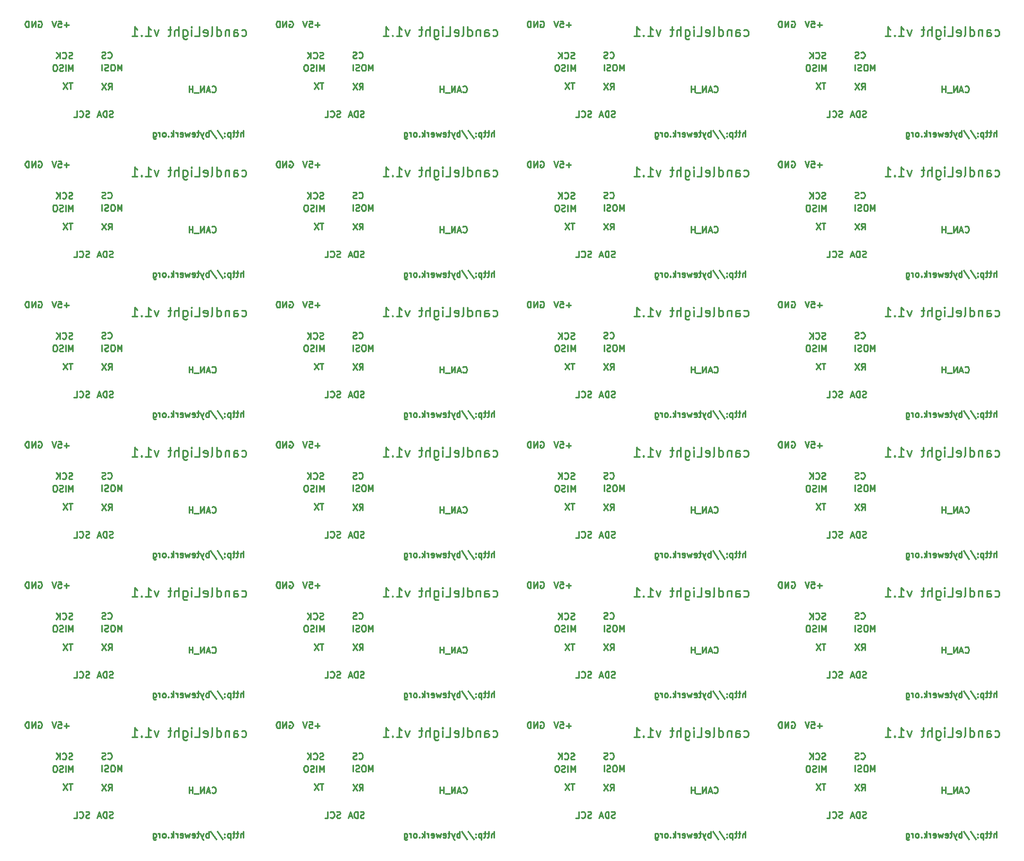
<source format=gbo>
G04 #@! TF.FileFunction,Legend,Bot*
%FSLAX46Y46*%
G04 Gerber Fmt 4.6, Leading zero omitted, Abs format (unit mm)*
G04 Created by KiCad (PCBNEW 4.0.2+dfsg1-stable) date Fr 29 Apr 2016 12:30:28 CEST*
%MOMM*%
G01*
G04 APERTURE LIST*
%ADD10C,0.100000*%
%ADD11C,0.250000*%
G04 APERTURE END LIST*
D10*
D11*
X45011904Y-142800000D02*
X45107142Y-142752381D01*
X45249999Y-142752381D01*
X45392857Y-142800000D01*
X45488095Y-142895238D01*
X45535714Y-142990476D01*
X45583333Y-143180952D01*
X45583333Y-143323810D01*
X45535714Y-143514286D01*
X45488095Y-143609524D01*
X45392857Y-143704762D01*
X45249999Y-143752381D01*
X45154761Y-143752381D01*
X45011904Y-143704762D01*
X44964285Y-143657143D01*
X44964285Y-143323810D01*
X45154761Y-143323810D01*
X44535714Y-143752381D02*
X44535714Y-142752381D01*
X43964285Y-143752381D01*
X43964285Y-142752381D01*
X43488095Y-143752381D02*
X43488095Y-142752381D01*
X43250000Y-142752381D01*
X43107142Y-142800000D01*
X43011904Y-142895238D01*
X42964285Y-142990476D01*
X42916666Y-143180952D01*
X42916666Y-143323810D01*
X42964285Y-143514286D01*
X43011904Y-143609524D01*
X43107142Y-143704762D01*
X43250000Y-143752381D01*
X43488095Y-143752381D01*
X49885714Y-143371429D02*
X49123809Y-143371429D01*
X49504761Y-143752381D02*
X49504761Y-142990476D01*
X48171428Y-142752381D02*
X48647619Y-142752381D01*
X48695238Y-143228571D01*
X48647619Y-143180952D01*
X48552381Y-143133333D01*
X48314285Y-143133333D01*
X48219047Y-143180952D01*
X48171428Y-143228571D01*
X48123809Y-143323810D01*
X48123809Y-143561905D01*
X48171428Y-143657143D01*
X48219047Y-143704762D01*
X48314285Y-143752381D01*
X48552381Y-143752381D01*
X48647619Y-143704762D01*
X48695238Y-143657143D01*
X47838095Y-142752381D02*
X47504762Y-143752381D01*
X47171428Y-142752381D01*
X77740477Y-161252381D02*
X77740477Y-160252381D01*
X77311905Y-161252381D02*
X77311905Y-160728571D01*
X77359524Y-160633333D01*
X77454762Y-160585714D01*
X77597620Y-160585714D01*
X77692858Y-160633333D01*
X77740477Y-160680952D01*
X76978572Y-160585714D02*
X76597620Y-160585714D01*
X76835715Y-160252381D02*
X76835715Y-161109524D01*
X76788096Y-161204762D01*
X76692858Y-161252381D01*
X76597620Y-161252381D01*
X76407143Y-160585714D02*
X76026191Y-160585714D01*
X76264286Y-160252381D02*
X76264286Y-161109524D01*
X76216667Y-161204762D01*
X76121429Y-161252381D01*
X76026191Y-161252381D01*
X75692857Y-160585714D02*
X75692857Y-161585714D01*
X75692857Y-160633333D02*
X75597619Y-160585714D01*
X75407142Y-160585714D01*
X75311904Y-160633333D01*
X75264285Y-160680952D01*
X75216666Y-160776190D01*
X75216666Y-161061905D01*
X75264285Y-161157143D01*
X75311904Y-161204762D01*
X75407142Y-161252381D01*
X75597619Y-161252381D01*
X75692857Y-161204762D01*
X74788095Y-161157143D02*
X74740476Y-161204762D01*
X74788095Y-161252381D01*
X74835714Y-161204762D01*
X74788095Y-161157143D01*
X74788095Y-161252381D01*
X74788095Y-160633333D02*
X74740476Y-160680952D01*
X74788095Y-160728571D01*
X74835714Y-160680952D01*
X74788095Y-160633333D01*
X74788095Y-160728571D01*
X73597619Y-160204762D02*
X74454762Y-161490476D01*
X72550000Y-160204762D02*
X73407143Y-161490476D01*
X72216667Y-161252381D02*
X72216667Y-160252381D01*
X72216667Y-160633333D02*
X72121429Y-160585714D01*
X71930952Y-160585714D01*
X71835714Y-160633333D01*
X71788095Y-160680952D01*
X71740476Y-160776190D01*
X71740476Y-161061905D01*
X71788095Y-161157143D01*
X71835714Y-161204762D01*
X71930952Y-161252381D01*
X72121429Y-161252381D01*
X72216667Y-161204762D01*
X71407143Y-160585714D02*
X71169048Y-161252381D01*
X70930952Y-160585714D02*
X71169048Y-161252381D01*
X71264286Y-161490476D01*
X71311905Y-161538095D01*
X71407143Y-161585714D01*
X70692857Y-160585714D02*
X70311905Y-160585714D01*
X70550000Y-160252381D02*
X70550000Y-161109524D01*
X70502381Y-161204762D01*
X70407143Y-161252381D01*
X70311905Y-161252381D01*
X69597618Y-161204762D02*
X69692856Y-161252381D01*
X69883333Y-161252381D01*
X69978571Y-161204762D01*
X70026190Y-161109524D01*
X70026190Y-160728571D01*
X69978571Y-160633333D01*
X69883333Y-160585714D01*
X69692856Y-160585714D01*
X69597618Y-160633333D01*
X69549999Y-160728571D01*
X69549999Y-160823810D01*
X70026190Y-160919048D01*
X69216666Y-160585714D02*
X69026190Y-161252381D01*
X68835713Y-160776190D01*
X68645237Y-161252381D01*
X68454761Y-160585714D01*
X67692856Y-161204762D02*
X67788094Y-161252381D01*
X67978571Y-161252381D01*
X68073809Y-161204762D01*
X68121428Y-161109524D01*
X68121428Y-160728571D01*
X68073809Y-160633333D01*
X67978571Y-160585714D01*
X67788094Y-160585714D01*
X67692856Y-160633333D01*
X67645237Y-160728571D01*
X67645237Y-160823810D01*
X68121428Y-160919048D01*
X67216666Y-161252381D02*
X67216666Y-160585714D01*
X67216666Y-160776190D02*
X67169047Y-160680952D01*
X67121428Y-160633333D01*
X67026190Y-160585714D01*
X66930951Y-160585714D01*
X66597618Y-161252381D02*
X66597618Y-160252381D01*
X66502380Y-160871429D02*
X66216665Y-161252381D01*
X66216665Y-160585714D02*
X66597618Y-160966667D01*
X65788094Y-161157143D02*
X65740475Y-161204762D01*
X65788094Y-161252381D01*
X65835713Y-161204762D01*
X65788094Y-161157143D01*
X65788094Y-161252381D01*
X65169047Y-161252381D02*
X65264285Y-161204762D01*
X65311904Y-161157143D01*
X65359523Y-161061905D01*
X65359523Y-160776190D01*
X65311904Y-160680952D01*
X65264285Y-160633333D01*
X65169047Y-160585714D01*
X65026189Y-160585714D01*
X64930951Y-160633333D01*
X64883332Y-160680952D01*
X64835713Y-160776190D01*
X64835713Y-161061905D01*
X64883332Y-161157143D01*
X64930951Y-161204762D01*
X65026189Y-161252381D01*
X65169047Y-161252381D01*
X64407142Y-161252381D02*
X64407142Y-160585714D01*
X64407142Y-160776190D02*
X64359523Y-160680952D01*
X64311904Y-160633333D01*
X64216666Y-160585714D01*
X64121427Y-160585714D01*
X63359522Y-160585714D02*
X63359522Y-161395238D01*
X63407141Y-161490476D01*
X63454760Y-161538095D01*
X63549999Y-161585714D01*
X63692856Y-161585714D01*
X63788094Y-161538095D01*
X63359522Y-161204762D02*
X63454760Y-161252381D01*
X63645237Y-161252381D01*
X63740475Y-161204762D01*
X63788094Y-161157143D01*
X63835713Y-161061905D01*
X63835713Y-160776190D01*
X63788094Y-160680952D01*
X63740475Y-160633333D01*
X63645237Y-160585714D01*
X63454760Y-160585714D01*
X63359522Y-160633333D01*
X77492857Y-145107143D02*
X77635714Y-145178571D01*
X77921428Y-145178571D01*
X78064286Y-145107143D01*
X78135714Y-145035714D01*
X78207143Y-144892857D01*
X78207143Y-144464286D01*
X78135714Y-144321429D01*
X78064286Y-144250000D01*
X77921428Y-144178571D01*
X77635714Y-144178571D01*
X77492857Y-144250000D01*
X76207143Y-145178571D02*
X76207143Y-144392857D01*
X76278572Y-144250000D01*
X76421429Y-144178571D01*
X76707143Y-144178571D01*
X76850000Y-144250000D01*
X76207143Y-145107143D02*
X76350000Y-145178571D01*
X76707143Y-145178571D01*
X76850000Y-145107143D01*
X76921429Y-144964286D01*
X76921429Y-144821429D01*
X76850000Y-144678571D01*
X76707143Y-144607143D01*
X76350000Y-144607143D01*
X76207143Y-144535714D01*
X75492857Y-144178571D02*
X75492857Y-145178571D01*
X75492857Y-144321429D02*
X75421429Y-144250000D01*
X75278571Y-144178571D01*
X75064286Y-144178571D01*
X74921429Y-144250000D01*
X74850000Y-144392857D01*
X74850000Y-145178571D01*
X73492857Y-145178571D02*
X73492857Y-143678571D01*
X73492857Y-145107143D02*
X73635714Y-145178571D01*
X73921428Y-145178571D01*
X74064286Y-145107143D01*
X74135714Y-145035714D01*
X74207143Y-144892857D01*
X74207143Y-144464286D01*
X74135714Y-144321429D01*
X74064286Y-144250000D01*
X73921428Y-144178571D01*
X73635714Y-144178571D01*
X73492857Y-144250000D01*
X72564285Y-145178571D02*
X72707143Y-145107143D01*
X72778571Y-144964286D01*
X72778571Y-143678571D01*
X71421429Y-145107143D02*
X71564286Y-145178571D01*
X71850000Y-145178571D01*
X71992857Y-145107143D01*
X72064286Y-144964286D01*
X72064286Y-144392857D01*
X71992857Y-144250000D01*
X71850000Y-144178571D01*
X71564286Y-144178571D01*
X71421429Y-144250000D01*
X71350000Y-144392857D01*
X71350000Y-144535714D01*
X72064286Y-144678571D01*
X69992857Y-145178571D02*
X70707143Y-145178571D01*
X70707143Y-143678571D01*
X69492857Y-145178571D02*
X69492857Y-144178571D01*
X69492857Y-143678571D02*
X69564286Y-143750000D01*
X69492857Y-143821429D01*
X69421429Y-143750000D01*
X69492857Y-143678571D01*
X69492857Y-143821429D01*
X68135714Y-144178571D02*
X68135714Y-145392857D01*
X68207143Y-145535714D01*
X68278571Y-145607143D01*
X68421428Y-145678571D01*
X68635714Y-145678571D01*
X68778571Y-145607143D01*
X68135714Y-145107143D02*
X68278571Y-145178571D01*
X68564285Y-145178571D01*
X68707143Y-145107143D01*
X68778571Y-145035714D01*
X68850000Y-144892857D01*
X68850000Y-144464286D01*
X68778571Y-144321429D01*
X68707143Y-144250000D01*
X68564285Y-144178571D01*
X68278571Y-144178571D01*
X68135714Y-144250000D01*
X67421428Y-145178571D02*
X67421428Y-143678571D01*
X66778571Y-145178571D02*
X66778571Y-144392857D01*
X66850000Y-144250000D01*
X66992857Y-144178571D01*
X67207142Y-144178571D01*
X67350000Y-144250000D01*
X67421428Y-144321429D01*
X66278571Y-144178571D02*
X65707142Y-144178571D01*
X66064285Y-143678571D02*
X66064285Y-144964286D01*
X65992857Y-145107143D01*
X65849999Y-145178571D01*
X65707142Y-145178571D01*
X64207142Y-144178571D02*
X63849999Y-145178571D01*
X63492857Y-144178571D01*
X62135714Y-145178571D02*
X62992857Y-145178571D01*
X62564285Y-145178571D02*
X62564285Y-143678571D01*
X62707142Y-143892857D01*
X62850000Y-144035714D01*
X62992857Y-144107143D01*
X61492857Y-145035714D02*
X61421429Y-145107143D01*
X61492857Y-145178571D01*
X61564286Y-145107143D01*
X61492857Y-145035714D01*
X61492857Y-145178571D01*
X59992857Y-145178571D02*
X60850000Y-145178571D01*
X60421428Y-145178571D02*
X60421428Y-143678571D01*
X60564285Y-143892857D01*
X60707143Y-144035714D01*
X60850000Y-144107143D01*
X72747619Y-131657143D02*
X72795238Y-131704762D01*
X72938095Y-131752381D01*
X73033333Y-131752381D01*
X73176191Y-131704762D01*
X73271429Y-131609524D01*
X73319048Y-131514286D01*
X73366667Y-131323810D01*
X73366667Y-131180952D01*
X73319048Y-130990476D01*
X73271429Y-130895238D01*
X73176191Y-130800000D01*
X73033333Y-130752381D01*
X72938095Y-130752381D01*
X72795238Y-130800000D01*
X72747619Y-130847619D01*
X72366667Y-131466667D02*
X71890476Y-131466667D01*
X72461905Y-131752381D02*
X72128572Y-130752381D01*
X71795238Y-131752381D01*
X71461905Y-131752381D02*
X71461905Y-130752381D01*
X70890476Y-131752381D01*
X70890476Y-130752381D01*
X70652381Y-131847619D02*
X69890476Y-131847619D01*
X69652381Y-131752381D02*
X69652381Y-130752381D01*
X69652381Y-131228571D02*
X69080952Y-131228571D01*
X69080952Y-131752381D02*
X69080952Y-130752381D01*
X77740477Y-138852381D02*
X77740477Y-137852381D01*
X77311905Y-138852381D02*
X77311905Y-138328571D01*
X77359524Y-138233333D01*
X77454762Y-138185714D01*
X77597620Y-138185714D01*
X77692858Y-138233333D01*
X77740477Y-138280952D01*
X76978572Y-138185714D02*
X76597620Y-138185714D01*
X76835715Y-137852381D02*
X76835715Y-138709524D01*
X76788096Y-138804762D01*
X76692858Y-138852381D01*
X76597620Y-138852381D01*
X76407143Y-138185714D02*
X76026191Y-138185714D01*
X76264286Y-137852381D02*
X76264286Y-138709524D01*
X76216667Y-138804762D01*
X76121429Y-138852381D01*
X76026191Y-138852381D01*
X75692857Y-138185714D02*
X75692857Y-139185714D01*
X75692857Y-138233333D02*
X75597619Y-138185714D01*
X75407142Y-138185714D01*
X75311904Y-138233333D01*
X75264285Y-138280952D01*
X75216666Y-138376190D01*
X75216666Y-138661905D01*
X75264285Y-138757143D01*
X75311904Y-138804762D01*
X75407142Y-138852381D01*
X75597619Y-138852381D01*
X75692857Y-138804762D01*
X74788095Y-138757143D02*
X74740476Y-138804762D01*
X74788095Y-138852381D01*
X74835714Y-138804762D01*
X74788095Y-138757143D01*
X74788095Y-138852381D01*
X74788095Y-138233333D02*
X74740476Y-138280952D01*
X74788095Y-138328571D01*
X74835714Y-138280952D01*
X74788095Y-138233333D01*
X74788095Y-138328571D01*
X73597619Y-137804762D02*
X74454762Y-139090476D01*
X72550000Y-137804762D02*
X73407143Y-139090476D01*
X72216667Y-138852381D02*
X72216667Y-137852381D01*
X72216667Y-138233333D02*
X72121429Y-138185714D01*
X71930952Y-138185714D01*
X71835714Y-138233333D01*
X71788095Y-138280952D01*
X71740476Y-138376190D01*
X71740476Y-138661905D01*
X71788095Y-138757143D01*
X71835714Y-138804762D01*
X71930952Y-138852381D01*
X72121429Y-138852381D01*
X72216667Y-138804762D01*
X71407143Y-138185714D02*
X71169048Y-138852381D01*
X70930952Y-138185714D02*
X71169048Y-138852381D01*
X71264286Y-139090476D01*
X71311905Y-139138095D01*
X71407143Y-139185714D01*
X70692857Y-138185714D02*
X70311905Y-138185714D01*
X70550000Y-137852381D02*
X70550000Y-138709524D01*
X70502381Y-138804762D01*
X70407143Y-138852381D01*
X70311905Y-138852381D01*
X69597618Y-138804762D02*
X69692856Y-138852381D01*
X69883333Y-138852381D01*
X69978571Y-138804762D01*
X70026190Y-138709524D01*
X70026190Y-138328571D01*
X69978571Y-138233333D01*
X69883333Y-138185714D01*
X69692856Y-138185714D01*
X69597618Y-138233333D01*
X69549999Y-138328571D01*
X69549999Y-138423810D01*
X70026190Y-138519048D01*
X69216666Y-138185714D02*
X69026190Y-138852381D01*
X68835713Y-138376190D01*
X68645237Y-138852381D01*
X68454761Y-138185714D01*
X67692856Y-138804762D02*
X67788094Y-138852381D01*
X67978571Y-138852381D01*
X68073809Y-138804762D01*
X68121428Y-138709524D01*
X68121428Y-138328571D01*
X68073809Y-138233333D01*
X67978571Y-138185714D01*
X67788094Y-138185714D01*
X67692856Y-138233333D01*
X67645237Y-138328571D01*
X67645237Y-138423810D01*
X68121428Y-138519048D01*
X67216666Y-138852381D02*
X67216666Y-138185714D01*
X67216666Y-138376190D02*
X67169047Y-138280952D01*
X67121428Y-138233333D01*
X67026190Y-138185714D01*
X66930951Y-138185714D01*
X66597618Y-138852381D02*
X66597618Y-137852381D01*
X66502380Y-138471429D02*
X66216665Y-138852381D01*
X66216665Y-138185714D02*
X66597618Y-138566667D01*
X65788094Y-138757143D02*
X65740475Y-138804762D01*
X65788094Y-138852381D01*
X65835713Y-138804762D01*
X65788094Y-138757143D01*
X65788094Y-138852381D01*
X65169047Y-138852381D02*
X65264285Y-138804762D01*
X65311904Y-138757143D01*
X65359523Y-138661905D01*
X65359523Y-138376190D01*
X65311904Y-138280952D01*
X65264285Y-138233333D01*
X65169047Y-138185714D01*
X65026189Y-138185714D01*
X64930951Y-138233333D01*
X64883332Y-138280952D01*
X64835713Y-138376190D01*
X64835713Y-138661905D01*
X64883332Y-138757143D01*
X64930951Y-138804762D01*
X65026189Y-138852381D01*
X65169047Y-138852381D01*
X64407142Y-138852381D02*
X64407142Y-138185714D01*
X64407142Y-138376190D02*
X64359523Y-138280952D01*
X64311904Y-138233333D01*
X64216666Y-138185714D01*
X64121427Y-138185714D01*
X63359522Y-138185714D02*
X63359522Y-138995238D01*
X63407141Y-139090476D01*
X63454760Y-139138095D01*
X63549999Y-139185714D01*
X63692856Y-139185714D01*
X63788094Y-139138095D01*
X63359522Y-138804762D02*
X63454760Y-138852381D01*
X63645237Y-138852381D01*
X63740475Y-138804762D01*
X63788094Y-138757143D01*
X63835713Y-138661905D01*
X63835713Y-138376190D01*
X63788094Y-138280952D01*
X63740475Y-138233333D01*
X63645237Y-138185714D01*
X63454760Y-138185714D01*
X63359522Y-138233333D01*
X72747619Y-154057143D02*
X72795238Y-154104762D01*
X72938095Y-154152381D01*
X73033333Y-154152381D01*
X73176191Y-154104762D01*
X73271429Y-154009524D01*
X73319048Y-153914286D01*
X73366667Y-153723810D01*
X73366667Y-153580952D01*
X73319048Y-153390476D01*
X73271429Y-153295238D01*
X73176191Y-153200000D01*
X73033333Y-153152381D01*
X72938095Y-153152381D01*
X72795238Y-153200000D01*
X72747619Y-153247619D01*
X72366667Y-153866667D02*
X71890476Y-153866667D01*
X72461905Y-154152381D02*
X72128572Y-153152381D01*
X71795238Y-154152381D01*
X71461905Y-154152381D02*
X71461905Y-153152381D01*
X70890476Y-154152381D01*
X70890476Y-153152381D01*
X70652381Y-154247619D02*
X69890476Y-154247619D01*
X69652381Y-154152381D02*
X69652381Y-153152381D01*
X69652381Y-153628571D02*
X69080952Y-153628571D01*
X69080952Y-154152381D02*
X69080952Y-153152381D01*
X45011904Y-98000000D02*
X45107142Y-97952381D01*
X45249999Y-97952381D01*
X45392857Y-98000000D01*
X45488095Y-98095238D01*
X45535714Y-98190476D01*
X45583333Y-98380952D01*
X45583333Y-98523810D01*
X45535714Y-98714286D01*
X45488095Y-98809524D01*
X45392857Y-98904762D01*
X45249999Y-98952381D01*
X45154761Y-98952381D01*
X45011904Y-98904762D01*
X44964285Y-98857143D01*
X44964285Y-98523810D01*
X45154761Y-98523810D01*
X44535714Y-98952381D02*
X44535714Y-97952381D01*
X43964285Y-98952381D01*
X43964285Y-97952381D01*
X43488095Y-98952381D02*
X43488095Y-97952381D01*
X43250000Y-97952381D01*
X43107142Y-98000000D01*
X43011904Y-98095238D01*
X42964285Y-98190476D01*
X42916666Y-98380952D01*
X42916666Y-98523810D01*
X42964285Y-98714286D01*
X43011904Y-98809524D01*
X43107142Y-98904762D01*
X43250000Y-98952381D01*
X43488095Y-98952381D01*
X49885714Y-98571429D02*
X49123809Y-98571429D01*
X49504761Y-98952381D02*
X49504761Y-98190476D01*
X48171428Y-97952381D02*
X48647619Y-97952381D01*
X48695238Y-98428571D01*
X48647619Y-98380952D01*
X48552381Y-98333333D01*
X48314285Y-98333333D01*
X48219047Y-98380952D01*
X48171428Y-98428571D01*
X48123809Y-98523810D01*
X48123809Y-98761905D01*
X48171428Y-98857143D01*
X48219047Y-98904762D01*
X48314285Y-98952381D01*
X48552381Y-98952381D01*
X48647619Y-98904762D01*
X48695238Y-98857143D01*
X47838095Y-97952381D02*
X47504762Y-98952381D01*
X47171428Y-97952381D01*
X45011904Y-120400000D02*
X45107142Y-120352381D01*
X45249999Y-120352381D01*
X45392857Y-120400000D01*
X45488095Y-120495238D01*
X45535714Y-120590476D01*
X45583333Y-120780952D01*
X45583333Y-120923810D01*
X45535714Y-121114286D01*
X45488095Y-121209524D01*
X45392857Y-121304762D01*
X45249999Y-121352381D01*
X45154761Y-121352381D01*
X45011904Y-121304762D01*
X44964285Y-121257143D01*
X44964285Y-120923810D01*
X45154761Y-120923810D01*
X44535714Y-121352381D02*
X44535714Y-120352381D01*
X43964285Y-121352381D01*
X43964285Y-120352381D01*
X43488095Y-121352381D02*
X43488095Y-120352381D01*
X43250000Y-120352381D01*
X43107142Y-120400000D01*
X43011904Y-120495238D01*
X42964285Y-120590476D01*
X42916666Y-120780952D01*
X42916666Y-120923810D01*
X42964285Y-121114286D01*
X43011904Y-121209524D01*
X43107142Y-121304762D01*
X43250000Y-121352381D01*
X43488095Y-121352381D01*
X49885714Y-120971429D02*
X49123809Y-120971429D01*
X49504761Y-121352381D02*
X49504761Y-120590476D01*
X48171428Y-120352381D02*
X48647619Y-120352381D01*
X48695238Y-120828571D01*
X48647619Y-120780952D01*
X48552381Y-120733333D01*
X48314285Y-120733333D01*
X48219047Y-120780952D01*
X48171428Y-120828571D01*
X48123809Y-120923810D01*
X48123809Y-121161905D01*
X48171428Y-121257143D01*
X48219047Y-121304762D01*
X48314285Y-121352381D01*
X48552381Y-121352381D01*
X48647619Y-121304762D01*
X48695238Y-121257143D01*
X47838095Y-120352381D02*
X47504762Y-121352381D01*
X47171428Y-120352381D01*
X77740477Y-116452381D02*
X77740477Y-115452381D01*
X77311905Y-116452381D02*
X77311905Y-115928571D01*
X77359524Y-115833333D01*
X77454762Y-115785714D01*
X77597620Y-115785714D01*
X77692858Y-115833333D01*
X77740477Y-115880952D01*
X76978572Y-115785714D02*
X76597620Y-115785714D01*
X76835715Y-115452381D02*
X76835715Y-116309524D01*
X76788096Y-116404762D01*
X76692858Y-116452381D01*
X76597620Y-116452381D01*
X76407143Y-115785714D02*
X76026191Y-115785714D01*
X76264286Y-115452381D02*
X76264286Y-116309524D01*
X76216667Y-116404762D01*
X76121429Y-116452381D01*
X76026191Y-116452381D01*
X75692857Y-115785714D02*
X75692857Y-116785714D01*
X75692857Y-115833333D02*
X75597619Y-115785714D01*
X75407142Y-115785714D01*
X75311904Y-115833333D01*
X75264285Y-115880952D01*
X75216666Y-115976190D01*
X75216666Y-116261905D01*
X75264285Y-116357143D01*
X75311904Y-116404762D01*
X75407142Y-116452381D01*
X75597619Y-116452381D01*
X75692857Y-116404762D01*
X74788095Y-116357143D02*
X74740476Y-116404762D01*
X74788095Y-116452381D01*
X74835714Y-116404762D01*
X74788095Y-116357143D01*
X74788095Y-116452381D01*
X74788095Y-115833333D02*
X74740476Y-115880952D01*
X74788095Y-115928571D01*
X74835714Y-115880952D01*
X74788095Y-115833333D01*
X74788095Y-115928571D01*
X73597619Y-115404762D02*
X74454762Y-116690476D01*
X72550000Y-115404762D02*
X73407143Y-116690476D01*
X72216667Y-116452381D02*
X72216667Y-115452381D01*
X72216667Y-115833333D02*
X72121429Y-115785714D01*
X71930952Y-115785714D01*
X71835714Y-115833333D01*
X71788095Y-115880952D01*
X71740476Y-115976190D01*
X71740476Y-116261905D01*
X71788095Y-116357143D01*
X71835714Y-116404762D01*
X71930952Y-116452381D01*
X72121429Y-116452381D01*
X72216667Y-116404762D01*
X71407143Y-115785714D02*
X71169048Y-116452381D01*
X70930952Y-115785714D02*
X71169048Y-116452381D01*
X71264286Y-116690476D01*
X71311905Y-116738095D01*
X71407143Y-116785714D01*
X70692857Y-115785714D02*
X70311905Y-115785714D01*
X70550000Y-115452381D02*
X70550000Y-116309524D01*
X70502381Y-116404762D01*
X70407143Y-116452381D01*
X70311905Y-116452381D01*
X69597618Y-116404762D02*
X69692856Y-116452381D01*
X69883333Y-116452381D01*
X69978571Y-116404762D01*
X70026190Y-116309524D01*
X70026190Y-115928571D01*
X69978571Y-115833333D01*
X69883333Y-115785714D01*
X69692856Y-115785714D01*
X69597618Y-115833333D01*
X69549999Y-115928571D01*
X69549999Y-116023810D01*
X70026190Y-116119048D01*
X69216666Y-115785714D02*
X69026190Y-116452381D01*
X68835713Y-115976190D01*
X68645237Y-116452381D01*
X68454761Y-115785714D01*
X67692856Y-116404762D02*
X67788094Y-116452381D01*
X67978571Y-116452381D01*
X68073809Y-116404762D01*
X68121428Y-116309524D01*
X68121428Y-115928571D01*
X68073809Y-115833333D01*
X67978571Y-115785714D01*
X67788094Y-115785714D01*
X67692856Y-115833333D01*
X67645237Y-115928571D01*
X67645237Y-116023810D01*
X68121428Y-116119048D01*
X67216666Y-116452381D02*
X67216666Y-115785714D01*
X67216666Y-115976190D02*
X67169047Y-115880952D01*
X67121428Y-115833333D01*
X67026190Y-115785714D01*
X66930951Y-115785714D01*
X66597618Y-116452381D02*
X66597618Y-115452381D01*
X66502380Y-116071429D02*
X66216665Y-116452381D01*
X66216665Y-115785714D02*
X66597618Y-116166667D01*
X65788094Y-116357143D02*
X65740475Y-116404762D01*
X65788094Y-116452381D01*
X65835713Y-116404762D01*
X65788094Y-116357143D01*
X65788094Y-116452381D01*
X65169047Y-116452381D02*
X65264285Y-116404762D01*
X65311904Y-116357143D01*
X65359523Y-116261905D01*
X65359523Y-115976190D01*
X65311904Y-115880952D01*
X65264285Y-115833333D01*
X65169047Y-115785714D01*
X65026189Y-115785714D01*
X64930951Y-115833333D01*
X64883332Y-115880952D01*
X64835713Y-115976190D01*
X64835713Y-116261905D01*
X64883332Y-116357143D01*
X64930951Y-116404762D01*
X65026189Y-116452381D01*
X65169047Y-116452381D01*
X64407142Y-116452381D02*
X64407142Y-115785714D01*
X64407142Y-115976190D02*
X64359523Y-115880952D01*
X64311904Y-115833333D01*
X64216666Y-115785714D01*
X64121427Y-115785714D01*
X63359522Y-115785714D02*
X63359522Y-116595238D01*
X63407141Y-116690476D01*
X63454760Y-116738095D01*
X63549999Y-116785714D01*
X63692856Y-116785714D01*
X63788094Y-116738095D01*
X63359522Y-116404762D02*
X63454760Y-116452381D01*
X63645237Y-116452381D01*
X63740475Y-116404762D01*
X63788094Y-116357143D01*
X63835713Y-116261905D01*
X63835713Y-115976190D01*
X63788094Y-115880952D01*
X63740475Y-115833333D01*
X63645237Y-115785714D01*
X63454760Y-115785714D01*
X63359522Y-115833333D01*
X72747619Y-109257143D02*
X72795238Y-109304762D01*
X72938095Y-109352381D01*
X73033333Y-109352381D01*
X73176191Y-109304762D01*
X73271429Y-109209524D01*
X73319048Y-109114286D01*
X73366667Y-108923810D01*
X73366667Y-108780952D01*
X73319048Y-108590476D01*
X73271429Y-108495238D01*
X73176191Y-108400000D01*
X73033333Y-108352381D01*
X72938095Y-108352381D01*
X72795238Y-108400000D01*
X72747619Y-108447619D01*
X72366667Y-109066667D02*
X71890476Y-109066667D01*
X72461905Y-109352381D02*
X72128572Y-108352381D01*
X71795238Y-109352381D01*
X71461905Y-109352381D02*
X71461905Y-108352381D01*
X70890476Y-109352381D01*
X70890476Y-108352381D01*
X70652381Y-109447619D02*
X69890476Y-109447619D01*
X69652381Y-109352381D02*
X69652381Y-108352381D01*
X69652381Y-108828571D02*
X69080952Y-108828571D01*
X69080952Y-109352381D02*
X69080952Y-108352381D01*
X77492857Y-122707143D02*
X77635714Y-122778571D01*
X77921428Y-122778571D01*
X78064286Y-122707143D01*
X78135714Y-122635714D01*
X78207143Y-122492857D01*
X78207143Y-122064286D01*
X78135714Y-121921429D01*
X78064286Y-121850000D01*
X77921428Y-121778571D01*
X77635714Y-121778571D01*
X77492857Y-121850000D01*
X76207143Y-122778571D02*
X76207143Y-121992857D01*
X76278572Y-121850000D01*
X76421429Y-121778571D01*
X76707143Y-121778571D01*
X76850000Y-121850000D01*
X76207143Y-122707143D02*
X76350000Y-122778571D01*
X76707143Y-122778571D01*
X76850000Y-122707143D01*
X76921429Y-122564286D01*
X76921429Y-122421429D01*
X76850000Y-122278571D01*
X76707143Y-122207143D01*
X76350000Y-122207143D01*
X76207143Y-122135714D01*
X75492857Y-121778571D02*
X75492857Y-122778571D01*
X75492857Y-121921429D02*
X75421429Y-121850000D01*
X75278571Y-121778571D01*
X75064286Y-121778571D01*
X74921429Y-121850000D01*
X74850000Y-121992857D01*
X74850000Y-122778571D01*
X73492857Y-122778571D02*
X73492857Y-121278571D01*
X73492857Y-122707143D02*
X73635714Y-122778571D01*
X73921428Y-122778571D01*
X74064286Y-122707143D01*
X74135714Y-122635714D01*
X74207143Y-122492857D01*
X74207143Y-122064286D01*
X74135714Y-121921429D01*
X74064286Y-121850000D01*
X73921428Y-121778571D01*
X73635714Y-121778571D01*
X73492857Y-121850000D01*
X72564285Y-122778571D02*
X72707143Y-122707143D01*
X72778571Y-122564286D01*
X72778571Y-121278571D01*
X71421429Y-122707143D02*
X71564286Y-122778571D01*
X71850000Y-122778571D01*
X71992857Y-122707143D01*
X72064286Y-122564286D01*
X72064286Y-121992857D01*
X71992857Y-121850000D01*
X71850000Y-121778571D01*
X71564286Y-121778571D01*
X71421429Y-121850000D01*
X71350000Y-121992857D01*
X71350000Y-122135714D01*
X72064286Y-122278571D01*
X69992857Y-122778571D02*
X70707143Y-122778571D01*
X70707143Y-121278571D01*
X69492857Y-122778571D02*
X69492857Y-121778571D01*
X69492857Y-121278571D02*
X69564286Y-121350000D01*
X69492857Y-121421429D01*
X69421429Y-121350000D01*
X69492857Y-121278571D01*
X69492857Y-121421429D01*
X68135714Y-121778571D02*
X68135714Y-122992857D01*
X68207143Y-123135714D01*
X68278571Y-123207143D01*
X68421428Y-123278571D01*
X68635714Y-123278571D01*
X68778571Y-123207143D01*
X68135714Y-122707143D02*
X68278571Y-122778571D01*
X68564285Y-122778571D01*
X68707143Y-122707143D01*
X68778571Y-122635714D01*
X68850000Y-122492857D01*
X68850000Y-122064286D01*
X68778571Y-121921429D01*
X68707143Y-121850000D01*
X68564285Y-121778571D01*
X68278571Y-121778571D01*
X68135714Y-121850000D01*
X67421428Y-122778571D02*
X67421428Y-121278571D01*
X66778571Y-122778571D02*
X66778571Y-121992857D01*
X66850000Y-121850000D01*
X66992857Y-121778571D01*
X67207142Y-121778571D01*
X67350000Y-121850000D01*
X67421428Y-121921429D01*
X66278571Y-121778571D02*
X65707142Y-121778571D01*
X66064285Y-121278571D02*
X66064285Y-122564286D01*
X65992857Y-122707143D01*
X65849999Y-122778571D01*
X65707142Y-122778571D01*
X64207142Y-121778571D02*
X63849999Y-122778571D01*
X63492857Y-121778571D01*
X62135714Y-122778571D02*
X62992857Y-122778571D01*
X62564285Y-122778571D02*
X62564285Y-121278571D01*
X62707142Y-121492857D01*
X62850000Y-121635714D01*
X62992857Y-121707143D01*
X61492857Y-122635714D02*
X61421429Y-122707143D01*
X61492857Y-122778571D01*
X61564286Y-122707143D01*
X61492857Y-122635714D01*
X61492857Y-122778571D01*
X59992857Y-122778571D02*
X60850000Y-122778571D01*
X60421428Y-122778571D02*
X60421428Y-121278571D01*
X60564285Y-121492857D01*
X60707143Y-121635714D01*
X60850000Y-121707143D01*
X77492857Y-100307143D02*
X77635714Y-100378571D01*
X77921428Y-100378571D01*
X78064286Y-100307143D01*
X78135714Y-100235714D01*
X78207143Y-100092857D01*
X78207143Y-99664286D01*
X78135714Y-99521429D01*
X78064286Y-99450000D01*
X77921428Y-99378571D01*
X77635714Y-99378571D01*
X77492857Y-99450000D01*
X76207143Y-100378571D02*
X76207143Y-99592857D01*
X76278572Y-99450000D01*
X76421429Y-99378571D01*
X76707143Y-99378571D01*
X76850000Y-99450000D01*
X76207143Y-100307143D02*
X76350000Y-100378571D01*
X76707143Y-100378571D01*
X76850000Y-100307143D01*
X76921429Y-100164286D01*
X76921429Y-100021429D01*
X76850000Y-99878571D01*
X76707143Y-99807143D01*
X76350000Y-99807143D01*
X76207143Y-99735714D01*
X75492857Y-99378571D02*
X75492857Y-100378571D01*
X75492857Y-99521429D02*
X75421429Y-99450000D01*
X75278571Y-99378571D01*
X75064286Y-99378571D01*
X74921429Y-99450000D01*
X74850000Y-99592857D01*
X74850000Y-100378571D01*
X73492857Y-100378571D02*
X73492857Y-98878571D01*
X73492857Y-100307143D02*
X73635714Y-100378571D01*
X73921428Y-100378571D01*
X74064286Y-100307143D01*
X74135714Y-100235714D01*
X74207143Y-100092857D01*
X74207143Y-99664286D01*
X74135714Y-99521429D01*
X74064286Y-99450000D01*
X73921428Y-99378571D01*
X73635714Y-99378571D01*
X73492857Y-99450000D01*
X72564285Y-100378571D02*
X72707143Y-100307143D01*
X72778571Y-100164286D01*
X72778571Y-98878571D01*
X71421429Y-100307143D02*
X71564286Y-100378571D01*
X71850000Y-100378571D01*
X71992857Y-100307143D01*
X72064286Y-100164286D01*
X72064286Y-99592857D01*
X71992857Y-99450000D01*
X71850000Y-99378571D01*
X71564286Y-99378571D01*
X71421429Y-99450000D01*
X71350000Y-99592857D01*
X71350000Y-99735714D01*
X72064286Y-99878571D01*
X69992857Y-100378571D02*
X70707143Y-100378571D01*
X70707143Y-98878571D01*
X69492857Y-100378571D02*
X69492857Y-99378571D01*
X69492857Y-98878571D02*
X69564286Y-98950000D01*
X69492857Y-99021429D01*
X69421429Y-98950000D01*
X69492857Y-98878571D01*
X69492857Y-99021429D01*
X68135714Y-99378571D02*
X68135714Y-100592857D01*
X68207143Y-100735714D01*
X68278571Y-100807143D01*
X68421428Y-100878571D01*
X68635714Y-100878571D01*
X68778571Y-100807143D01*
X68135714Y-100307143D02*
X68278571Y-100378571D01*
X68564285Y-100378571D01*
X68707143Y-100307143D01*
X68778571Y-100235714D01*
X68850000Y-100092857D01*
X68850000Y-99664286D01*
X68778571Y-99521429D01*
X68707143Y-99450000D01*
X68564285Y-99378571D01*
X68278571Y-99378571D01*
X68135714Y-99450000D01*
X67421428Y-100378571D02*
X67421428Y-98878571D01*
X66778571Y-100378571D02*
X66778571Y-99592857D01*
X66850000Y-99450000D01*
X66992857Y-99378571D01*
X67207142Y-99378571D01*
X67350000Y-99450000D01*
X67421428Y-99521429D01*
X66278571Y-99378571D02*
X65707142Y-99378571D01*
X66064285Y-98878571D02*
X66064285Y-100164286D01*
X65992857Y-100307143D01*
X65849999Y-100378571D01*
X65707142Y-100378571D01*
X64207142Y-99378571D02*
X63849999Y-100378571D01*
X63492857Y-99378571D01*
X62135714Y-100378571D02*
X62992857Y-100378571D01*
X62564285Y-100378571D02*
X62564285Y-98878571D01*
X62707142Y-99092857D01*
X62850000Y-99235714D01*
X62992857Y-99307143D01*
X61492857Y-100235714D02*
X61421429Y-100307143D01*
X61492857Y-100378571D01*
X61564286Y-100307143D01*
X61492857Y-100235714D01*
X61492857Y-100378571D01*
X59992857Y-100378571D02*
X60850000Y-100378571D01*
X60421428Y-100378571D02*
X60421428Y-98878571D01*
X60564285Y-99092857D01*
X60707143Y-99235714D01*
X60850000Y-99307143D01*
X125211904Y-142800000D02*
X125307142Y-142752381D01*
X125449999Y-142752381D01*
X125592857Y-142800000D01*
X125688095Y-142895238D01*
X125735714Y-142990476D01*
X125783333Y-143180952D01*
X125783333Y-143323810D01*
X125735714Y-143514286D01*
X125688095Y-143609524D01*
X125592857Y-143704762D01*
X125449999Y-143752381D01*
X125354761Y-143752381D01*
X125211904Y-143704762D01*
X125164285Y-143657143D01*
X125164285Y-143323810D01*
X125354761Y-143323810D01*
X124735714Y-143752381D02*
X124735714Y-142752381D01*
X124164285Y-143752381D01*
X124164285Y-142752381D01*
X123688095Y-143752381D02*
X123688095Y-142752381D01*
X123450000Y-142752381D01*
X123307142Y-142800000D01*
X123211904Y-142895238D01*
X123164285Y-142990476D01*
X123116666Y-143180952D01*
X123116666Y-143323810D01*
X123164285Y-143514286D01*
X123211904Y-143609524D01*
X123307142Y-143704762D01*
X123450000Y-143752381D01*
X123688095Y-143752381D01*
X130085714Y-143371429D02*
X129323809Y-143371429D01*
X129704761Y-143752381D02*
X129704761Y-142990476D01*
X128371428Y-142752381D02*
X128847619Y-142752381D01*
X128895238Y-143228571D01*
X128847619Y-143180952D01*
X128752381Y-143133333D01*
X128514285Y-143133333D01*
X128419047Y-143180952D01*
X128371428Y-143228571D01*
X128323809Y-143323810D01*
X128323809Y-143561905D01*
X128371428Y-143657143D01*
X128419047Y-143704762D01*
X128514285Y-143752381D01*
X128752381Y-143752381D01*
X128847619Y-143704762D01*
X128895238Y-143657143D01*
X128038095Y-142752381D02*
X127704762Y-143752381D01*
X127371428Y-142752381D01*
X125211904Y-98000000D02*
X125307142Y-97952381D01*
X125449999Y-97952381D01*
X125592857Y-98000000D01*
X125688095Y-98095238D01*
X125735714Y-98190476D01*
X125783333Y-98380952D01*
X125783333Y-98523810D01*
X125735714Y-98714286D01*
X125688095Y-98809524D01*
X125592857Y-98904762D01*
X125449999Y-98952381D01*
X125354761Y-98952381D01*
X125211904Y-98904762D01*
X125164285Y-98857143D01*
X125164285Y-98523810D01*
X125354761Y-98523810D01*
X124735714Y-98952381D02*
X124735714Y-97952381D01*
X124164285Y-98952381D01*
X124164285Y-97952381D01*
X123688095Y-98952381D02*
X123688095Y-97952381D01*
X123450000Y-97952381D01*
X123307142Y-98000000D01*
X123211904Y-98095238D01*
X123164285Y-98190476D01*
X123116666Y-98380952D01*
X123116666Y-98523810D01*
X123164285Y-98714286D01*
X123211904Y-98809524D01*
X123307142Y-98904762D01*
X123450000Y-98952381D01*
X123688095Y-98952381D01*
X130085714Y-98571429D02*
X129323809Y-98571429D01*
X129704761Y-98952381D02*
X129704761Y-98190476D01*
X128371428Y-97952381D02*
X128847619Y-97952381D01*
X128895238Y-98428571D01*
X128847619Y-98380952D01*
X128752381Y-98333333D01*
X128514285Y-98333333D01*
X128419047Y-98380952D01*
X128371428Y-98428571D01*
X128323809Y-98523810D01*
X128323809Y-98761905D01*
X128371428Y-98857143D01*
X128419047Y-98904762D01*
X128514285Y-98952381D01*
X128752381Y-98952381D01*
X128847619Y-98904762D01*
X128895238Y-98857143D01*
X128038095Y-97952381D02*
X127704762Y-98952381D01*
X127371428Y-97952381D01*
X157940477Y-161252381D02*
X157940477Y-160252381D01*
X157511905Y-161252381D02*
X157511905Y-160728571D01*
X157559524Y-160633333D01*
X157654762Y-160585714D01*
X157797620Y-160585714D01*
X157892858Y-160633333D01*
X157940477Y-160680952D01*
X157178572Y-160585714D02*
X156797620Y-160585714D01*
X157035715Y-160252381D02*
X157035715Y-161109524D01*
X156988096Y-161204762D01*
X156892858Y-161252381D01*
X156797620Y-161252381D01*
X156607143Y-160585714D02*
X156226191Y-160585714D01*
X156464286Y-160252381D02*
X156464286Y-161109524D01*
X156416667Y-161204762D01*
X156321429Y-161252381D01*
X156226191Y-161252381D01*
X155892857Y-160585714D02*
X155892857Y-161585714D01*
X155892857Y-160633333D02*
X155797619Y-160585714D01*
X155607142Y-160585714D01*
X155511904Y-160633333D01*
X155464285Y-160680952D01*
X155416666Y-160776190D01*
X155416666Y-161061905D01*
X155464285Y-161157143D01*
X155511904Y-161204762D01*
X155607142Y-161252381D01*
X155797619Y-161252381D01*
X155892857Y-161204762D01*
X154988095Y-161157143D02*
X154940476Y-161204762D01*
X154988095Y-161252381D01*
X155035714Y-161204762D01*
X154988095Y-161157143D01*
X154988095Y-161252381D01*
X154988095Y-160633333D02*
X154940476Y-160680952D01*
X154988095Y-160728571D01*
X155035714Y-160680952D01*
X154988095Y-160633333D01*
X154988095Y-160728571D01*
X153797619Y-160204762D02*
X154654762Y-161490476D01*
X152750000Y-160204762D02*
X153607143Y-161490476D01*
X152416667Y-161252381D02*
X152416667Y-160252381D01*
X152416667Y-160633333D02*
X152321429Y-160585714D01*
X152130952Y-160585714D01*
X152035714Y-160633333D01*
X151988095Y-160680952D01*
X151940476Y-160776190D01*
X151940476Y-161061905D01*
X151988095Y-161157143D01*
X152035714Y-161204762D01*
X152130952Y-161252381D01*
X152321429Y-161252381D01*
X152416667Y-161204762D01*
X151607143Y-160585714D02*
X151369048Y-161252381D01*
X151130952Y-160585714D02*
X151369048Y-161252381D01*
X151464286Y-161490476D01*
X151511905Y-161538095D01*
X151607143Y-161585714D01*
X150892857Y-160585714D02*
X150511905Y-160585714D01*
X150750000Y-160252381D02*
X150750000Y-161109524D01*
X150702381Y-161204762D01*
X150607143Y-161252381D01*
X150511905Y-161252381D01*
X149797618Y-161204762D02*
X149892856Y-161252381D01*
X150083333Y-161252381D01*
X150178571Y-161204762D01*
X150226190Y-161109524D01*
X150226190Y-160728571D01*
X150178571Y-160633333D01*
X150083333Y-160585714D01*
X149892856Y-160585714D01*
X149797618Y-160633333D01*
X149749999Y-160728571D01*
X149749999Y-160823810D01*
X150226190Y-160919048D01*
X149416666Y-160585714D02*
X149226190Y-161252381D01*
X149035713Y-160776190D01*
X148845237Y-161252381D01*
X148654761Y-160585714D01*
X147892856Y-161204762D02*
X147988094Y-161252381D01*
X148178571Y-161252381D01*
X148273809Y-161204762D01*
X148321428Y-161109524D01*
X148321428Y-160728571D01*
X148273809Y-160633333D01*
X148178571Y-160585714D01*
X147988094Y-160585714D01*
X147892856Y-160633333D01*
X147845237Y-160728571D01*
X147845237Y-160823810D01*
X148321428Y-160919048D01*
X147416666Y-161252381D02*
X147416666Y-160585714D01*
X147416666Y-160776190D02*
X147369047Y-160680952D01*
X147321428Y-160633333D01*
X147226190Y-160585714D01*
X147130951Y-160585714D01*
X146797618Y-161252381D02*
X146797618Y-160252381D01*
X146702380Y-160871429D02*
X146416665Y-161252381D01*
X146416665Y-160585714D02*
X146797618Y-160966667D01*
X145988094Y-161157143D02*
X145940475Y-161204762D01*
X145988094Y-161252381D01*
X146035713Y-161204762D01*
X145988094Y-161157143D01*
X145988094Y-161252381D01*
X145369047Y-161252381D02*
X145464285Y-161204762D01*
X145511904Y-161157143D01*
X145559523Y-161061905D01*
X145559523Y-160776190D01*
X145511904Y-160680952D01*
X145464285Y-160633333D01*
X145369047Y-160585714D01*
X145226189Y-160585714D01*
X145130951Y-160633333D01*
X145083332Y-160680952D01*
X145035713Y-160776190D01*
X145035713Y-161061905D01*
X145083332Y-161157143D01*
X145130951Y-161204762D01*
X145226189Y-161252381D01*
X145369047Y-161252381D01*
X144607142Y-161252381D02*
X144607142Y-160585714D01*
X144607142Y-160776190D02*
X144559523Y-160680952D01*
X144511904Y-160633333D01*
X144416666Y-160585714D01*
X144321427Y-160585714D01*
X143559522Y-160585714D02*
X143559522Y-161395238D01*
X143607141Y-161490476D01*
X143654760Y-161538095D01*
X143749999Y-161585714D01*
X143892856Y-161585714D01*
X143988094Y-161538095D01*
X143559522Y-161204762D02*
X143654760Y-161252381D01*
X143845237Y-161252381D01*
X143940475Y-161204762D01*
X143988094Y-161157143D01*
X144035713Y-161061905D01*
X144035713Y-160776190D01*
X143988094Y-160680952D01*
X143940475Y-160633333D01*
X143845237Y-160585714D01*
X143654760Y-160585714D01*
X143559522Y-160633333D01*
X157692857Y-122707143D02*
X157835714Y-122778571D01*
X158121428Y-122778571D01*
X158264286Y-122707143D01*
X158335714Y-122635714D01*
X158407143Y-122492857D01*
X158407143Y-122064286D01*
X158335714Y-121921429D01*
X158264286Y-121850000D01*
X158121428Y-121778571D01*
X157835714Y-121778571D01*
X157692857Y-121850000D01*
X156407143Y-122778571D02*
X156407143Y-121992857D01*
X156478572Y-121850000D01*
X156621429Y-121778571D01*
X156907143Y-121778571D01*
X157050000Y-121850000D01*
X156407143Y-122707143D02*
X156550000Y-122778571D01*
X156907143Y-122778571D01*
X157050000Y-122707143D01*
X157121429Y-122564286D01*
X157121429Y-122421429D01*
X157050000Y-122278571D01*
X156907143Y-122207143D01*
X156550000Y-122207143D01*
X156407143Y-122135714D01*
X155692857Y-121778571D02*
X155692857Y-122778571D01*
X155692857Y-121921429D02*
X155621429Y-121850000D01*
X155478571Y-121778571D01*
X155264286Y-121778571D01*
X155121429Y-121850000D01*
X155050000Y-121992857D01*
X155050000Y-122778571D01*
X153692857Y-122778571D02*
X153692857Y-121278571D01*
X153692857Y-122707143D02*
X153835714Y-122778571D01*
X154121428Y-122778571D01*
X154264286Y-122707143D01*
X154335714Y-122635714D01*
X154407143Y-122492857D01*
X154407143Y-122064286D01*
X154335714Y-121921429D01*
X154264286Y-121850000D01*
X154121428Y-121778571D01*
X153835714Y-121778571D01*
X153692857Y-121850000D01*
X152764285Y-122778571D02*
X152907143Y-122707143D01*
X152978571Y-122564286D01*
X152978571Y-121278571D01*
X151621429Y-122707143D02*
X151764286Y-122778571D01*
X152050000Y-122778571D01*
X152192857Y-122707143D01*
X152264286Y-122564286D01*
X152264286Y-121992857D01*
X152192857Y-121850000D01*
X152050000Y-121778571D01*
X151764286Y-121778571D01*
X151621429Y-121850000D01*
X151550000Y-121992857D01*
X151550000Y-122135714D01*
X152264286Y-122278571D01*
X150192857Y-122778571D02*
X150907143Y-122778571D01*
X150907143Y-121278571D01*
X149692857Y-122778571D02*
X149692857Y-121778571D01*
X149692857Y-121278571D02*
X149764286Y-121350000D01*
X149692857Y-121421429D01*
X149621429Y-121350000D01*
X149692857Y-121278571D01*
X149692857Y-121421429D01*
X148335714Y-121778571D02*
X148335714Y-122992857D01*
X148407143Y-123135714D01*
X148478571Y-123207143D01*
X148621428Y-123278571D01*
X148835714Y-123278571D01*
X148978571Y-123207143D01*
X148335714Y-122707143D02*
X148478571Y-122778571D01*
X148764285Y-122778571D01*
X148907143Y-122707143D01*
X148978571Y-122635714D01*
X149050000Y-122492857D01*
X149050000Y-122064286D01*
X148978571Y-121921429D01*
X148907143Y-121850000D01*
X148764285Y-121778571D01*
X148478571Y-121778571D01*
X148335714Y-121850000D01*
X147621428Y-122778571D02*
X147621428Y-121278571D01*
X146978571Y-122778571D02*
X146978571Y-121992857D01*
X147050000Y-121850000D01*
X147192857Y-121778571D01*
X147407142Y-121778571D01*
X147550000Y-121850000D01*
X147621428Y-121921429D01*
X146478571Y-121778571D02*
X145907142Y-121778571D01*
X146264285Y-121278571D02*
X146264285Y-122564286D01*
X146192857Y-122707143D01*
X146049999Y-122778571D01*
X145907142Y-122778571D01*
X144407142Y-121778571D02*
X144049999Y-122778571D01*
X143692857Y-121778571D01*
X142335714Y-122778571D02*
X143192857Y-122778571D01*
X142764285Y-122778571D02*
X142764285Y-121278571D01*
X142907142Y-121492857D01*
X143050000Y-121635714D01*
X143192857Y-121707143D01*
X141692857Y-122635714D02*
X141621429Y-122707143D01*
X141692857Y-122778571D01*
X141764286Y-122707143D01*
X141692857Y-122635714D01*
X141692857Y-122778571D01*
X140192857Y-122778571D02*
X141050000Y-122778571D01*
X140621428Y-122778571D02*
X140621428Y-121278571D01*
X140764285Y-121492857D01*
X140907143Y-121635714D01*
X141050000Y-121707143D01*
X152947619Y-131657143D02*
X152995238Y-131704762D01*
X153138095Y-131752381D01*
X153233333Y-131752381D01*
X153376191Y-131704762D01*
X153471429Y-131609524D01*
X153519048Y-131514286D01*
X153566667Y-131323810D01*
X153566667Y-131180952D01*
X153519048Y-130990476D01*
X153471429Y-130895238D01*
X153376191Y-130800000D01*
X153233333Y-130752381D01*
X153138095Y-130752381D01*
X152995238Y-130800000D01*
X152947619Y-130847619D01*
X152566667Y-131466667D02*
X152090476Y-131466667D01*
X152661905Y-131752381D02*
X152328572Y-130752381D01*
X151995238Y-131752381D01*
X151661905Y-131752381D02*
X151661905Y-130752381D01*
X151090476Y-131752381D01*
X151090476Y-130752381D01*
X150852381Y-131847619D02*
X150090476Y-131847619D01*
X149852381Y-131752381D02*
X149852381Y-130752381D01*
X149852381Y-131228571D02*
X149280952Y-131228571D01*
X149280952Y-131752381D02*
X149280952Y-130752381D01*
X152947619Y-154057143D02*
X152995238Y-154104762D01*
X153138095Y-154152381D01*
X153233333Y-154152381D01*
X153376191Y-154104762D01*
X153471429Y-154009524D01*
X153519048Y-153914286D01*
X153566667Y-153723810D01*
X153566667Y-153580952D01*
X153519048Y-153390476D01*
X153471429Y-153295238D01*
X153376191Y-153200000D01*
X153233333Y-153152381D01*
X153138095Y-153152381D01*
X152995238Y-153200000D01*
X152947619Y-153247619D01*
X152566667Y-153866667D02*
X152090476Y-153866667D01*
X152661905Y-154152381D02*
X152328572Y-153152381D01*
X151995238Y-154152381D01*
X151661905Y-154152381D02*
X151661905Y-153152381D01*
X151090476Y-154152381D01*
X151090476Y-153152381D01*
X150852381Y-154247619D02*
X150090476Y-154247619D01*
X149852381Y-154152381D02*
X149852381Y-153152381D01*
X149852381Y-153628571D02*
X149280952Y-153628571D01*
X149280952Y-154152381D02*
X149280952Y-153152381D01*
X157940477Y-138852381D02*
X157940477Y-137852381D01*
X157511905Y-138852381D02*
X157511905Y-138328571D01*
X157559524Y-138233333D01*
X157654762Y-138185714D01*
X157797620Y-138185714D01*
X157892858Y-138233333D01*
X157940477Y-138280952D01*
X157178572Y-138185714D02*
X156797620Y-138185714D01*
X157035715Y-137852381D02*
X157035715Y-138709524D01*
X156988096Y-138804762D01*
X156892858Y-138852381D01*
X156797620Y-138852381D01*
X156607143Y-138185714D02*
X156226191Y-138185714D01*
X156464286Y-137852381D02*
X156464286Y-138709524D01*
X156416667Y-138804762D01*
X156321429Y-138852381D01*
X156226191Y-138852381D01*
X155892857Y-138185714D02*
X155892857Y-139185714D01*
X155892857Y-138233333D02*
X155797619Y-138185714D01*
X155607142Y-138185714D01*
X155511904Y-138233333D01*
X155464285Y-138280952D01*
X155416666Y-138376190D01*
X155416666Y-138661905D01*
X155464285Y-138757143D01*
X155511904Y-138804762D01*
X155607142Y-138852381D01*
X155797619Y-138852381D01*
X155892857Y-138804762D01*
X154988095Y-138757143D02*
X154940476Y-138804762D01*
X154988095Y-138852381D01*
X155035714Y-138804762D01*
X154988095Y-138757143D01*
X154988095Y-138852381D01*
X154988095Y-138233333D02*
X154940476Y-138280952D01*
X154988095Y-138328571D01*
X155035714Y-138280952D01*
X154988095Y-138233333D01*
X154988095Y-138328571D01*
X153797619Y-137804762D02*
X154654762Y-139090476D01*
X152750000Y-137804762D02*
X153607143Y-139090476D01*
X152416667Y-138852381D02*
X152416667Y-137852381D01*
X152416667Y-138233333D02*
X152321429Y-138185714D01*
X152130952Y-138185714D01*
X152035714Y-138233333D01*
X151988095Y-138280952D01*
X151940476Y-138376190D01*
X151940476Y-138661905D01*
X151988095Y-138757143D01*
X152035714Y-138804762D01*
X152130952Y-138852381D01*
X152321429Y-138852381D01*
X152416667Y-138804762D01*
X151607143Y-138185714D02*
X151369048Y-138852381D01*
X151130952Y-138185714D02*
X151369048Y-138852381D01*
X151464286Y-139090476D01*
X151511905Y-139138095D01*
X151607143Y-139185714D01*
X150892857Y-138185714D02*
X150511905Y-138185714D01*
X150750000Y-137852381D02*
X150750000Y-138709524D01*
X150702381Y-138804762D01*
X150607143Y-138852381D01*
X150511905Y-138852381D01*
X149797618Y-138804762D02*
X149892856Y-138852381D01*
X150083333Y-138852381D01*
X150178571Y-138804762D01*
X150226190Y-138709524D01*
X150226190Y-138328571D01*
X150178571Y-138233333D01*
X150083333Y-138185714D01*
X149892856Y-138185714D01*
X149797618Y-138233333D01*
X149749999Y-138328571D01*
X149749999Y-138423810D01*
X150226190Y-138519048D01*
X149416666Y-138185714D02*
X149226190Y-138852381D01*
X149035713Y-138376190D01*
X148845237Y-138852381D01*
X148654761Y-138185714D01*
X147892856Y-138804762D02*
X147988094Y-138852381D01*
X148178571Y-138852381D01*
X148273809Y-138804762D01*
X148321428Y-138709524D01*
X148321428Y-138328571D01*
X148273809Y-138233333D01*
X148178571Y-138185714D01*
X147988094Y-138185714D01*
X147892856Y-138233333D01*
X147845237Y-138328571D01*
X147845237Y-138423810D01*
X148321428Y-138519048D01*
X147416666Y-138852381D02*
X147416666Y-138185714D01*
X147416666Y-138376190D02*
X147369047Y-138280952D01*
X147321428Y-138233333D01*
X147226190Y-138185714D01*
X147130951Y-138185714D01*
X146797618Y-138852381D02*
X146797618Y-137852381D01*
X146702380Y-138471429D02*
X146416665Y-138852381D01*
X146416665Y-138185714D02*
X146797618Y-138566667D01*
X145988094Y-138757143D02*
X145940475Y-138804762D01*
X145988094Y-138852381D01*
X146035713Y-138804762D01*
X145988094Y-138757143D01*
X145988094Y-138852381D01*
X145369047Y-138852381D02*
X145464285Y-138804762D01*
X145511904Y-138757143D01*
X145559523Y-138661905D01*
X145559523Y-138376190D01*
X145511904Y-138280952D01*
X145464285Y-138233333D01*
X145369047Y-138185714D01*
X145226189Y-138185714D01*
X145130951Y-138233333D01*
X145083332Y-138280952D01*
X145035713Y-138376190D01*
X145035713Y-138661905D01*
X145083332Y-138757143D01*
X145130951Y-138804762D01*
X145226189Y-138852381D01*
X145369047Y-138852381D01*
X144607142Y-138852381D02*
X144607142Y-138185714D01*
X144607142Y-138376190D02*
X144559523Y-138280952D01*
X144511904Y-138233333D01*
X144416666Y-138185714D01*
X144321427Y-138185714D01*
X143559522Y-138185714D02*
X143559522Y-138995238D01*
X143607141Y-139090476D01*
X143654760Y-139138095D01*
X143749999Y-139185714D01*
X143892856Y-139185714D01*
X143988094Y-139138095D01*
X143559522Y-138804762D02*
X143654760Y-138852381D01*
X143845237Y-138852381D01*
X143940475Y-138804762D01*
X143988094Y-138757143D01*
X144035713Y-138661905D01*
X144035713Y-138376190D01*
X143988094Y-138280952D01*
X143940475Y-138233333D01*
X143845237Y-138185714D01*
X143654760Y-138185714D01*
X143559522Y-138233333D01*
X157692857Y-145107143D02*
X157835714Y-145178571D01*
X158121428Y-145178571D01*
X158264286Y-145107143D01*
X158335714Y-145035714D01*
X158407143Y-144892857D01*
X158407143Y-144464286D01*
X158335714Y-144321429D01*
X158264286Y-144250000D01*
X158121428Y-144178571D01*
X157835714Y-144178571D01*
X157692857Y-144250000D01*
X156407143Y-145178571D02*
X156407143Y-144392857D01*
X156478572Y-144250000D01*
X156621429Y-144178571D01*
X156907143Y-144178571D01*
X157050000Y-144250000D01*
X156407143Y-145107143D02*
X156550000Y-145178571D01*
X156907143Y-145178571D01*
X157050000Y-145107143D01*
X157121429Y-144964286D01*
X157121429Y-144821429D01*
X157050000Y-144678571D01*
X156907143Y-144607143D01*
X156550000Y-144607143D01*
X156407143Y-144535714D01*
X155692857Y-144178571D02*
X155692857Y-145178571D01*
X155692857Y-144321429D02*
X155621429Y-144250000D01*
X155478571Y-144178571D01*
X155264286Y-144178571D01*
X155121429Y-144250000D01*
X155050000Y-144392857D01*
X155050000Y-145178571D01*
X153692857Y-145178571D02*
X153692857Y-143678571D01*
X153692857Y-145107143D02*
X153835714Y-145178571D01*
X154121428Y-145178571D01*
X154264286Y-145107143D01*
X154335714Y-145035714D01*
X154407143Y-144892857D01*
X154407143Y-144464286D01*
X154335714Y-144321429D01*
X154264286Y-144250000D01*
X154121428Y-144178571D01*
X153835714Y-144178571D01*
X153692857Y-144250000D01*
X152764285Y-145178571D02*
X152907143Y-145107143D01*
X152978571Y-144964286D01*
X152978571Y-143678571D01*
X151621429Y-145107143D02*
X151764286Y-145178571D01*
X152050000Y-145178571D01*
X152192857Y-145107143D01*
X152264286Y-144964286D01*
X152264286Y-144392857D01*
X152192857Y-144250000D01*
X152050000Y-144178571D01*
X151764286Y-144178571D01*
X151621429Y-144250000D01*
X151550000Y-144392857D01*
X151550000Y-144535714D01*
X152264286Y-144678571D01*
X150192857Y-145178571D02*
X150907143Y-145178571D01*
X150907143Y-143678571D01*
X149692857Y-145178571D02*
X149692857Y-144178571D01*
X149692857Y-143678571D02*
X149764286Y-143750000D01*
X149692857Y-143821429D01*
X149621429Y-143750000D01*
X149692857Y-143678571D01*
X149692857Y-143821429D01*
X148335714Y-144178571D02*
X148335714Y-145392857D01*
X148407143Y-145535714D01*
X148478571Y-145607143D01*
X148621428Y-145678571D01*
X148835714Y-145678571D01*
X148978571Y-145607143D01*
X148335714Y-145107143D02*
X148478571Y-145178571D01*
X148764285Y-145178571D01*
X148907143Y-145107143D01*
X148978571Y-145035714D01*
X149050000Y-144892857D01*
X149050000Y-144464286D01*
X148978571Y-144321429D01*
X148907143Y-144250000D01*
X148764285Y-144178571D01*
X148478571Y-144178571D01*
X148335714Y-144250000D01*
X147621428Y-145178571D02*
X147621428Y-143678571D01*
X146978571Y-145178571D02*
X146978571Y-144392857D01*
X147050000Y-144250000D01*
X147192857Y-144178571D01*
X147407142Y-144178571D01*
X147550000Y-144250000D01*
X147621428Y-144321429D01*
X146478571Y-144178571D02*
X145907142Y-144178571D01*
X146264285Y-143678571D02*
X146264285Y-144964286D01*
X146192857Y-145107143D01*
X146049999Y-145178571D01*
X145907142Y-145178571D01*
X144407142Y-144178571D02*
X144049999Y-145178571D01*
X143692857Y-144178571D01*
X142335714Y-145178571D02*
X143192857Y-145178571D01*
X142764285Y-145178571D02*
X142764285Y-143678571D01*
X142907142Y-143892857D01*
X143050000Y-144035714D01*
X143192857Y-144107143D01*
X141692857Y-145035714D02*
X141621429Y-145107143D01*
X141692857Y-145178571D01*
X141764286Y-145107143D01*
X141692857Y-145035714D01*
X141692857Y-145178571D01*
X140192857Y-145178571D02*
X141050000Y-145178571D01*
X140621428Y-145178571D02*
X140621428Y-143678571D01*
X140764285Y-143892857D01*
X140907143Y-144035714D01*
X141050000Y-144107143D01*
X152947619Y-109257143D02*
X152995238Y-109304762D01*
X153138095Y-109352381D01*
X153233333Y-109352381D01*
X153376191Y-109304762D01*
X153471429Y-109209524D01*
X153519048Y-109114286D01*
X153566667Y-108923810D01*
X153566667Y-108780952D01*
X153519048Y-108590476D01*
X153471429Y-108495238D01*
X153376191Y-108400000D01*
X153233333Y-108352381D01*
X153138095Y-108352381D01*
X152995238Y-108400000D01*
X152947619Y-108447619D01*
X152566667Y-109066667D02*
X152090476Y-109066667D01*
X152661905Y-109352381D02*
X152328572Y-108352381D01*
X151995238Y-109352381D01*
X151661905Y-109352381D02*
X151661905Y-108352381D01*
X151090476Y-109352381D01*
X151090476Y-108352381D01*
X150852381Y-109447619D02*
X150090476Y-109447619D01*
X149852381Y-109352381D02*
X149852381Y-108352381D01*
X149852381Y-108828571D02*
X149280952Y-108828571D01*
X149280952Y-109352381D02*
X149280952Y-108352381D01*
X157692857Y-100307143D02*
X157835714Y-100378571D01*
X158121428Y-100378571D01*
X158264286Y-100307143D01*
X158335714Y-100235714D01*
X158407143Y-100092857D01*
X158407143Y-99664286D01*
X158335714Y-99521429D01*
X158264286Y-99450000D01*
X158121428Y-99378571D01*
X157835714Y-99378571D01*
X157692857Y-99450000D01*
X156407143Y-100378571D02*
X156407143Y-99592857D01*
X156478572Y-99450000D01*
X156621429Y-99378571D01*
X156907143Y-99378571D01*
X157050000Y-99450000D01*
X156407143Y-100307143D02*
X156550000Y-100378571D01*
X156907143Y-100378571D01*
X157050000Y-100307143D01*
X157121429Y-100164286D01*
X157121429Y-100021429D01*
X157050000Y-99878571D01*
X156907143Y-99807143D01*
X156550000Y-99807143D01*
X156407143Y-99735714D01*
X155692857Y-99378571D02*
X155692857Y-100378571D01*
X155692857Y-99521429D02*
X155621429Y-99450000D01*
X155478571Y-99378571D01*
X155264286Y-99378571D01*
X155121429Y-99450000D01*
X155050000Y-99592857D01*
X155050000Y-100378571D01*
X153692857Y-100378571D02*
X153692857Y-98878571D01*
X153692857Y-100307143D02*
X153835714Y-100378571D01*
X154121428Y-100378571D01*
X154264286Y-100307143D01*
X154335714Y-100235714D01*
X154407143Y-100092857D01*
X154407143Y-99664286D01*
X154335714Y-99521429D01*
X154264286Y-99450000D01*
X154121428Y-99378571D01*
X153835714Y-99378571D01*
X153692857Y-99450000D01*
X152764285Y-100378571D02*
X152907143Y-100307143D01*
X152978571Y-100164286D01*
X152978571Y-98878571D01*
X151621429Y-100307143D02*
X151764286Y-100378571D01*
X152050000Y-100378571D01*
X152192857Y-100307143D01*
X152264286Y-100164286D01*
X152264286Y-99592857D01*
X152192857Y-99450000D01*
X152050000Y-99378571D01*
X151764286Y-99378571D01*
X151621429Y-99450000D01*
X151550000Y-99592857D01*
X151550000Y-99735714D01*
X152264286Y-99878571D01*
X150192857Y-100378571D02*
X150907143Y-100378571D01*
X150907143Y-98878571D01*
X149692857Y-100378571D02*
X149692857Y-99378571D01*
X149692857Y-98878571D02*
X149764286Y-98950000D01*
X149692857Y-99021429D01*
X149621429Y-98950000D01*
X149692857Y-98878571D01*
X149692857Y-99021429D01*
X148335714Y-99378571D02*
X148335714Y-100592857D01*
X148407143Y-100735714D01*
X148478571Y-100807143D01*
X148621428Y-100878571D01*
X148835714Y-100878571D01*
X148978571Y-100807143D01*
X148335714Y-100307143D02*
X148478571Y-100378571D01*
X148764285Y-100378571D01*
X148907143Y-100307143D01*
X148978571Y-100235714D01*
X149050000Y-100092857D01*
X149050000Y-99664286D01*
X148978571Y-99521429D01*
X148907143Y-99450000D01*
X148764285Y-99378571D01*
X148478571Y-99378571D01*
X148335714Y-99450000D01*
X147621428Y-100378571D02*
X147621428Y-98878571D01*
X146978571Y-100378571D02*
X146978571Y-99592857D01*
X147050000Y-99450000D01*
X147192857Y-99378571D01*
X147407142Y-99378571D01*
X147550000Y-99450000D01*
X147621428Y-99521429D01*
X146478571Y-99378571D02*
X145907142Y-99378571D01*
X146264285Y-98878571D02*
X146264285Y-100164286D01*
X146192857Y-100307143D01*
X146049999Y-100378571D01*
X145907142Y-100378571D01*
X144407142Y-99378571D02*
X144049999Y-100378571D01*
X143692857Y-99378571D01*
X142335714Y-100378571D02*
X143192857Y-100378571D01*
X142764285Y-100378571D02*
X142764285Y-98878571D01*
X142907142Y-99092857D01*
X143050000Y-99235714D01*
X143192857Y-99307143D01*
X141692857Y-100235714D02*
X141621429Y-100307143D01*
X141692857Y-100378571D01*
X141764286Y-100307143D01*
X141692857Y-100235714D01*
X141692857Y-100378571D01*
X140192857Y-100378571D02*
X141050000Y-100378571D01*
X140621428Y-100378571D02*
X140621428Y-98878571D01*
X140764285Y-99092857D01*
X140907143Y-99235714D01*
X141050000Y-99307143D01*
X157940477Y-116452381D02*
X157940477Y-115452381D01*
X157511905Y-116452381D02*
X157511905Y-115928571D01*
X157559524Y-115833333D01*
X157654762Y-115785714D01*
X157797620Y-115785714D01*
X157892858Y-115833333D01*
X157940477Y-115880952D01*
X157178572Y-115785714D02*
X156797620Y-115785714D01*
X157035715Y-115452381D02*
X157035715Y-116309524D01*
X156988096Y-116404762D01*
X156892858Y-116452381D01*
X156797620Y-116452381D01*
X156607143Y-115785714D02*
X156226191Y-115785714D01*
X156464286Y-115452381D02*
X156464286Y-116309524D01*
X156416667Y-116404762D01*
X156321429Y-116452381D01*
X156226191Y-116452381D01*
X155892857Y-115785714D02*
X155892857Y-116785714D01*
X155892857Y-115833333D02*
X155797619Y-115785714D01*
X155607142Y-115785714D01*
X155511904Y-115833333D01*
X155464285Y-115880952D01*
X155416666Y-115976190D01*
X155416666Y-116261905D01*
X155464285Y-116357143D01*
X155511904Y-116404762D01*
X155607142Y-116452381D01*
X155797619Y-116452381D01*
X155892857Y-116404762D01*
X154988095Y-116357143D02*
X154940476Y-116404762D01*
X154988095Y-116452381D01*
X155035714Y-116404762D01*
X154988095Y-116357143D01*
X154988095Y-116452381D01*
X154988095Y-115833333D02*
X154940476Y-115880952D01*
X154988095Y-115928571D01*
X155035714Y-115880952D01*
X154988095Y-115833333D01*
X154988095Y-115928571D01*
X153797619Y-115404762D02*
X154654762Y-116690476D01*
X152750000Y-115404762D02*
X153607143Y-116690476D01*
X152416667Y-116452381D02*
X152416667Y-115452381D01*
X152416667Y-115833333D02*
X152321429Y-115785714D01*
X152130952Y-115785714D01*
X152035714Y-115833333D01*
X151988095Y-115880952D01*
X151940476Y-115976190D01*
X151940476Y-116261905D01*
X151988095Y-116357143D01*
X152035714Y-116404762D01*
X152130952Y-116452381D01*
X152321429Y-116452381D01*
X152416667Y-116404762D01*
X151607143Y-115785714D02*
X151369048Y-116452381D01*
X151130952Y-115785714D02*
X151369048Y-116452381D01*
X151464286Y-116690476D01*
X151511905Y-116738095D01*
X151607143Y-116785714D01*
X150892857Y-115785714D02*
X150511905Y-115785714D01*
X150750000Y-115452381D02*
X150750000Y-116309524D01*
X150702381Y-116404762D01*
X150607143Y-116452381D01*
X150511905Y-116452381D01*
X149797618Y-116404762D02*
X149892856Y-116452381D01*
X150083333Y-116452381D01*
X150178571Y-116404762D01*
X150226190Y-116309524D01*
X150226190Y-115928571D01*
X150178571Y-115833333D01*
X150083333Y-115785714D01*
X149892856Y-115785714D01*
X149797618Y-115833333D01*
X149749999Y-115928571D01*
X149749999Y-116023810D01*
X150226190Y-116119048D01*
X149416666Y-115785714D02*
X149226190Y-116452381D01*
X149035713Y-115976190D01*
X148845237Y-116452381D01*
X148654761Y-115785714D01*
X147892856Y-116404762D02*
X147988094Y-116452381D01*
X148178571Y-116452381D01*
X148273809Y-116404762D01*
X148321428Y-116309524D01*
X148321428Y-115928571D01*
X148273809Y-115833333D01*
X148178571Y-115785714D01*
X147988094Y-115785714D01*
X147892856Y-115833333D01*
X147845237Y-115928571D01*
X147845237Y-116023810D01*
X148321428Y-116119048D01*
X147416666Y-116452381D02*
X147416666Y-115785714D01*
X147416666Y-115976190D02*
X147369047Y-115880952D01*
X147321428Y-115833333D01*
X147226190Y-115785714D01*
X147130951Y-115785714D01*
X146797618Y-116452381D02*
X146797618Y-115452381D01*
X146702380Y-116071429D02*
X146416665Y-116452381D01*
X146416665Y-115785714D02*
X146797618Y-116166667D01*
X145988094Y-116357143D02*
X145940475Y-116404762D01*
X145988094Y-116452381D01*
X146035713Y-116404762D01*
X145988094Y-116357143D01*
X145988094Y-116452381D01*
X145369047Y-116452381D02*
X145464285Y-116404762D01*
X145511904Y-116357143D01*
X145559523Y-116261905D01*
X145559523Y-115976190D01*
X145511904Y-115880952D01*
X145464285Y-115833333D01*
X145369047Y-115785714D01*
X145226189Y-115785714D01*
X145130951Y-115833333D01*
X145083332Y-115880952D01*
X145035713Y-115976190D01*
X145035713Y-116261905D01*
X145083332Y-116357143D01*
X145130951Y-116404762D01*
X145226189Y-116452381D01*
X145369047Y-116452381D01*
X144607142Y-116452381D02*
X144607142Y-115785714D01*
X144607142Y-115976190D02*
X144559523Y-115880952D01*
X144511904Y-115833333D01*
X144416666Y-115785714D01*
X144321427Y-115785714D01*
X143559522Y-115785714D02*
X143559522Y-116595238D01*
X143607141Y-116690476D01*
X143654760Y-116738095D01*
X143749999Y-116785714D01*
X143892856Y-116785714D01*
X143988094Y-116738095D01*
X143559522Y-116404762D02*
X143654760Y-116452381D01*
X143845237Y-116452381D01*
X143940475Y-116404762D01*
X143988094Y-116357143D01*
X144035713Y-116261905D01*
X144035713Y-115976190D01*
X143988094Y-115880952D01*
X143940475Y-115833333D01*
X143845237Y-115785714D01*
X143654760Y-115785714D01*
X143559522Y-115833333D01*
X125211904Y-120400000D02*
X125307142Y-120352381D01*
X125449999Y-120352381D01*
X125592857Y-120400000D01*
X125688095Y-120495238D01*
X125735714Y-120590476D01*
X125783333Y-120780952D01*
X125783333Y-120923810D01*
X125735714Y-121114286D01*
X125688095Y-121209524D01*
X125592857Y-121304762D01*
X125449999Y-121352381D01*
X125354761Y-121352381D01*
X125211904Y-121304762D01*
X125164285Y-121257143D01*
X125164285Y-120923810D01*
X125354761Y-120923810D01*
X124735714Y-121352381D02*
X124735714Y-120352381D01*
X124164285Y-121352381D01*
X124164285Y-120352381D01*
X123688095Y-121352381D02*
X123688095Y-120352381D01*
X123450000Y-120352381D01*
X123307142Y-120400000D01*
X123211904Y-120495238D01*
X123164285Y-120590476D01*
X123116666Y-120780952D01*
X123116666Y-120923810D01*
X123164285Y-121114286D01*
X123211904Y-121209524D01*
X123307142Y-121304762D01*
X123450000Y-121352381D01*
X123688095Y-121352381D01*
X130085714Y-120971429D02*
X129323809Y-120971429D01*
X129704761Y-121352381D02*
X129704761Y-120590476D01*
X128371428Y-120352381D02*
X128847619Y-120352381D01*
X128895238Y-120828571D01*
X128847619Y-120780952D01*
X128752381Y-120733333D01*
X128514285Y-120733333D01*
X128419047Y-120780952D01*
X128371428Y-120828571D01*
X128323809Y-120923810D01*
X128323809Y-121161905D01*
X128371428Y-121257143D01*
X128419047Y-121304762D01*
X128514285Y-121352381D01*
X128752381Y-121352381D01*
X128847619Y-121304762D01*
X128895238Y-121257143D01*
X128038095Y-120352381D02*
X127704762Y-121352381D01*
X127371428Y-120352381D01*
X193047619Y-154057143D02*
X193095238Y-154104762D01*
X193238095Y-154152381D01*
X193333333Y-154152381D01*
X193476191Y-154104762D01*
X193571429Y-154009524D01*
X193619048Y-153914286D01*
X193666667Y-153723810D01*
X193666667Y-153580952D01*
X193619048Y-153390476D01*
X193571429Y-153295238D01*
X193476191Y-153200000D01*
X193333333Y-153152381D01*
X193238095Y-153152381D01*
X193095238Y-153200000D01*
X193047619Y-153247619D01*
X192666667Y-153866667D02*
X192190476Y-153866667D01*
X192761905Y-154152381D02*
X192428572Y-153152381D01*
X192095238Y-154152381D01*
X191761905Y-154152381D02*
X191761905Y-153152381D01*
X191190476Y-154152381D01*
X191190476Y-153152381D01*
X190952381Y-154247619D02*
X190190476Y-154247619D01*
X189952381Y-154152381D02*
X189952381Y-153152381D01*
X189952381Y-153628571D02*
X189380952Y-153628571D01*
X189380952Y-154152381D02*
X189380952Y-153152381D01*
X197792857Y-145107143D02*
X197935714Y-145178571D01*
X198221428Y-145178571D01*
X198364286Y-145107143D01*
X198435714Y-145035714D01*
X198507143Y-144892857D01*
X198507143Y-144464286D01*
X198435714Y-144321429D01*
X198364286Y-144250000D01*
X198221428Y-144178571D01*
X197935714Y-144178571D01*
X197792857Y-144250000D01*
X196507143Y-145178571D02*
X196507143Y-144392857D01*
X196578572Y-144250000D01*
X196721429Y-144178571D01*
X197007143Y-144178571D01*
X197150000Y-144250000D01*
X196507143Y-145107143D02*
X196650000Y-145178571D01*
X197007143Y-145178571D01*
X197150000Y-145107143D01*
X197221429Y-144964286D01*
X197221429Y-144821429D01*
X197150000Y-144678571D01*
X197007143Y-144607143D01*
X196650000Y-144607143D01*
X196507143Y-144535714D01*
X195792857Y-144178571D02*
X195792857Y-145178571D01*
X195792857Y-144321429D02*
X195721429Y-144250000D01*
X195578571Y-144178571D01*
X195364286Y-144178571D01*
X195221429Y-144250000D01*
X195150000Y-144392857D01*
X195150000Y-145178571D01*
X193792857Y-145178571D02*
X193792857Y-143678571D01*
X193792857Y-145107143D02*
X193935714Y-145178571D01*
X194221428Y-145178571D01*
X194364286Y-145107143D01*
X194435714Y-145035714D01*
X194507143Y-144892857D01*
X194507143Y-144464286D01*
X194435714Y-144321429D01*
X194364286Y-144250000D01*
X194221428Y-144178571D01*
X193935714Y-144178571D01*
X193792857Y-144250000D01*
X192864285Y-145178571D02*
X193007143Y-145107143D01*
X193078571Y-144964286D01*
X193078571Y-143678571D01*
X191721429Y-145107143D02*
X191864286Y-145178571D01*
X192150000Y-145178571D01*
X192292857Y-145107143D01*
X192364286Y-144964286D01*
X192364286Y-144392857D01*
X192292857Y-144250000D01*
X192150000Y-144178571D01*
X191864286Y-144178571D01*
X191721429Y-144250000D01*
X191650000Y-144392857D01*
X191650000Y-144535714D01*
X192364286Y-144678571D01*
X190292857Y-145178571D02*
X191007143Y-145178571D01*
X191007143Y-143678571D01*
X189792857Y-145178571D02*
X189792857Y-144178571D01*
X189792857Y-143678571D02*
X189864286Y-143750000D01*
X189792857Y-143821429D01*
X189721429Y-143750000D01*
X189792857Y-143678571D01*
X189792857Y-143821429D01*
X188435714Y-144178571D02*
X188435714Y-145392857D01*
X188507143Y-145535714D01*
X188578571Y-145607143D01*
X188721428Y-145678571D01*
X188935714Y-145678571D01*
X189078571Y-145607143D01*
X188435714Y-145107143D02*
X188578571Y-145178571D01*
X188864285Y-145178571D01*
X189007143Y-145107143D01*
X189078571Y-145035714D01*
X189150000Y-144892857D01*
X189150000Y-144464286D01*
X189078571Y-144321429D01*
X189007143Y-144250000D01*
X188864285Y-144178571D01*
X188578571Y-144178571D01*
X188435714Y-144250000D01*
X187721428Y-145178571D02*
X187721428Y-143678571D01*
X187078571Y-145178571D02*
X187078571Y-144392857D01*
X187150000Y-144250000D01*
X187292857Y-144178571D01*
X187507142Y-144178571D01*
X187650000Y-144250000D01*
X187721428Y-144321429D01*
X186578571Y-144178571D02*
X186007142Y-144178571D01*
X186364285Y-143678571D02*
X186364285Y-144964286D01*
X186292857Y-145107143D01*
X186149999Y-145178571D01*
X186007142Y-145178571D01*
X184507142Y-144178571D02*
X184149999Y-145178571D01*
X183792857Y-144178571D01*
X182435714Y-145178571D02*
X183292857Y-145178571D01*
X182864285Y-145178571D02*
X182864285Y-143678571D01*
X183007142Y-143892857D01*
X183150000Y-144035714D01*
X183292857Y-144107143D01*
X181792857Y-145035714D02*
X181721429Y-145107143D01*
X181792857Y-145178571D01*
X181864286Y-145107143D01*
X181792857Y-145035714D01*
X181792857Y-145178571D01*
X180292857Y-145178571D02*
X181150000Y-145178571D01*
X180721428Y-145178571D02*
X180721428Y-143678571D01*
X180864285Y-143892857D01*
X181007143Y-144035714D01*
X181150000Y-144107143D01*
X198040477Y-161252381D02*
X198040477Y-160252381D01*
X197611905Y-161252381D02*
X197611905Y-160728571D01*
X197659524Y-160633333D01*
X197754762Y-160585714D01*
X197897620Y-160585714D01*
X197992858Y-160633333D01*
X198040477Y-160680952D01*
X197278572Y-160585714D02*
X196897620Y-160585714D01*
X197135715Y-160252381D02*
X197135715Y-161109524D01*
X197088096Y-161204762D01*
X196992858Y-161252381D01*
X196897620Y-161252381D01*
X196707143Y-160585714D02*
X196326191Y-160585714D01*
X196564286Y-160252381D02*
X196564286Y-161109524D01*
X196516667Y-161204762D01*
X196421429Y-161252381D01*
X196326191Y-161252381D01*
X195992857Y-160585714D02*
X195992857Y-161585714D01*
X195992857Y-160633333D02*
X195897619Y-160585714D01*
X195707142Y-160585714D01*
X195611904Y-160633333D01*
X195564285Y-160680952D01*
X195516666Y-160776190D01*
X195516666Y-161061905D01*
X195564285Y-161157143D01*
X195611904Y-161204762D01*
X195707142Y-161252381D01*
X195897619Y-161252381D01*
X195992857Y-161204762D01*
X195088095Y-161157143D02*
X195040476Y-161204762D01*
X195088095Y-161252381D01*
X195135714Y-161204762D01*
X195088095Y-161157143D01*
X195088095Y-161252381D01*
X195088095Y-160633333D02*
X195040476Y-160680952D01*
X195088095Y-160728571D01*
X195135714Y-160680952D01*
X195088095Y-160633333D01*
X195088095Y-160728571D01*
X193897619Y-160204762D02*
X194754762Y-161490476D01*
X192850000Y-160204762D02*
X193707143Y-161490476D01*
X192516667Y-161252381D02*
X192516667Y-160252381D01*
X192516667Y-160633333D02*
X192421429Y-160585714D01*
X192230952Y-160585714D01*
X192135714Y-160633333D01*
X192088095Y-160680952D01*
X192040476Y-160776190D01*
X192040476Y-161061905D01*
X192088095Y-161157143D01*
X192135714Y-161204762D01*
X192230952Y-161252381D01*
X192421429Y-161252381D01*
X192516667Y-161204762D01*
X191707143Y-160585714D02*
X191469048Y-161252381D01*
X191230952Y-160585714D02*
X191469048Y-161252381D01*
X191564286Y-161490476D01*
X191611905Y-161538095D01*
X191707143Y-161585714D01*
X190992857Y-160585714D02*
X190611905Y-160585714D01*
X190850000Y-160252381D02*
X190850000Y-161109524D01*
X190802381Y-161204762D01*
X190707143Y-161252381D01*
X190611905Y-161252381D01*
X189897618Y-161204762D02*
X189992856Y-161252381D01*
X190183333Y-161252381D01*
X190278571Y-161204762D01*
X190326190Y-161109524D01*
X190326190Y-160728571D01*
X190278571Y-160633333D01*
X190183333Y-160585714D01*
X189992856Y-160585714D01*
X189897618Y-160633333D01*
X189849999Y-160728571D01*
X189849999Y-160823810D01*
X190326190Y-160919048D01*
X189516666Y-160585714D02*
X189326190Y-161252381D01*
X189135713Y-160776190D01*
X188945237Y-161252381D01*
X188754761Y-160585714D01*
X187992856Y-161204762D02*
X188088094Y-161252381D01*
X188278571Y-161252381D01*
X188373809Y-161204762D01*
X188421428Y-161109524D01*
X188421428Y-160728571D01*
X188373809Y-160633333D01*
X188278571Y-160585714D01*
X188088094Y-160585714D01*
X187992856Y-160633333D01*
X187945237Y-160728571D01*
X187945237Y-160823810D01*
X188421428Y-160919048D01*
X187516666Y-161252381D02*
X187516666Y-160585714D01*
X187516666Y-160776190D02*
X187469047Y-160680952D01*
X187421428Y-160633333D01*
X187326190Y-160585714D01*
X187230951Y-160585714D01*
X186897618Y-161252381D02*
X186897618Y-160252381D01*
X186802380Y-160871429D02*
X186516665Y-161252381D01*
X186516665Y-160585714D02*
X186897618Y-160966667D01*
X186088094Y-161157143D02*
X186040475Y-161204762D01*
X186088094Y-161252381D01*
X186135713Y-161204762D01*
X186088094Y-161157143D01*
X186088094Y-161252381D01*
X185469047Y-161252381D02*
X185564285Y-161204762D01*
X185611904Y-161157143D01*
X185659523Y-161061905D01*
X185659523Y-160776190D01*
X185611904Y-160680952D01*
X185564285Y-160633333D01*
X185469047Y-160585714D01*
X185326189Y-160585714D01*
X185230951Y-160633333D01*
X185183332Y-160680952D01*
X185135713Y-160776190D01*
X185135713Y-161061905D01*
X185183332Y-161157143D01*
X185230951Y-161204762D01*
X185326189Y-161252381D01*
X185469047Y-161252381D01*
X184707142Y-161252381D02*
X184707142Y-160585714D01*
X184707142Y-160776190D02*
X184659523Y-160680952D01*
X184611904Y-160633333D01*
X184516666Y-160585714D01*
X184421427Y-160585714D01*
X183659522Y-160585714D02*
X183659522Y-161395238D01*
X183707141Y-161490476D01*
X183754760Y-161538095D01*
X183849999Y-161585714D01*
X183992856Y-161585714D01*
X184088094Y-161538095D01*
X183659522Y-161204762D02*
X183754760Y-161252381D01*
X183945237Y-161252381D01*
X184040475Y-161204762D01*
X184088094Y-161157143D01*
X184135713Y-161061905D01*
X184135713Y-160776190D01*
X184088094Y-160680952D01*
X184040475Y-160633333D01*
X183945237Y-160585714D01*
X183754760Y-160585714D01*
X183659522Y-160633333D01*
X193047619Y-131657143D02*
X193095238Y-131704762D01*
X193238095Y-131752381D01*
X193333333Y-131752381D01*
X193476191Y-131704762D01*
X193571429Y-131609524D01*
X193619048Y-131514286D01*
X193666667Y-131323810D01*
X193666667Y-131180952D01*
X193619048Y-130990476D01*
X193571429Y-130895238D01*
X193476191Y-130800000D01*
X193333333Y-130752381D01*
X193238095Y-130752381D01*
X193095238Y-130800000D01*
X193047619Y-130847619D01*
X192666667Y-131466667D02*
X192190476Y-131466667D01*
X192761905Y-131752381D02*
X192428572Y-130752381D01*
X192095238Y-131752381D01*
X191761905Y-131752381D02*
X191761905Y-130752381D01*
X191190476Y-131752381D01*
X191190476Y-130752381D01*
X190952381Y-131847619D02*
X190190476Y-131847619D01*
X189952381Y-131752381D02*
X189952381Y-130752381D01*
X189952381Y-131228571D02*
X189380952Y-131228571D01*
X189380952Y-131752381D02*
X189380952Y-130752381D01*
X198040477Y-138852381D02*
X198040477Y-137852381D01*
X197611905Y-138852381D02*
X197611905Y-138328571D01*
X197659524Y-138233333D01*
X197754762Y-138185714D01*
X197897620Y-138185714D01*
X197992858Y-138233333D01*
X198040477Y-138280952D01*
X197278572Y-138185714D02*
X196897620Y-138185714D01*
X197135715Y-137852381D02*
X197135715Y-138709524D01*
X197088096Y-138804762D01*
X196992858Y-138852381D01*
X196897620Y-138852381D01*
X196707143Y-138185714D02*
X196326191Y-138185714D01*
X196564286Y-137852381D02*
X196564286Y-138709524D01*
X196516667Y-138804762D01*
X196421429Y-138852381D01*
X196326191Y-138852381D01*
X195992857Y-138185714D02*
X195992857Y-139185714D01*
X195992857Y-138233333D02*
X195897619Y-138185714D01*
X195707142Y-138185714D01*
X195611904Y-138233333D01*
X195564285Y-138280952D01*
X195516666Y-138376190D01*
X195516666Y-138661905D01*
X195564285Y-138757143D01*
X195611904Y-138804762D01*
X195707142Y-138852381D01*
X195897619Y-138852381D01*
X195992857Y-138804762D01*
X195088095Y-138757143D02*
X195040476Y-138804762D01*
X195088095Y-138852381D01*
X195135714Y-138804762D01*
X195088095Y-138757143D01*
X195088095Y-138852381D01*
X195088095Y-138233333D02*
X195040476Y-138280952D01*
X195088095Y-138328571D01*
X195135714Y-138280952D01*
X195088095Y-138233333D01*
X195088095Y-138328571D01*
X193897619Y-137804762D02*
X194754762Y-139090476D01*
X192850000Y-137804762D02*
X193707143Y-139090476D01*
X192516667Y-138852381D02*
X192516667Y-137852381D01*
X192516667Y-138233333D02*
X192421429Y-138185714D01*
X192230952Y-138185714D01*
X192135714Y-138233333D01*
X192088095Y-138280952D01*
X192040476Y-138376190D01*
X192040476Y-138661905D01*
X192088095Y-138757143D01*
X192135714Y-138804762D01*
X192230952Y-138852381D01*
X192421429Y-138852381D01*
X192516667Y-138804762D01*
X191707143Y-138185714D02*
X191469048Y-138852381D01*
X191230952Y-138185714D02*
X191469048Y-138852381D01*
X191564286Y-139090476D01*
X191611905Y-139138095D01*
X191707143Y-139185714D01*
X190992857Y-138185714D02*
X190611905Y-138185714D01*
X190850000Y-137852381D02*
X190850000Y-138709524D01*
X190802381Y-138804762D01*
X190707143Y-138852381D01*
X190611905Y-138852381D01*
X189897618Y-138804762D02*
X189992856Y-138852381D01*
X190183333Y-138852381D01*
X190278571Y-138804762D01*
X190326190Y-138709524D01*
X190326190Y-138328571D01*
X190278571Y-138233333D01*
X190183333Y-138185714D01*
X189992856Y-138185714D01*
X189897618Y-138233333D01*
X189849999Y-138328571D01*
X189849999Y-138423810D01*
X190326190Y-138519048D01*
X189516666Y-138185714D02*
X189326190Y-138852381D01*
X189135713Y-138376190D01*
X188945237Y-138852381D01*
X188754761Y-138185714D01*
X187992856Y-138804762D02*
X188088094Y-138852381D01*
X188278571Y-138852381D01*
X188373809Y-138804762D01*
X188421428Y-138709524D01*
X188421428Y-138328571D01*
X188373809Y-138233333D01*
X188278571Y-138185714D01*
X188088094Y-138185714D01*
X187992856Y-138233333D01*
X187945237Y-138328571D01*
X187945237Y-138423810D01*
X188421428Y-138519048D01*
X187516666Y-138852381D02*
X187516666Y-138185714D01*
X187516666Y-138376190D02*
X187469047Y-138280952D01*
X187421428Y-138233333D01*
X187326190Y-138185714D01*
X187230951Y-138185714D01*
X186897618Y-138852381D02*
X186897618Y-137852381D01*
X186802380Y-138471429D02*
X186516665Y-138852381D01*
X186516665Y-138185714D02*
X186897618Y-138566667D01*
X186088094Y-138757143D02*
X186040475Y-138804762D01*
X186088094Y-138852381D01*
X186135713Y-138804762D01*
X186088094Y-138757143D01*
X186088094Y-138852381D01*
X185469047Y-138852381D02*
X185564285Y-138804762D01*
X185611904Y-138757143D01*
X185659523Y-138661905D01*
X185659523Y-138376190D01*
X185611904Y-138280952D01*
X185564285Y-138233333D01*
X185469047Y-138185714D01*
X185326189Y-138185714D01*
X185230951Y-138233333D01*
X185183332Y-138280952D01*
X185135713Y-138376190D01*
X185135713Y-138661905D01*
X185183332Y-138757143D01*
X185230951Y-138804762D01*
X185326189Y-138852381D01*
X185469047Y-138852381D01*
X184707142Y-138852381D02*
X184707142Y-138185714D01*
X184707142Y-138376190D02*
X184659523Y-138280952D01*
X184611904Y-138233333D01*
X184516666Y-138185714D01*
X184421427Y-138185714D01*
X183659522Y-138185714D02*
X183659522Y-138995238D01*
X183707141Y-139090476D01*
X183754760Y-139138095D01*
X183849999Y-139185714D01*
X183992856Y-139185714D01*
X184088094Y-139138095D01*
X183659522Y-138804762D02*
X183754760Y-138852381D01*
X183945237Y-138852381D01*
X184040475Y-138804762D01*
X184088094Y-138757143D01*
X184135713Y-138661905D01*
X184135713Y-138376190D01*
X184088094Y-138280952D01*
X184040475Y-138233333D01*
X183945237Y-138185714D01*
X183754760Y-138185714D01*
X183659522Y-138233333D01*
X170185714Y-98571429D02*
X169423809Y-98571429D01*
X169804761Y-98952381D02*
X169804761Y-98190476D01*
X168471428Y-97952381D02*
X168947619Y-97952381D01*
X168995238Y-98428571D01*
X168947619Y-98380952D01*
X168852381Y-98333333D01*
X168614285Y-98333333D01*
X168519047Y-98380952D01*
X168471428Y-98428571D01*
X168423809Y-98523810D01*
X168423809Y-98761905D01*
X168471428Y-98857143D01*
X168519047Y-98904762D01*
X168614285Y-98952381D01*
X168852381Y-98952381D01*
X168947619Y-98904762D01*
X168995238Y-98857143D01*
X168138095Y-97952381D02*
X167804762Y-98952381D01*
X167471428Y-97952381D01*
X165311904Y-98000000D02*
X165407142Y-97952381D01*
X165549999Y-97952381D01*
X165692857Y-98000000D01*
X165788095Y-98095238D01*
X165835714Y-98190476D01*
X165883333Y-98380952D01*
X165883333Y-98523810D01*
X165835714Y-98714286D01*
X165788095Y-98809524D01*
X165692857Y-98904762D01*
X165549999Y-98952381D01*
X165454761Y-98952381D01*
X165311904Y-98904762D01*
X165264285Y-98857143D01*
X165264285Y-98523810D01*
X165454761Y-98523810D01*
X164835714Y-98952381D02*
X164835714Y-97952381D01*
X164264285Y-98952381D01*
X164264285Y-97952381D01*
X163788095Y-98952381D02*
X163788095Y-97952381D01*
X163550000Y-97952381D01*
X163407142Y-98000000D01*
X163311904Y-98095238D01*
X163264285Y-98190476D01*
X163216666Y-98380952D01*
X163216666Y-98523810D01*
X163264285Y-98714286D01*
X163311904Y-98809524D01*
X163407142Y-98904762D01*
X163550000Y-98952381D01*
X163788095Y-98952381D01*
X165311904Y-142800000D02*
X165407142Y-142752381D01*
X165549999Y-142752381D01*
X165692857Y-142800000D01*
X165788095Y-142895238D01*
X165835714Y-142990476D01*
X165883333Y-143180952D01*
X165883333Y-143323810D01*
X165835714Y-143514286D01*
X165788095Y-143609524D01*
X165692857Y-143704762D01*
X165549999Y-143752381D01*
X165454761Y-143752381D01*
X165311904Y-143704762D01*
X165264285Y-143657143D01*
X165264285Y-143323810D01*
X165454761Y-143323810D01*
X164835714Y-143752381D02*
X164835714Y-142752381D01*
X164264285Y-143752381D01*
X164264285Y-142752381D01*
X163788095Y-143752381D02*
X163788095Y-142752381D01*
X163550000Y-142752381D01*
X163407142Y-142800000D01*
X163311904Y-142895238D01*
X163264285Y-142990476D01*
X163216666Y-143180952D01*
X163216666Y-143323810D01*
X163264285Y-143514286D01*
X163311904Y-143609524D01*
X163407142Y-143704762D01*
X163550000Y-143752381D01*
X163788095Y-143752381D01*
X170185714Y-143371429D02*
X169423809Y-143371429D01*
X169804761Y-143752381D02*
X169804761Y-142990476D01*
X168471428Y-142752381D02*
X168947619Y-142752381D01*
X168995238Y-143228571D01*
X168947619Y-143180952D01*
X168852381Y-143133333D01*
X168614285Y-143133333D01*
X168519047Y-143180952D01*
X168471428Y-143228571D01*
X168423809Y-143323810D01*
X168423809Y-143561905D01*
X168471428Y-143657143D01*
X168519047Y-143704762D01*
X168614285Y-143752381D01*
X168852381Y-143752381D01*
X168947619Y-143704762D01*
X168995238Y-143657143D01*
X168138095Y-142752381D02*
X167804762Y-143752381D01*
X167471428Y-142752381D01*
X198040477Y-116452381D02*
X198040477Y-115452381D01*
X197611905Y-116452381D02*
X197611905Y-115928571D01*
X197659524Y-115833333D01*
X197754762Y-115785714D01*
X197897620Y-115785714D01*
X197992858Y-115833333D01*
X198040477Y-115880952D01*
X197278572Y-115785714D02*
X196897620Y-115785714D01*
X197135715Y-115452381D02*
X197135715Y-116309524D01*
X197088096Y-116404762D01*
X196992858Y-116452381D01*
X196897620Y-116452381D01*
X196707143Y-115785714D02*
X196326191Y-115785714D01*
X196564286Y-115452381D02*
X196564286Y-116309524D01*
X196516667Y-116404762D01*
X196421429Y-116452381D01*
X196326191Y-116452381D01*
X195992857Y-115785714D02*
X195992857Y-116785714D01*
X195992857Y-115833333D02*
X195897619Y-115785714D01*
X195707142Y-115785714D01*
X195611904Y-115833333D01*
X195564285Y-115880952D01*
X195516666Y-115976190D01*
X195516666Y-116261905D01*
X195564285Y-116357143D01*
X195611904Y-116404762D01*
X195707142Y-116452381D01*
X195897619Y-116452381D01*
X195992857Y-116404762D01*
X195088095Y-116357143D02*
X195040476Y-116404762D01*
X195088095Y-116452381D01*
X195135714Y-116404762D01*
X195088095Y-116357143D01*
X195088095Y-116452381D01*
X195088095Y-115833333D02*
X195040476Y-115880952D01*
X195088095Y-115928571D01*
X195135714Y-115880952D01*
X195088095Y-115833333D01*
X195088095Y-115928571D01*
X193897619Y-115404762D02*
X194754762Y-116690476D01*
X192850000Y-115404762D02*
X193707143Y-116690476D01*
X192516667Y-116452381D02*
X192516667Y-115452381D01*
X192516667Y-115833333D02*
X192421429Y-115785714D01*
X192230952Y-115785714D01*
X192135714Y-115833333D01*
X192088095Y-115880952D01*
X192040476Y-115976190D01*
X192040476Y-116261905D01*
X192088095Y-116357143D01*
X192135714Y-116404762D01*
X192230952Y-116452381D01*
X192421429Y-116452381D01*
X192516667Y-116404762D01*
X191707143Y-115785714D02*
X191469048Y-116452381D01*
X191230952Y-115785714D02*
X191469048Y-116452381D01*
X191564286Y-116690476D01*
X191611905Y-116738095D01*
X191707143Y-116785714D01*
X190992857Y-115785714D02*
X190611905Y-115785714D01*
X190850000Y-115452381D02*
X190850000Y-116309524D01*
X190802381Y-116404762D01*
X190707143Y-116452381D01*
X190611905Y-116452381D01*
X189897618Y-116404762D02*
X189992856Y-116452381D01*
X190183333Y-116452381D01*
X190278571Y-116404762D01*
X190326190Y-116309524D01*
X190326190Y-115928571D01*
X190278571Y-115833333D01*
X190183333Y-115785714D01*
X189992856Y-115785714D01*
X189897618Y-115833333D01*
X189849999Y-115928571D01*
X189849999Y-116023810D01*
X190326190Y-116119048D01*
X189516666Y-115785714D02*
X189326190Y-116452381D01*
X189135713Y-115976190D01*
X188945237Y-116452381D01*
X188754761Y-115785714D01*
X187992856Y-116404762D02*
X188088094Y-116452381D01*
X188278571Y-116452381D01*
X188373809Y-116404762D01*
X188421428Y-116309524D01*
X188421428Y-115928571D01*
X188373809Y-115833333D01*
X188278571Y-115785714D01*
X188088094Y-115785714D01*
X187992856Y-115833333D01*
X187945237Y-115928571D01*
X187945237Y-116023810D01*
X188421428Y-116119048D01*
X187516666Y-116452381D02*
X187516666Y-115785714D01*
X187516666Y-115976190D02*
X187469047Y-115880952D01*
X187421428Y-115833333D01*
X187326190Y-115785714D01*
X187230951Y-115785714D01*
X186897618Y-116452381D02*
X186897618Y-115452381D01*
X186802380Y-116071429D02*
X186516665Y-116452381D01*
X186516665Y-115785714D02*
X186897618Y-116166667D01*
X186088094Y-116357143D02*
X186040475Y-116404762D01*
X186088094Y-116452381D01*
X186135713Y-116404762D01*
X186088094Y-116357143D01*
X186088094Y-116452381D01*
X185469047Y-116452381D02*
X185564285Y-116404762D01*
X185611904Y-116357143D01*
X185659523Y-116261905D01*
X185659523Y-115976190D01*
X185611904Y-115880952D01*
X185564285Y-115833333D01*
X185469047Y-115785714D01*
X185326189Y-115785714D01*
X185230951Y-115833333D01*
X185183332Y-115880952D01*
X185135713Y-115976190D01*
X185135713Y-116261905D01*
X185183332Y-116357143D01*
X185230951Y-116404762D01*
X185326189Y-116452381D01*
X185469047Y-116452381D01*
X184707142Y-116452381D02*
X184707142Y-115785714D01*
X184707142Y-115976190D02*
X184659523Y-115880952D01*
X184611904Y-115833333D01*
X184516666Y-115785714D01*
X184421427Y-115785714D01*
X183659522Y-115785714D02*
X183659522Y-116595238D01*
X183707141Y-116690476D01*
X183754760Y-116738095D01*
X183849999Y-116785714D01*
X183992856Y-116785714D01*
X184088094Y-116738095D01*
X183659522Y-116404762D02*
X183754760Y-116452381D01*
X183945237Y-116452381D01*
X184040475Y-116404762D01*
X184088094Y-116357143D01*
X184135713Y-116261905D01*
X184135713Y-115976190D01*
X184088094Y-115880952D01*
X184040475Y-115833333D01*
X183945237Y-115785714D01*
X183754760Y-115785714D01*
X183659522Y-115833333D01*
X197792857Y-100307143D02*
X197935714Y-100378571D01*
X198221428Y-100378571D01*
X198364286Y-100307143D01*
X198435714Y-100235714D01*
X198507143Y-100092857D01*
X198507143Y-99664286D01*
X198435714Y-99521429D01*
X198364286Y-99450000D01*
X198221428Y-99378571D01*
X197935714Y-99378571D01*
X197792857Y-99450000D01*
X196507143Y-100378571D02*
X196507143Y-99592857D01*
X196578572Y-99450000D01*
X196721429Y-99378571D01*
X197007143Y-99378571D01*
X197150000Y-99450000D01*
X196507143Y-100307143D02*
X196650000Y-100378571D01*
X197007143Y-100378571D01*
X197150000Y-100307143D01*
X197221429Y-100164286D01*
X197221429Y-100021429D01*
X197150000Y-99878571D01*
X197007143Y-99807143D01*
X196650000Y-99807143D01*
X196507143Y-99735714D01*
X195792857Y-99378571D02*
X195792857Y-100378571D01*
X195792857Y-99521429D02*
X195721429Y-99450000D01*
X195578571Y-99378571D01*
X195364286Y-99378571D01*
X195221429Y-99450000D01*
X195150000Y-99592857D01*
X195150000Y-100378571D01*
X193792857Y-100378571D02*
X193792857Y-98878571D01*
X193792857Y-100307143D02*
X193935714Y-100378571D01*
X194221428Y-100378571D01*
X194364286Y-100307143D01*
X194435714Y-100235714D01*
X194507143Y-100092857D01*
X194507143Y-99664286D01*
X194435714Y-99521429D01*
X194364286Y-99450000D01*
X194221428Y-99378571D01*
X193935714Y-99378571D01*
X193792857Y-99450000D01*
X192864285Y-100378571D02*
X193007143Y-100307143D01*
X193078571Y-100164286D01*
X193078571Y-98878571D01*
X191721429Y-100307143D02*
X191864286Y-100378571D01*
X192150000Y-100378571D01*
X192292857Y-100307143D01*
X192364286Y-100164286D01*
X192364286Y-99592857D01*
X192292857Y-99450000D01*
X192150000Y-99378571D01*
X191864286Y-99378571D01*
X191721429Y-99450000D01*
X191650000Y-99592857D01*
X191650000Y-99735714D01*
X192364286Y-99878571D01*
X190292857Y-100378571D02*
X191007143Y-100378571D01*
X191007143Y-98878571D01*
X189792857Y-100378571D02*
X189792857Y-99378571D01*
X189792857Y-98878571D02*
X189864286Y-98950000D01*
X189792857Y-99021429D01*
X189721429Y-98950000D01*
X189792857Y-98878571D01*
X189792857Y-99021429D01*
X188435714Y-99378571D02*
X188435714Y-100592857D01*
X188507143Y-100735714D01*
X188578571Y-100807143D01*
X188721428Y-100878571D01*
X188935714Y-100878571D01*
X189078571Y-100807143D01*
X188435714Y-100307143D02*
X188578571Y-100378571D01*
X188864285Y-100378571D01*
X189007143Y-100307143D01*
X189078571Y-100235714D01*
X189150000Y-100092857D01*
X189150000Y-99664286D01*
X189078571Y-99521429D01*
X189007143Y-99450000D01*
X188864285Y-99378571D01*
X188578571Y-99378571D01*
X188435714Y-99450000D01*
X187721428Y-100378571D02*
X187721428Y-98878571D01*
X187078571Y-100378571D02*
X187078571Y-99592857D01*
X187150000Y-99450000D01*
X187292857Y-99378571D01*
X187507142Y-99378571D01*
X187650000Y-99450000D01*
X187721428Y-99521429D01*
X186578571Y-99378571D02*
X186007142Y-99378571D01*
X186364285Y-98878571D02*
X186364285Y-100164286D01*
X186292857Y-100307143D01*
X186149999Y-100378571D01*
X186007142Y-100378571D01*
X184507142Y-99378571D02*
X184149999Y-100378571D01*
X183792857Y-99378571D01*
X182435714Y-100378571D02*
X183292857Y-100378571D01*
X182864285Y-100378571D02*
X182864285Y-98878571D01*
X183007142Y-99092857D01*
X183150000Y-99235714D01*
X183292857Y-99307143D01*
X181792857Y-100235714D02*
X181721429Y-100307143D01*
X181792857Y-100378571D01*
X181864286Y-100307143D01*
X181792857Y-100235714D01*
X181792857Y-100378571D01*
X180292857Y-100378571D02*
X181150000Y-100378571D01*
X180721428Y-100378571D02*
X180721428Y-98878571D01*
X180864285Y-99092857D01*
X181007143Y-99235714D01*
X181150000Y-99307143D01*
X197792857Y-122707143D02*
X197935714Y-122778571D01*
X198221428Y-122778571D01*
X198364286Y-122707143D01*
X198435714Y-122635714D01*
X198507143Y-122492857D01*
X198507143Y-122064286D01*
X198435714Y-121921429D01*
X198364286Y-121850000D01*
X198221428Y-121778571D01*
X197935714Y-121778571D01*
X197792857Y-121850000D01*
X196507143Y-122778571D02*
X196507143Y-121992857D01*
X196578572Y-121850000D01*
X196721429Y-121778571D01*
X197007143Y-121778571D01*
X197150000Y-121850000D01*
X196507143Y-122707143D02*
X196650000Y-122778571D01*
X197007143Y-122778571D01*
X197150000Y-122707143D01*
X197221429Y-122564286D01*
X197221429Y-122421429D01*
X197150000Y-122278571D01*
X197007143Y-122207143D01*
X196650000Y-122207143D01*
X196507143Y-122135714D01*
X195792857Y-121778571D02*
X195792857Y-122778571D01*
X195792857Y-121921429D02*
X195721429Y-121850000D01*
X195578571Y-121778571D01*
X195364286Y-121778571D01*
X195221429Y-121850000D01*
X195150000Y-121992857D01*
X195150000Y-122778571D01*
X193792857Y-122778571D02*
X193792857Y-121278571D01*
X193792857Y-122707143D02*
X193935714Y-122778571D01*
X194221428Y-122778571D01*
X194364286Y-122707143D01*
X194435714Y-122635714D01*
X194507143Y-122492857D01*
X194507143Y-122064286D01*
X194435714Y-121921429D01*
X194364286Y-121850000D01*
X194221428Y-121778571D01*
X193935714Y-121778571D01*
X193792857Y-121850000D01*
X192864285Y-122778571D02*
X193007143Y-122707143D01*
X193078571Y-122564286D01*
X193078571Y-121278571D01*
X191721429Y-122707143D02*
X191864286Y-122778571D01*
X192150000Y-122778571D01*
X192292857Y-122707143D01*
X192364286Y-122564286D01*
X192364286Y-121992857D01*
X192292857Y-121850000D01*
X192150000Y-121778571D01*
X191864286Y-121778571D01*
X191721429Y-121850000D01*
X191650000Y-121992857D01*
X191650000Y-122135714D01*
X192364286Y-122278571D01*
X190292857Y-122778571D02*
X191007143Y-122778571D01*
X191007143Y-121278571D01*
X189792857Y-122778571D02*
X189792857Y-121778571D01*
X189792857Y-121278571D02*
X189864286Y-121350000D01*
X189792857Y-121421429D01*
X189721429Y-121350000D01*
X189792857Y-121278571D01*
X189792857Y-121421429D01*
X188435714Y-121778571D02*
X188435714Y-122992857D01*
X188507143Y-123135714D01*
X188578571Y-123207143D01*
X188721428Y-123278571D01*
X188935714Y-123278571D01*
X189078571Y-123207143D01*
X188435714Y-122707143D02*
X188578571Y-122778571D01*
X188864285Y-122778571D01*
X189007143Y-122707143D01*
X189078571Y-122635714D01*
X189150000Y-122492857D01*
X189150000Y-122064286D01*
X189078571Y-121921429D01*
X189007143Y-121850000D01*
X188864285Y-121778571D01*
X188578571Y-121778571D01*
X188435714Y-121850000D01*
X187721428Y-122778571D02*
X187721428Y-121278571D01*
X187078571Y-122778571D02*
X187078571Y-121992857D01*
X187150000Y-121850000D01*
X187292857Y-121778571D01*
X187507142Y-121778571D01*
X187650000Y-121850000D01*
X187721428Y-121921429D01*
X186578571Y-121778571D02*
X186007142Y-121778571D01*
X186364285Y-121278571D02*
X186364285Y-122564286D01*
X186292857Y-122707143D01*
X186149999Y-122778571D01*
X186007142Y-122778571D01*
X184507142Y-121778571D02*
X184149999Y-122778571D01*
X183792857Y-121778571D01*
X182435714Y-122778571D02*
X183292857Y-122778571D01*
X182864285Y-122778571D02*
X182864285Y-121278571D01*
X183007142Y-121492857D01*
X183150000Y-121635714D01*
X183292857Y-121707143D01*
X181792857Y-122635714D02*
X181721429Y-122707143D01*
X181792857Y-122778571D01*
X181864286Y-122707143D01*
X181792857Y-122635714D01*
X181792857Y-122778571D01*
X180292857Y-122778571D02*
X181150000Y-122778571D01*
X180721428Y-122778571D02*
X180721428Y-121278571D01*
X180864285Y-121492857D01*
X181007143Y-121635714D01*
X181150000Y-121707143D01*
X193047619Y-109257143D02*
X193095238Y-109304762D01*
X193238095Y-109352381D01*
X193333333Y-109352381D01*
X193476191Y-109304762D01*
X193571429Y-109209524D01*
X193619048Y-109114286D01*
X193666667Y-108923810D01*
X193666667Y-108780952D01*
X193619048Y-108590476D01*
X193571429Y-108495238D01*
X193476191Y-108400000D01*
X193333333Y-108352381D01*
X193238095Y-108352381D01*
X193095238Y-108400000D01*
X193047619Y-108447619D01*
X192666667Y-109066667D02*
X192190476Y-109066667D01*
X192761905Y-109352381D02*
X192428572Y-108352381D01*
X192095238Y-109352381D01*
X191761905Y-109352381D02*
X191761905Y-108352381D01*
X191190476Y-109352381D01*
X191190476Y-108352381D01*
X190952381Y-109447619D02*
X190190476Y-109447619D01*
X189952381Y-109352381D02*
X189952381Y-108352381D01*
X189952381Y-108828571D02*
X189380952Y-108828571D01*
X189380952Y-109352381D02*
X189380952Y-108352381D01*
X165311904Y-120400000D02*
X165407142Y-120352381D01*
X165549999Y-120352381D01*
X165692857Y-120400000D01*
X165788095Y-120495238D01*
X165835714Y-120590476D01*
X165883333Y-120780952D01*
X165883333Y-120923810D01*
X165835714Y-121114286D01*
X165788095Y-121209524D01*
X165692857Y-121304762D01*
X165549999Y-121352381D01*
X165454761Y-121352381D01*
X165311904Y-121304762D01*
X165264285Y-121257143D01*
X165264285Y-120923810D01*
X165454761Y-120923810D01*
X164835714Y-121352381D02*
X164835714Y-120352381D01*
X164264285Y-121352381D01*
X164264285Y-120352381D01*
X163788095Y-121352381D02*
X163788095Y-120352381D01*
X163550000Y-120352381D01*
X163407142Y-120400000D01*
X163311904Y-120495238D01*
X163264285Y-120590476D01*
X163216666Y-120780952D01*
X163216666Y-120923810D01*
X163264285Y-121114286D01*
X163311904Y-121209524D01*
X163407142Y-121304762D01*
X163550000Y-121352381D01*
X163788095Y-121352381D01*
X170185714Y-120971429D02*
X169423809Y-120971429D01*
X169804761Y-121352381D02*
X169804761Y-120590476D01*
X168471428Y-120352381D02*
X168947619Y-120352381D01*
X168995238Y-120828571D01*
X168947619Y-120780952D01*
X168852381Y-120733333D01*
X168614285Y-120733333D01*
X168519047Y-120780952D01*
X168471428Y-120828571D01*
X168423809Y-120923810D01*
X168423809Y-121161905D01*
X168471428Y-121257143D01*
X168519047Y-121304762D01*
X168614285Y-121352381D01*
X168852381Y-121352381D01*
X168947619Y-121304762D01*
X168995238Y-121257143D01*
X168138095Y-120352381D02*
X167804762Y-121352381D01*
X167471428Y-120352381D01*
X117592857Y-122707143D02*
X117735714Y-122778571D01*
X118021428Y-122778571D01*
X118164286Y-122707143D01*
X118235714Y-122635714D01*
X118307143Y-122492857D01*
X118307143Y-122064286D01*
X118235714Y-121921429D01*
X118164286Y-121850000D01*
X118021428Y-121778571D01*
X117735714Y-121778571D01*
X117592857Y-121850000D01*
X116307143Y-122778571D02*
X116307143Y-121992857D01*
X116378572Y-121850000D01*
X116521429Y-121778571D01*
X116807143Y-121778571D01*
X116950000Y-121850000D01*
X116307143Y-122707143D02*
X116450000Y-122778571D01*
X116807143Y-122778571D01*
X116950000Y-122707143D01*
X117021429Y-122564286D01*
X117021429Y-122421429D01*
X116950000Y-122278571D01*
X116807143Y-122207143D01*
X116450000Y-122207143D01*
X116307143Y-122135714D01*
X115592857Y-121778571D02*
X115592857Y-122778571D01*
X115592857Y-121921429D02*
X115521429Y-121850000D01*
X115378571Y-121778571D01*
X115164286Y-121778571D01*
X115021429Y-121850000D01*
X114950000Y-121992857D01*
X114950000Y-122778571D01*
X113592857Y-122778571D02*
X113592857Y-121278571D01*
X113592857Y-122707143D02*
X113735714Y-122778571D01*
X114021428Y-122778571D01*
X114164286Y-122707143D01*
X114235714Y-122635714D01*
X114307143Y-122492857D01*
X114307143Y-122064286D01*
X114235714Y-121921429D01*
X114164286Y-121850000D01*
X114021428Y-121778571D01*
X113735714Y-121778571D01*
X113592857Y-121850000D01*
X112664285Y-122778571D02*
X112807143Y-122707143D01*
X112878571Y-122564286D01*
X112878571Y-121278571D01*
X111521429Y-122707143D02*
X111664286Y-122778571D01*
X111950000Y-122778571D01*
X112092857Y-122707143D01*
X112164286Y-122564286D01*
X112164286Y-121992857D01*
X112092857Y-121850000D01*
X111950000Y-121778571D01*
X111664286Y-121778571D01*
X111521429Y-121850000D01*
X111450000Y-121992857D01*
X111450000Y-122135714D01*
X112164286Y-122278571D01*
X110092857Y-122778571D02*
X110807143Y-122778571D01*
X110807143Y-121278571D01*
X109592857Y-122778571D02*
X109592857Y-121778571D01*
X109592857Y-121278571D02*
X109664286Y-121350000D01*
X109592857Y-121421429D01*
X109521429Y-121350000D01*
X109592857Y-121278571D01*
X109592857Y-121421429D01*
X108235714Y-121778571D02*
X108235714Y-122992857D01*
X108307143Y-123135714D01*
X108378571Y-123207143D01*
X108521428Y-123278571D01*
X108735714Y-123278571D01*
X108878571Y-123207143D01*
X108235714Y-122707143D02*
X108378571Y-122778571D01*
X108664285Y-122778571D01*
X108807143Y-122707143D01*
X108878571Y-122635714D01*
X108950000Y-122492857D01*
X108950000Y-122064286D01*
X108878571Y-121921429D01*
X108807143Y-121850000D01*
X108664285Y-121778571D01*
X108378571Y-121778571D01*
X108235714Y-121850000D01*
X107521428Y-122778571D02*
X107521428Y-121278571D01*
X106878571Y-122778571D02*
X106878571Y-121992857D01*
X106950000Y-121850000D01*
X107092857Y-121778571D01*
X107307142Y-121778571D01*
X107450000Y-121850000D01*
X107521428Y-121921429D01*
X106378571Y-121778571D02*
X105807142Y-121778571D01*
X106164285Y-121278571D02*
X106164285Y-122564286D01*
X106092857Y-122707143D01*
X105949999Y-122778571D01*
X105807142Y-122778571D01*
X104307142Y-121778571D02*
X103949999Y-122778571D01*
X103592857Y-121778571D01*
X102235714Y-122778571D02*
X103092857Y-122778571D01*
X102664285Y-122778571D02*
X102664285Y-121278571D01*
X102807142Y-121492857D01*
X102950000Y-121635714D01*
X103092857Y-121707143D01*
X101592857Y-122635714D02*
X101521429Y-122707143D01*
X101592857Y-122778571D01*
X101664286Y-122707143D01*
X101592857Y-122635714D01*
X101592857Y-122778571D01*
X100092857Y-122778571D02*
X100950000Y-122778571D01*
X100521428Y-122778571D02*
X100521428Y-121278571D01*
X100664285Y-121492857D01*
X100807143Y-121635714D01*
X100950000Y-121707143D01*
X117592857Y-100307143D02*
X117735714Y-100378571D01*
X118021428Y-100378571D01*
X118164286Y-100307143D01*
X118235714Y-100235714D01*
X118307143Y-100092857D01*
X118307143Y-99664286D01*
X118235714Y-99521429D01*
X118164286Y-99450000D01*
X118021428Y-99378571D01*
X117735714Y-99378571D01*
X117592857Y-99450000D01*
X116307143Y-100378571D02*
X116307143Y-99592857D01*
X116378572Y-99450000D01*
X116521429Y-99378571D01*
X116807143Y-99378571D01*
X116950000Y-99450000D01*
X116307143Y-100307143D02*
X116450000Y-100378571D01*
X116807143Y-100378571D01*
X116950000Y-100307143D01*
X117021429Y-100164286D01*
X117021429Y-100021429D01*
X116950000Y-99878571D01*
X116807143Y-99807143D01*
X116450000Y-99807143D01*
X116307143Y-99735714D01*
X115592857Y-99378571D02*
X115592857Y-100378571D01*
X115592857Y-99521429D02*
X115521429Y-99450000D01*
X115378571Y-99378571D01*
X115164286Y-99378571D01*
X115021429Y-99450000D01*
X114950000Y-99592857D01*
X114950000Y-100378571D01*
X113592857Y-100378571D02*
X113592857Y-98878571D01*
X113592857Y-100307143D02*
X113735714Y-100378571D01*
X114021428Y-100378571D01*
X114164286Y-100307143D01*
X114235714Y-100235714D01*
X114307143Y-100092857D01*
X114307143Y-99664286D01*
X114235714Y-99521429D01*
X114164286Y-99450000D01*
X114021428Y-99378571D01*
X113735714Y-99378571D01*
X113592857Y-99450000D01*
X112664285Y-100378571D02*
X112807143Y-100307143D01*
X112878571Y-100164286D01*
X112878571Y-98878571D01*
X111521429Y-100307143D02*
X111664286Y-100378571D01*
X111950000Y-100378571D01*
X112092857Y-100307143D01*
X112164286Y-100164286D01*
X112164286Y-99592857D01*
X112092857Y-99450000D01*
X111950000Y-99378571D01*
X111664286Y-99378571D01*
X111521429Y-99450000D01*
X111450000Y-99592857D01*
X111450000Y-99735714D01*
X112164286Y-99878571D01*
X110092857Y-100378571D02*
X110807143Y-100378571D01*
X110807143Y-98878571D01*
X109592857Y-100378571D02*
X109592857Y-99378571D01*
X109592857Y-98878571D02*
X109664286Y-98950000D01*
X109592857Y-99021429D01*
X109521429Y-98950000D01*
X109592857Y-98878571D01*
X109592857Y-99021429D01*
X108235714Y-99378571D02*
X108235714Y-100592857D01*
X108307143Y-100735714D01*
X108378571Y-100807143D01*
X108521428Y-100878571D01*
X108735714Y-100878571D01*
X108878571Y-100807143D01*
X108235714Y-100307143D02*
X108378571Y-100378571D01*
X108664285Y-100378571D01*
X108807143Y-100307143D01*
X108878571Y-100235714D01*
X108950000Y-100092857D01*
X108950000Y-99664286D01*
X108878571Y-99521429D01*
X108807143Y-99450000D01*
X108664285Y-99378571D01*
X108378571Y-99378571D01*
X108235714Y-99450000D01*
X107521428Y-100378571D02*
X107521428Y-98878571D01*
X106878571Y-100378571D02*
X106878571Y-99592857D01*
X106950000Y-99450000D01*
X107092857Y-99378571D01*
X107307142Y-99378571D01*
X107450000Y-99450000D01*
X107521428Y-99521429D01*
X106378571Y-99378571D02*
X105807142Y-99378571D01*
X106164285Y-98878571D02*
X106164285Y-100164286D01*
X106092857Y-100307143D01*
X105949999Y-100378571D01*
X105807142Y-100378571D01*
X104307142Y-99378571D02*
X103949999Y-100378571D01*
X103592857Y-99378571D01*
X102235714Y-100378571D02*
X103092857Y-100378571D01*
X102664285Y-100378571D02*
X102664285Y-98878571D01*
X102807142Y-99092857D01*
X102950000Y-99235714D01*
X103092857Y-99307143D01*
X101592857Y-100235714D02*
X101521429Y-100307143D01*
X101592857Y-100378571D01*
X101664286Y-100307143D01*
X101592857Y-100235714D01*
X101592857Y-100378571D01*
X100092857Y-100378571D02*
X100950000Y-100378571D01*
X100521428Y-100378571D02*
X100521428Y-98878571D01*
X100664285Y-99092857D01*
X100807143Y-99235714D01*
X100950000Y-99307143D01*
X117840477Y-116452381D02*
X117840477Y-115452381D01*
X117411905Y-116452381D02*
X117411905Y-115928571D01*
X117459524Y-115833333D01*
X117554762Y-115785714D01*
X117697620Y-115785714D01*
X117792858Y-115833333D01*
X117840477Y-115880952D01*
X117078572Y-115785714D02*
X116697620Y-115785714D01*
X116935715Y-115452381D02*
X116935715Y-116309524D01*
X116888096Y-116404762D01*
X116792858Y-116452381D01*
X116697620Y-116452381D01*
X116507143Y-115785714D02*
X116126191Y-115785714D01*
X116364286Y-115452381D02*
X116364286Y-116309524D01*
X116316667Y-116404762D01*
X116221429Y-116452381D01*
X116126191Y-116452381D01*
X115792857Y-115785714D02*
X115792857Y-116785714D01*
X115792857Y-115833333D02*
X115697619Y-115785714D01*
X115507142Y-115785714D01*
X115411904Y-115833333D01*
X115364285Y-115880952D01*
X115316666Y-115976190D01*
X115316666Y-116261905D01*
X115364285Y-116357143D01*
X115411904Y-116404762D01*
X115507142Y-116452381D01*
X115697619Y-116452381D01*
X115792857Y-116404762D01*
X114888095Y-116357143D02*
X114840476Y-116404762D01*
X114888095Y-116452381D01*
X114935714Y-116404762D01*
X114888095Y-116357143D01*
X114888095Y-116452381D01*
X114888095Y-115833333D02*
X114840476Y-115880952D01*
X114888095Y-115928571D01*
X114935714Y-115880952D01*
X114888095Y-115833333D01*
X114888095Y-115928571D01*
X113697619Y-115404762D02*
X114554762Y-116690476D01*
X112650000Y-115404762D02*
X113507143Y-116690476D01*
X112316667Y-116452381D02*
X112316667Y-115452381D01*
X112316667Y-115833333D02*
X112221429Y-115785714D01*
X112030952Y-115785714D01*
X111935714Y-115833333D01*
X111888095Y-115880952D01*
X111840476Y-115976190D01*
X111840476Y-116261905D01*
X111888095Y-116357143D01*
X111935714Y-116404762D01*
X112030952Y-116452381D01*
X112221429Y-116452381D01*
X112316667Y-116404762D01*
X111507143Y-115785714D02*
X111269048Y-116452381D01*
X111030952Y-115785714D02*
X111269048Y-116452381D01*
X111364286Y-116690476D01*
X111411905Y-116738095D01*
X111507143Y-116785714D01*
X110792857Y-115785714D02*
X110411905Y-115785714D01*
X110650000Y-115452381D02*
X110650000Y-116309524D01*
X110602381Y-116404762D01*
X110507143Y-116452381D01*
X110411905Y-116452381D01*
X109697618Y-116404762D02*
X109792856Y-116452381D01*
X109983333Y-116452381D01*
X110078571Y-116404762D01*
X110126190Y-116309524D01*
X110126190Y-115928571D01*
X110078571Y-115833333D01*
X109983333Y-115785714D01*
X109792856Y-115785714D01*
X109697618Y-115833333D01*
X109649999Y-115928571D01*
X109649999Y-116023810D01*
X110126190Y-116119048D01*
X109316666Y-115785714D02*
X109126190Y-116452381D01*
X108935713Y-115976190D01*
X108745237Y-116452381D01*
X108554761Y-115785714D01*
X107792856Y-116404762D02*
X107888094Y-116452381D01*
X108078571Y-116452381D01*
X108173809Y-116404762D01*
X108221428Y-116309524D01*
X108221428Y-115928571D01*
X108173809Y-115833333D01*
X108078571Y-115785714D01*
X107888094Y-115785714D01*
X107792856Y-115833333D01*
X107745237Y-115928571D01*
X107745237Y-116023810D01*
X108221428Y-116119048D01*
X107316666Y-116452381D02*
X107316666Y-115785714D01*
X107316666Y-115976190D02*
X107269047Y-115880952D01*
X107221428Y-115833333D01*
X107126190Y-115785714D01*
X107030951Y-115785714D01*
X106697618Y-116452381D02*
X106697618Y-115452381D01*
X106602380Y-116071429D02*
X106316665Y-116452381D01*
X106316665Y-115785714D02*
X106697618Y-116166667D01*
X105888094Y-116357143D02*
X105840475Y-116404762D01*
X105888094Y-116452381D01*
X105935713Y-116404762D01*
X105888094Y-116357143D01*
X105888094Y-116452381D01*
X105269047Y-116452381D02*
X105364285Y-116404762D01*
X105411904Y-116357143D01*
X105459523Y-116261905D01*
X105459523Y-115976190D01*
X105411904Y-115880952D01*
X105364285Y-115833333D01*
X105269047Y-115785714D01*
X105126189Y-115785714D01*
X105030951Y-115833333D01*
X104983332Y-115880952D01*
X104935713Y-115976190D01*
X104935713Y-116261905D01*
X104983332Y-116357143D01*
X105030951Y-116404762D01*
X105126189Y-116452381D01*
X105269047Y-116452381D01*
X104507142Y-116452381D02*
X104507142Y-115785714D01*
X104507142Y-115976190D02*
X104459523Y-115880952D01*
X104411904Y-115833333D01*
X104316666Y-115785714D01*
X104221427Y-115785714D01*
X103459522Y-115785714D02*
X103459522Y-116595238D01*
X103507141Y-116690476D01*
X103554760Y-116738095D01*
X103649999Y-116785714D01*
X103792856Y-116785714D01*
X103888094Y-116738095D01*
X103459522Y-116404762D02*
X103554760Y-116452381D01*
X103745237Y-116452381D01*
X103840475Y-116404762D01*
X103888094Y-116357143D01*
X103935713Y-116261905D01*
X103935713Y-115976190D01*
X103888094Y-115880952D01*
X103840475Y-115833333D01*
X103745237Y-115785714D01*
X103554760Y-115785714D01*
X103459522Y-115833333D01*
X112847619Y-109257143D02*
X112895238Y-109304762D01*
X113038095Y-109352381D01*
X113133333Y-109352381D01*
X113276191Y-109304762D01*
X113371429Y-109209524D01*
X113419048Y-109114286D01*
X113466667Y-108923810D01*
X113466667Y-108780952D01*
X113419048Y-108590476D01*
X113371429Y-108495238D01*
X113276191Y-108400000D01*
X113133333Y-108352381D01*
X113038095Y-108352381D01*
X112895238Y-108400000D01*
X112847619Y-108447619D01*
X112466667Y-109066667D02*
X111990476Y-109066667D01*
X112561905Y-109352381D02*
X112228572Y-108352381D01*
X111895238Y-109352381D01*
X111561905Y-109352381D02*
X111561905Y-108352381D01*
X110990476Y-109352381D01*
X110990476Y-108352381D01*
X110752381Y-109447619D02*
X109990476Y-109447619D01*
X109752381Y-109352381D02*
X109752381Y-108352381D01*
X109752381Y-108828571D02*
X109180952Y-108828571D01*
X109180952Y-109352381D02*
X109180952Y-108352381D01*
X117592857Y-145107143D02*
X117735714Y-145178571D01*
X118021428Y-145178571D01*
X118164286Y-145107143D01*
X118235714Y-145035714D01*
X118307143Y-144892857D01*
X118307143Y-144464286D01*
X118235714Y-144321429D01*
X118164286Y-144250000D01*
X118021428Y-144178571D01*
X117735714Y-144178571D01*
X117592857Y-144250000D01*
X116307143Y-145178571D02*
X116307143Y-144392857D01*
X116378572Y-144250000D01*
X116521429Y-144178571D01*
X116807143Y-144178571D01*
X116950000Y-144250000D01*
X116307143Y-145107143D02*
X116450000Y-145178571D01*
X116807143Y-145178571D01*
X116950000Y-145107143D01*
X117021429Y-144964286D01*
X117021429Y-144821429D01*
X116950000Y-144678571D01*
X116807143Y-144607143D01*
X116450000Y-144607143D01*
X116307143Y-144535714D01*
X115592857Y-144178571D02*
X115592857Y-145178571D01*
X115592857Y-144321429D02*
X115521429Y-144250000D01*
X115378571Y-144178571D01*
X115164286Y-144178571D01*
X115021429Y-144250000D01*
X114950000Y-144392857D01*
X114950000Y-145178571D01*
X113592857Y-145178571D02*
X113592857Y-143678571D01*
X113592857Y-145107143D02*
X113735714Y-145178571D01*
X114021428Y-145178571D01*
X114164286Y-145107143D01*
X114235714Y-145035714D01*
X114307143Y-144892857D01*
X114307143Y-144464286D01*
X114235714Y-144321429D01*
X114164286Y-144250000D01*
X114021428Y-144178571D01*
X113735714Y-144178571D01*
X113592857Y-144250000D01*
X112664285Y-145178571D02*
X112807143Y-145107143D01*
X112878571Y-144964286D01*
X112878571Y-143678571D01*
X111521429Y-145107143D02*
X111664286Y-145178571D01*
X111950000Y-145178571D01*
X112092857Y-145107143D01*
X112164286Y-144964286D01*
X112164286Y-144392857D01*
X112092857Y-144250000D01*
X111950000Y-144178571D01*
X111664286Y-144178571D01*
X111521429Y-144250000D01*
X111450000Y-144392857D01*
X111450000Y-144535714D01*
X112164286Y-144678571D01*
X110092857Y-145178571D02*
X110807143Y-145178571D01*
X110807143Y-143678571D01*
X109592857Y-145178571D02*
X109592857Y-144178571D01*
X109592857Y-143678571D02*
X109664286Y-143750000D01*
X109592857Y-143821429D01*
X109521429Y-143750000D01*
X109592857Y-143678571D01*
X109592857Y-143821429D01*
X108235714Y-144178571D02*
X108235714Y-145392857D01*
X108307143Y-145535714D01*
X108378571Y-145607143D01*
X108521428Y-145678571D01*
X108735714Y-145678571D01*
X108878571Y-145607143D01*
X108235714Y-145107143D02*
X108378571Y-145178571D01*
X108664285Y-145178571D01*
X108807143Y-145107143D01*
X108878571Y-145035714D01*
X108950000Y-144892857D01*
X108950000Y-144464286D01*
X108878571Y-144321429D01*
X108807143Y-144250000D01*
X108664285Y-144178571D01*
X108378571Y-144178571D01*
X108235714Y-144250000D01*
X107521428Y-145178571D02*
X107521428Y-143678571D01*
X106878571Y-145178571D02*
X106878571Y-144392857D01*
X106950000Y-144250000D01*
X107092857Y-144178571D01*
X107307142Y-144178571D01*
X107450000Y-144250000D01*
X107521428Y-144321429D01*
X106378571Y-144178571D02*
X105807142Y-144178571D01*
X106164285Y-143678571D02*
X106164285Y-144964286D01*
X106092857Y-145107143D01*
X105949999Y-145178571D01*
X105807142Y-145178571D01*
X104307142Y-144178571D02*
X103949999Y-145178571D01*
X103592857Y-144178571D01*
X102235714Y-145178571D02*
X103092857Y-145178571D01*
X102664285Y-145178571D02*
X102664285Y-143678571D01*
X102807142Y-143892857D01*
X102950000Y-144035714D01*
X103092857Y-144107143D01*
X101592857Y-145035714D02*
X101521429Y-145107143D01*
X101592857Y-145178571D01*
X101664286Y-145107143D01*
X101592857Y-145035714D01*
X101592857Y-145178571D01*
X100092857Y-145178571D02*
X100950000Y-145178571D01*
X100521428Y-145178571D02*
X100521428Y-143678571D01*
X100664285Y-143892857D01*
X100807143Y-144035714D01*
X100950000Y-144107143D01*
X112847619Y-154057143D02*
X112895238Y-154104762D01*
X113038095Y-154152381D01*
X113133333Y-154152381D01*
X113276191Y-154104762D01*
X113371429Y-154009524D01*
X113419048Y-153914286D01*
X113466667Y-153723810D01*
X113466667Y-153580952D01*
X113419048Y-153390476D01*
X113371429Y-153295238D01*
X113276191Y-153200000D01*
X113133333Y-153152381D01*
X113038095Y-153152381D01*
X112895238Y-153200000D01*
X112847619Y-153247619D01*
X112466667Y-153866667D02*
X111990476Y-153866667D01*
X112561905Y-154152381D02*
X112228572Y-153152381D01*
X111895238Y-154152381D01*
X111561905Y-154152381D02*
X111561905Y-153152381D01*
X110990476Y-154152381D01*
X110990476Y-153152381D01*
X110752381Y-154247619D02*
X109990476Y-154247619D01*
X109752381Y-154152381D02*
X109752381Y-153152381D01*
X109752381Y-153628571D02*
X109180952Y-153628571D01*
X109180952Y-154152381D02*
X109180952Y-153152381D01*
X117840477Y-161252381D02*
X117840477Y-160252381D01*
X117411905Y-161252381D02*
X117411905Y-160728571D01*
X117459524Y-160633333D01*
X117554762Y-160585714D01*
X117697620Y-160585714D01*
X117792858Y-160633333D01*
X117840477Y-160680952D01*
X117078572Y-160585714D02*
X116697620Y-160585714D01*
X116935715Y-160252381D02*
X116935715Y-161109524D01*
X116888096Y-161204762D01*
X116792858Y-161252381D01*
X116697620Y-161252381D01*
X116507143Y-160585714D02*
X116126191Y-160585714D01*
X116364286Y-160252381D02*
X116364286Y-161109524D01*
X116316667Y-161204762D01*
X116221429Y-161252381D01*
X116126191Y-161252381D01*
X115792857Y-160585714D02*
X115792857Y-161585714D01*
X115792857Y-160633333D02*
X115697619Y-160585714D01*
X115507142Y-160585714D01*
X115411904Y-160633333D01*
X115364285Y-160680952D01*
X115316666Y-160776190D01*
X115316666Y-161061905D01*
X115364285Y-161157143D01*
X115411904Y-161204762D01*
X115507142Y-161252381D01*
X115697619Y-161252381D01*
X115792857Y-161204762D01*
X114888095Y-161157143D02*
X114840476Y-161204762D01*
X114888095Y-161252381D01*
X114935714Y-161204762D01*
X114888095Y-161157143D01*
X114888095Y-161252381D01*
X114888095Y-160633333D02*
X114840476Y-160680952D01*
X114888095Y-160728571D01*
X114935714Y-160680952D01*
X114888095Y-160633333D01*
X114888095Y-160728571D01*
X113697619Y-160204762D02*
X114554762Y-161490476D01*
X112650000Y-160204762D02*
X113507143Y-161490476D01*
X112316667Y-161252381D02*
X112316667Y-160252381D01*
X112316667Y-160633333D02*
X112221429Y-160585714D01*
X112030952Y-160585714D01*
X111935714Y-160633333D01*
X111888095Y-160680952D01*
X111840476Y-160776190D01*
X111840476Y-161061905D01*
X111888095Y-161157143D01*
X111935714Y-161204762D01*
X112030952Y-161252381D01*
X112221429Y-161252381D01*
X112316667Y-161204762D01*
X111507143Y-160585714D02*
X111269048Y-161252381D01*
X111030952Y-160585714D02*
X111269048Y-161252381D01*
X111364286Y-161490476D01*
X111411905Y-161538095D01*
X111507143Y-161585714D01*
X110792857Y-160585714D02*
X110411905Y-160585714D01*
X110650000Y-160252381D02*
X110650000Y-161109524D01*
X110602381Y-161204762D01*
X110507143Y-161252381D01*
X110411905Y-161252381D01*
X109697618Y-161204762D02*
X109792856Y-161252381D01*
X109983333Y-161252381D01*
X110078571Y-161204762D01*
X110126190Y-161109524D01*
X110126190Y-160728571D01*
X110078571Y-160633333D01*
X109983333Y-160585714D01*
X109792856Y-160585714D01*
X109697618Y-160633333D01*
X109649999Y-160728571D01*
X109649999Y-160823810D01*
X110126190Y-160919048D01*
X109316666Y-160585714D02*
X109126190Y-161252381D01*
X108935713Y-160776190D01*
X108745237Y-161252381D01*
X108554761Y-160585714D01*
X107792856Y-161204762D02*
X107888094Y-161252381D01*
X108078571Y-161252381D01*
X108173809Y-161204762D01*
X108221428Y-161109524D01*
X108221428Y-160728571D01*
X108173809Y-160633333D01*
X108078571Y-160585714D01*
X107888094Y-160585714D01*
X107792856Y-160633333D01*
X107745237Y-160728571D01*
X107745237Y-160823810D01*
X108221428Y-160919048D01*
X107316666Y-161252381D02*
X107316666Y-160585714D01*
X107316666Y-160776190D02*
X107269047Y-160680952D01*
X107221428Y-160633333D01*
X107126190Y-160585714D01*
X107030951Y-160585714D01*
X106697618Y-161252381D02*
X106697618Y-160252381D01*
X106602380Y-160871429D02*
X106316665Y-161252381D01*
X106316665Y-160585714D02*
X106697618Y-160966667D01*
X105888094Y-161157143D02*
X105840475Y-161204762D01*
X105888094Y-161252381D01*
X105935713Y-161204762D01*
X105888094Y-161157143D01*
X105888094Y-161252381D01*
X105269047Y-161252381D02*
X105364285Y-161204762D01*
X105411904Y-161157143D01*
X105459523Y-161061905D01*
X105459523Y-160776190D01*
X105411904Y-160680952D01*
X105364285Y-160633333D01*
X105269047Y-160585714D01*
X105126189Y-160585714D01*
X105030951Y-160633333D01*
X104983332Y-160680952D01*
X104935713Y-160776190D01*
X104935713Y-161061905D01*
X104983332Y-161157143D01*
X105030951Y-161204762D01*
X105126189Y-161252381D01*
X105269047Y-161252381D01*
X104507142Y-161252381D02*
X104507142Y-160585714D01*
X104507142Y-160776190D02*
X104459523Y-160680952D01*
X104411904Y-160633333D01*
X104316666Y-160585714D01*
X104221427Y-160585714D01*
X103459522Y-160585714D02*
X103459522Y-161395238D01*
X103507141Y-161490476D01*
X103554760Y-161538095D01*
X103649999Y-161585714D01*
X103792856Y-161585714D01*
X103888094Y-161538095D01*
X103459522Y-161204762D02*
X103554760Y-161252381D01*
X103745237Y-161252381D01*
X103840475Y-161204762D01*
X103888094Y-161157143D01*
X103935713Y-161061905D01*
X103935713Y-160776190D01*
X103888094Y-160680952D01*
X103840475Y-160633333D01*
X103745237Y-160585714D01*
X103554760Y-160585714D01*
X103459522Y-160633333D01*
X89985714Y-120971429D02*
X89223809Y-120971429D01*
X89604761Y-121352381D02*
X89604761Y-120590476D01*
X88271428Y-120352381D02*
X88747619Y-120352381D01*
X88795238Y-120828571D01*
X88747619Y-120780952D01*
X88652381Y-120733333D01*
X88414285Y-120733333D01*
X88319047Y-120780952D01*
X88271428Y-120828571D01*
X88223809Y-120923810D01*
X88223809Y-121161905D01*
X88271428Y-121257143D01*
X88319047Y-121304762D01*
X88414285Y-121352381D01*
X88652381Y-121352381D01*
X88747619Y-121304762D01*
X88795238Y-121257143D01*
X87938095Y-120352381D02*
X87604762Y-121352381D01*
X87271428Y-120352381D01*
X85111904Y-120400000D02*
X85207142Y-120352381D01*
X85349999Y-120352381D01*
X85492857Y-120400000D01*
X85588095Y-120495238D01*
X85635714Y-120590476D01*
X85683333Y-120780952D01*
X85683333Y-120923810D01*
X85635714Y-121114286D01*
X85588095Y-121209524D01*
X85492857Y-121304762D01*
X85349999Y-121352381D01*
X85254761Y-121352381D01*
X85111904Y-121304762D01*
X85064285Y-121257143D01*
X85064285Y-120923810D01*
X85254761Y-120923810D01*
X84635714Y-121352381D02*
X84635714Y-120352381D01*
X84064285Y-121352381D01*
X84064285Y-120352381D01*
X83588095Y-121352381D02*
X83588095Y-120352381D01*
X83350000Y-120352381D01*
X83207142Y-120400000D01*
X83111904Y-120495238D01*
X83064285Y-120590476D01*
X83016666Y-120780952D01*
X83016666Y-120923810D01*
X83064285Y-121114286D01*
X83111904Y-121209524D01*
X83207142Y-121304762D01*
X83350000Y-121352381D01*
X83588095Y-121352381D01*
X85111904Y-142800000D02*
X85207142Y-142752381D01*
X85349999Y-142752381D01*
X85492857Y-142800000D01*
X85588095Y-142895238D01*
X85635714Y-142990476D01*
X85683333Y-143180952D01*
X85683333Y-143323810D01*
X85635714Y-143514286D01*
X85588095Y-143609524D01*
X85492857Y-143704762D01*
X85349999Y-143752381D01*
X85254761Y-143752381D01*
X85111904Y-143704762D01*
X85064285Y-143657143D01*
X85064285Y-143323810D01*
X85254761Y-143323810D01*
X84635714Y-143752381D02*
X84635714Y-142752381D01*
X84064285Y-143752381D01*
X84064285Y-142752381D01*
X83588095Y-143752381D02*
X83588095Y-142752381D01*
X83350000Y-142752381D01*
X83207142Y-142800000D01*
X83111904Y-142895238D01*
X83064285Y-142990476D01*
X83016666Y-143180952D01*
X83016666Y-143323810D01*
X83064285Y-143514286D01*
X83111904Y-143609524D01*
X83207142Y-143704762D01*
X83350000Y-143752381D01*
X83588095Y-143752381D01*
X89985714Y-143371429D02*
X89223809Y-143371429D01*
X89604761Y-143752381D02*
X89604761Y-142990476D01*
X88271428Y-142752381D02*
X88747619Y-142752381D01*
X88795238Y-143228571D01*
X88747619Y-143180952D01*
X88652381Y-143133333D01*
X88414285Y-143133333D01*
X88319047Y-143180952D01*
X88271428Y-143228571D01*
X88223809Y-143323810D01*
X88223809Y-143561905D01*
X88271428Y-143657143D01*
X88319047Y-143704762D01*
X88414285Y-143752381D01*
X88652381Y-143752381D01*
X88747619Y-143704762D01*
X88795238Y-143657143D01*
X87938095Y-142752381D02*
X87604762Y-143752381D01*
X87271428Y-142752381D01*
X112847619Y-131657143D02*
X112895238Y-131704762D01*
X113038095Y-131752381D01*
X113133333Y-131752381D01*
X113276191Y-131704762D01*
X113371429Y-131609524D01*
X113419048Y-131514286D01*
X113466667Y-131323810D01*
X113466667Y-131180952D01*
X113419048Y-130990476D01*
X113371429Y-130895238D01*
X113276191Y-130800000D01*
X113133333Y-130752381D01*
X113038095Y-130752381D01*
X112895238Y-130800000D01*
X112847619Y-130847619D01*
X112466667Y-131466667D02*
X111990476Y-131466667D01*
X112561905Y-131752381D02*
X112228572Y-130752381D01*
X111895238Y-131752381D01*
X111561905Y-131752381D02*
X111561905Y-130752381D01*
X110990476Y-131752381D01*
X110990476Y-130752381D01*
X110752381Y-131847619D02*
X109990476Y-131847619D01*
X109752381Y-131752381D02*
X109752381Y-130752381D01*
X109752381Y-131228571D02*
X109180952Y-131228571D01*
X109180952Y-131752381D02*
X109180952Y-130752381D01*
X117840477Y-138852381D02*
X117840477Y-137852381D01*
X117411905Y-138852381D02*
X117411905Y-138328571D01*
X117459524Y-138233333D01*
X117554762Y-138185714D01*
X117697620Y-138185714D01*
X117792858Y-138233333D01*
X117840477Y-138280952D01*
X117078572Y-138185714D02*
X116697620Y-138185714D01*
X116935715Y-137852381D02*
X116935715Y-138709524D01*
X116888096Y-138804762D01*
X116792858Y-138852381D01*
X116697620Y-138852381D01*
X116507143Y-138185714D02*
X116126191Y-138185714D01*
X116364286Y-137852381D02*
X116364286Y-138709524D01*
X116316667Y-138804762D01*
X116221429Y-138852381D01*
X116126191Y-138852381D01*
X115792857Y-138185714D02*
X115792857Y-139185714D01*
X115792857Y-138233333D02*
X115697619Y-138185714D01*
X115507142Y-138185714D01*
X115411904Y-138233333D01*
X115364285Y-138280952D01*
X115316666Y-138376190D01*
X115316666Y-138661905D01*
X115364285Y-138757143D01*
X115411904Y-138804762D01*
X115507142Y-138852381D01*
X115697619Y-138852381D01*
X115792857Y-138804762D01*
X114888095Y-138757143D02*
X114840476Y-138804762D01*
X114888095Y-138852381D01*
X114935714Y-138804762D01*
X114888095Y-138757143D01*
X114888095Y-138852381D01*
X114888095Y-138233333D02*
X114840476Y-138280952D01*
X114888095Y-138328571D01*
X114935714Y-138280952D01*
X114888095Y-138233333D01*
X114888095Y-138328571D01*
X113697619Y-137804762D02*
X114554762Y-139090476D01*
X112650000Y-137804762D02*
X113507143Y-139090476D01*
X112316667Y-138852381D02*
X112316667Y-137852381D01*
X112316667Y-138233333D02*
X112221429Y-138185714D01*
X112030952Y-138185714D01*
X111935714Y-138233333D01*
X111888095Y-138280952D01*
X111840476Y-138376190D01*
X111840476Y-138661905D01*
X111888095Y-138757143D01*
X111935714Y-138804762D01*
X112030952Y-138852381D01*
X112221429Y-138852381D01*
X112316667Y-138804762D01*
X111507143Y-138185714D02*
X111269048Y-138852381D01*
X111030952Y-138185714D02*
X111269048Y-138852381D01*
X111364286Y-139090476D01*
X111411905Y-139138095D01*
X111507143Y-139185714D01*
X110792857Y-138185714D02*
X110411905Y-138185714D01*
X110650000Y-137852381D02*
X110650000Y-138709524D01*
X110602381Y-138804762D01*
X110507143Y-138852381D01*
X110411905Y-138852381D01*
X109697618Y-138804762D02*
X109792856Y-138852381D01*
X109983333Y-138852381D01*
X110078571Y-138804762D01*
X110126190Y-138709524D01*
X110126190Y-138328571D01*
X110078571Y-138233333D01*
X109983333Y-138185714D01*
X109792856Y-138185714D01*
X109697618Y-138233333D01*
X109649999Y-138328571D01*
X109649999Y-138423810D01*
X110126190Y-138519048D01*
X109316666Y-138185714D02*
X109126190Y-138852381D01*
X108935713Y-138376190D01*
X108745237Y-138852381D01*
X108554761Y-138185714D01*
X107792856Y-138804762D02*
X107888094Y-138852381D01*
X108078571Y-138852381D01*
X108173809Y-138804762D01*
X108221428Y-138709524D01*
X108221428Y-138328571D01*
X108173809Y-138233333D01*
X108078571Y-138185714D01*
X107888094Y-138185714D01*
X107792856Y-138233333D01*
X107745237Y-138328571D01*
X107745237Y-138423810D01*
X108221428Y-138519048D01*
X107316666Y-138852381D02*
X107316666Y-138185714D01*
X107316666Y-138376190D02*
X107269047Y-138280952D01*
X107221428Y-138233333D01*
X107126190Y-138185714D01*
X107030951Y-138185714D01*
X106697618Y-138852381D02*
X106697618Y-137852381D01*
X106602380Y-138471429D02*
X106316665Y-138852381D01*
X106316665Y-138185714D02*
X106697618Y-138566667D01*
X105888094Y-138757143D02*
X105840475Y-138804762D01*
X105888094Y-138852381D01*
X105935713Y-138804762D01*
X105888094Y-138757143D01*
X105888094Y-138852381D01*
X105269047Y-138852381D02*
X105364285Y-138804762D01*
X105411904Y-138757143D01*
X105459523Y-138661905D01*
X105459523Y-138376190D01*
X105411904Y-138280952D01*
X105364285Y-138233333D01*
X105269047Y-138185714D01*
X105126189Y-138185714D01*
X105030951Y-138233333D01*
X104983332Y-138280952D01*
X104935713Y-138376190D01*
X104935713Y-138661905D01*
X104983332Y-138757143D01*
X105030951Y-138804762D01*
X105126189Y-138852381D01*
X105269047Y-138852381D01*
X104507142Y-138852381D02*
X104507142Y-138185714D01*
X104507142Y-138376190D02*
X104459523Y-138280952D01*
X104411904Y-138233333D01*
X104316666Y-138185714D01*
X104221427Y-138185714D01*
X103459522Y-138185714D02*
X103459522Y-138995238D01*
X103507141Y-139090476D01*
X103554760Y-139138095D01*
X103649999Y-139185714D01*
X103792856Y-139185714D01*
X103888094Y-139138095D01*
X103459522Y-138804762D02*
X103554760Y-138852381D01*
X103745237Y-138852381D01*
X103840475Y-138804762D01*
X103888094Y-138757143D01*
X103935713Y-138661905D01*
X103935713Y-138376190D01*
X103888094Y-138280952D01*
X103840475Y-138233333D01*
X103745237Y-138185714D01*
X103554760Y-138185714D01*
X103459522Y-138233333D01*
X89985714Y-98571429D02*
X89223809Y-98571429D01*
X89604761Y-98952381D02*
X89604761Y-98190476D01*
X88271428Y-97952381D02*
X88747619Y-97952381D01*
X88795238Y-98428571D01*
X88747619Y-98380952D01*
X88652381Y-98333333D01*
X88414285Y-98333333D01*
X88319047Y-98380952D01*
X88271428Y-98428571D01*
X88223809Y-98523810D01*
X88223809Y-98761905D01*
X88271428Y-98857143D01*
X88319047Y-98904762D01*
X88414285Y-98952381D01*
X88652381Y-98952381D01*
X88747619Y-98904762D01*
X88795238Y-98857143D01*
X87938095Y-97952381D02*
X87604762Y-98952381D01*
X87271428Y-97952381D01*
X85111904Y-98000000D02*
X85207142Y-97952381D01*
X85349999Y-97952381D01*
X85492857Y-98000000D01*
X85588095Y-98095238D01*
X85635714Y-98190476D01*
X85683333Y-98380952D01*
X85683333Y-98523810D01*
X85635714Y-98714286D01*
X85588095Y-98809524D01*
X85492857Y-98904762D01*
X85349999Y-98952381D01*
X85254761Y-98952381D01*
X85111904Y-98904762D01*
X85064285Y-98857143D01*
X85064285Y-98523810D01*
X85254761Y-98523810D01*
X84635714Y-98952381D02*
X84635714Y-97952381D01*
X84064285Y-98952381D01*
X84064285Y-97952381D01*
X83588095Y-98952381D02*
X83588095Y-97952381D01*
X83350000Y-97952381D01*
X83207142Y-98000000D01*
X83111904Y-98095238D01*
X83064285Y-98190476D01*
X83016666Y-98380952D01*
X83016666Y-98523810D01*
X83064285Y-98714286D01*
X83111904Y-98809524D01*
X83207142Y-98904762D01*
X83350000Y-98952381D01*
X83588095Y-98952381D01*
X157940477Y-94052381D02*
X157940477Y-93052381D01*
X157511905Y-94052381D02*
X157511905Y-93528571D01*
X157559524Y-93433333D01*
X157654762Y-93385714D01*
X157797620Y-93385714D01*
X157892858Y-93433333D01*
X157940477Y-93480952D01*
X157178572Y-93385714D02*
X156797620Y-93385714D01*
X157035715Y-93052381D02*
X157035715Y-93909524D01*
X156988096Y-94004762D01*
X156892858Y-94052381D01*
X156797620Y-94052381D01*
X156607143Y-93385714D02*
X156226191Y-93385714D01*
X156464286Y-93052381D02*
X156464286Y-93909524D01*
X156416667Y-94004762D01*
X156321429Y-94052381D01*
X156226191Y-94052381D01*
X155892857Y-93385714D02*
X155892857Y-94385714D01*
X155892857Y-93433333D02*
X155797619Y-93385714D01*
X155607142Y-93385714D01*
X155511904Y-93433333D01*
X155464285Y-93480952D01*
X155416666Y-93576190D01*
X155416666Y-93861905D01*
X155464285Y-93957143D01*
X155511904Y-94004762D01*
X155607142Y-94052381D01*
X155797619Y-94052381D01*
X155892857Y-94004762D01*
X154988095Y-93957143D02*
X154940476Y-94004762D01*
X154988095Y-94052381D01*
X155035714Y-94004762D01*
X154988095Y-93957143D01*
X154988095Y-94052381D01*
X154988095Y-93433333D02*
X154940476Y-93480952D01*
X154988095Y-93528571D01*
X155035714Y-93480952D01*
X154988095Y-93433333D01*
X154988095Y-93528571D01*
X153797619Y-93004762D02*
X154654762Y-94290476D01*
X152750000Y-93004762D02*
X153607143Y-94290476D01*
X152416667Y-94052381D02*
X152416667Y-93052381D01*
X152416667Y-93433333D02*
X152321429Y-93385714D01*
X152130952Y-93385714D01*
X152035714Y-93433333D01*
X151988095Y-93480952D01*
X151940476Y-93576190D01*
X151940476Y-93861905D01*
X151988095Y-93957143D01*
X152035714Y-94004762D01*
X152130952Y-94052381D01*
X152321429Y-94052381D01*
X152416667Y-94004762D01*
X151607143Y-93385714D02*
X151369048Y-94052381D01*
X151130952Y-93385714D02*
X151369048Y-94052381D01*
X151464286Y-94290476D01*
X151511905Y-94338095D01*
X151607143Y-94385714D01*
X150892857Y-93385714D02*
X150511905Y-93385714D01*
X150750000Y-93052381D02*
X150750000Y-93909524D01*
X150702381Y-94004762D01*
X150607143Y-94052381D01*
X150511905Y-94052381D01*
X149797618Y-94004762D02*
X149892856Y-94052381D01*
X150083333Y-94052381D01*
X150178571Y-94004762D01*
X150226190Y-93909524D01*
X150226190Y-93528571D01*
X150178571Y-93433333D01*
X150083333Y-93385714D01*
X149892856Y-93385714D01*
X149797618Y-93433333D01*
X149749999Y-93528571D01*
X149749999Y-93623810D01*
X150226190Y-93719048D01*
X149416666Y-93385714D02*
X149226190Y-94052381D01*
X149035713Y-93576190D01*
X148845237Y-94052381D01*
X148654761Y-93385714D01*
X147892856Y-94004762D02*
X147988094Y-94052381D01*
X148178571Y-94052381D01*
X148273809Y-94004762D01*
X148321428Y-93909524D01*
X148321428Y-93528571D01*
X148273809Y-93433333D01*
X148178571Y-93385714D01*
X147988094Y-93385714D01*
X147892856Y-93433333D01*
X147845237Y-93528571D01*
X147845237Y-93623810D01*
X148321428Y-93719048D01*
X147416666Y-94052381D02*
X147416666Y-93385714D01*
X147416666Y-93576190D02*
X147369047Y-93480952D01*
X147321428Y-93433333D01*
X147226190Y-93385714D01*
X147130951Y-93385714D01*
X146797618Y-94052381D02*
X146797618Y-93052381D01*
X146702380Y-93671429D02*
X146416665Y-94052381D01*
X146416665Y-93385714D02*
X146797618Y-93766667D01*
X145988094Y-93957143D02*
X145940475Y-94004762D01*
X145988094Y-94052381D01*
X146035713Y-94004762D01*
X145988094Y-93957143D01*
X145988094Y-94052381D01*
X145369047Y-94052381D02*
X145464285Y-94004762D01*
X145511904Y-93957143D01*
X145559523Y-93861905D01*
X145559523Y-93576190D01*
X145511904Y-93480952D01*
X145464285Y-93433333D01*
X145369047Y-93385714D01*
X145226189Y-93385714D01*
X145130951Y-93433333D01*
X145083332Y-93480952D01*
X145035713Y-93576190D01*
X145035713Y-93861905D01*
X145083332Y-93957143D01*
X145130951Y-94004762D01*
X145226189Y-94052381D01*
X145369047Y-94052381D01*
X144607142Y-94052381D02*
X144607142Y-93385714D01*
X144607142Y-93576190D02*
X144559523Y-93480952D01*
X144511904Y-93433333D01*
X144416666Y-93385714D01*
X144321427Y-93385714D01*
X143559522Y-93385714D02*
X143559522Y-94195238D01*
X143607141Y-94290476D01*
X143654760Y-94338095D01*
X143749999Y-94385714D01*
X143892856Y-94385714D01*
X143988094Y-94338095D01*
X143559522Y-94004762D02*
X143654760Y-94052381D01*
X143845237Y-94052381D01*
X143940475Y-94004762D01*
X143988094Y-93957143D01*
X144035713Y-93861905D01*
X144035713Y-93576190D01*
X143988094Y-93480952D01*
X143940475Y-93433333D01*
X143845237Y-93385714D01*
X143654760Y-93385714D01*
X143559522Y-93433333D01*
X157692857Y-77907143D02*
X157835714Y-77978571D01*
X158121428Y-77978571D01*
X158264286Y-77907143D01*
X158335714Y-77835714D01*
X158407143Y-77692857D01*
X158407143Y-77264286D01*
X158335714Y-77121429D01*
X158264286Y-77050000D01*
X158121428Y-76978571D01*
X157835714Y-76978571D01*
X157692857Y-77050000D01*
X156407143Y-77978571D02*
X156407143Y-77192857D01*
X156478572Y-77050000D01*
X156621429Y-76978571D01*
X156907143Y-76978571D01*
X157050000Y-77050000D01*
X156407143Y-77907143D02*
X156550000Y-77978571D01*
X156907143Y-77978571D01*
X157050000Y-77907143D01*
X157121429Y-77764286D01*
X157121429Y-77621429D01*
X157050000Y-77478571D01*
X156907143Y-77407143D01*
X156550000Y-77407143D01*
X156407143Y-77335714D01*
X155692857Y-76978571D02*
X155692857Y-77978571D01*
X155692857Y-77121429D02*
X155621429Y-77050000D01*
X155478571Y-76978571D01*
X155264286Y-76978571D01*
X155121429Y-77050000D01*
X155050000Y-77192857D01*
X155050000Y-77978571D01*
X153692857Y-77978571D02*
X153692857Y-76478571D01*
X153692857Y-77907143D02*
X153835714Y-77978571D01*
X154121428Y-77978571D01*
X154264286Y-77907143D01*
X154335714Y-77835714D01*
X154407143Y-77692857D01*
X154407143Y-77264286D01*
X154335714Y-77121429D01*
X154264286Y-77050000D01*
X154121428Y-76978571D01*
X153835714Y-76978571D01*
X153692857Y-77050000D01*
X152764285Y-77978571D02*
X152907143Y-77907143D01*
X152978571Y-77764286D01*
X152978571Y-76478571D01*
X151621429Y-77907143D02*
X151764286Y-77978571D01*
X152050000Y-77978571D01*
X152192857Y-77907143D01*
X152264286Y-77764286D01*
X152264286Y-77192857D01*
X152192857Y-77050000D01*
X152050000Y-76978571D01*
X151764286Y-76978571D01*
X151621429Y-77050000D01*
X151550000Y-77192857D01*
X151550000Y-77335714D01*
X152264286Y-77478571D01*
X150192857Y-77978571D02*
X150907143Y-77978571D01*
X150907143Y-76478571D01*
X149692857Y-77978571D02*
X149692857Y-76978571D01*
X149692857Y-76478571D02*
X149764286Y-76550000D01*
X149692857Y-76621429D01*
X149621429Y-76550000D01*
X149692857Y-76478571D01*
X149692857Y-76621429D01*
X148335714Y-76978571D02*
X148335714Y-78192857D01*
X148407143Y-78335714D01*
X148478571Y-78407143D01*
X148621428Y-78478571D01*
X148835714Y-78478571D01*
X148978571Y-78407143D01*
X148335714Y-77907143D02*
X148478571Y-77978571D01*
X148764285Y-77978571D01*
X148907143Y-77907143D01*
X148978571Y-77835714D01*
X149050000Y-77692857D01*
X149050000Y-77264286D01*
X148978571Y-77121429D01*
X148907143Y-77050000D01*
X148764285Y-76978571D01*
X148478571Y-76978571D01*
X148335714Y-77050000D01*
X147621428Y-77978571D02*
X147621428Y-76478571D01*
X146978571Y-77978571D02*
X146978571Y-77192857D01*
X147050000Y-77050000D01*
X147192857Y-76978571D01*
X147407142Y-76978571D01*
X147550000Y-77050000D01*
X147621428Y-77121429D01*
X146478571Y-76978571D02*
X145907142Y-76978571D01*
X146264285Y-76478571D02*
X146264285Y-77764286D01*
X146192857Y-77907143D01*
X146049999Y-77978571D01*
X145907142Y-77978571D01*
X144407142Y-76978571D02*
X144049999Y-77978571D01*
X143692857Y-76978571D01*
X142335714Y-77978571D02*
X143192857Y-77978571D01*
X142764285Y-77978571D02*
X142764285Y-76478571D01*
X142907142Y-76692857D01*
X143050000Y-76835714D01*
X143192857Y-76907143D01*
X141692857Y-77835714D02*
X141621429Y-77907143D01*
X141692857Y-77978571D01*
X141764286Y-77907143D01*
X141692857Y-77835714D01*
X141692857Y-77978571D01*
X140192857Y-77978571D02*
X141050000Y-77978571D01*
X140621428Y-77978571D02*
X140621428Y-76478571D01*
X140764285Y-76692857D01*
X140907143Y-76835714D01*
X141050000Y-76907143D01*
X152947619Y-86857143D02*
X152995238Y-86904762D01*
X153138095Y-86952381D01*
X153233333Y-86952381D01*
X153376191Y-86904762D01*
X153471429Y-86809524D01*
X153519048Y-86714286D01*
X153566667Y-86523810D01*
X153566667Y-86380952D01*
X153519048Y-86190476D01*
X153471429Y-86095238D01*
X153376191Y-86000000D01*
X153233333Y-85952381D01*
X153138095Y-85952381D01*
X152995238Y-86000000D01*
X152947619Y-86047619D01*
X152566667Y-86666667D02*
X152090476Y-86666667D01*
X152661905Y-86952381D02*
X152328572Y-85952381D01*
X151995238Y-86952381D01*
X151661905Y-86952381D02*
X151661905Y-85952381D01*
X151090476Y-86952381D01*
X151090476Y-85952381D01*
X150852381Y-87047619D02*
X150090476Y-87047619D01*
X149852381Y-86952381D02*
X149852381Y-85952381D01*
X149852381Y-86428571D02*
X149280952Y-86428571D01*
X149280952Y-86952381D02*
X149280952Y-85952381D01*
X193047619Y-86857143D02*
X193095238Y-86904762D01*
X193238095Y-86952381D01*
X193333333Y-86952381D01*
X193476191Y-86904762D01*
X193571429Y-86809524D01*
X193619048Y-86714286D01*
X193666667Y-86523810D01*
X193666667Y-86380952D01*
X193619048Y-86190476D01*
X193571429Y-86095238D01*
X193476191Y-86000000D01*
X193333333Y-85952381D01*
X193238095Y-85952381D01*
X193095238Y-86000000D01*
X193047619Y-86047619D01*
X192666667Y-86666667D02*
X192190476Y-86666667D01*
X192761905Y-86952381D02*
X192428572Y-85952381D01*
X192095238Y-86952381D01*
X191761905Y-86952381D02*
X191761905Y-85952381D01*
X191190476Y-86952381D01*
X191190476Y-85952381D01*
X190952381Y-87047619D02*
X190190476Y-87047619D01*
X189952381Y-86952381D02*
X189952381Y-85952381D01*
X189952381Y-86428571D02*
X189380952Y-86428571D01*
X189380952Y-86952381D02*
X189380952Y-85952381D01*
X198040477Y-94052381D02*
X198040477Y-93052381D01*
X197611905Y-94052381D02*
X197611905Y-93528571D01*
X197659524Y-93433333D01*
X197754762Y-93385714D01*
X197897620Y-93385714D01*
X197992858Y-93433333D01*
X198040477Y-93480952D01*
X197278572Y-93385714D02*
X196897620Y-93385714D01*
X197135715Y-93052381D02*
X197135715Y-93909524D01*
X197088096Y-94004762D01*
X196992858Y-94052381D01*
X196897620Y-94052381D01*
X196707143Y-93385714D02*
X196326191Y-93385714D01*
X196564286Y-93052381D02*
X196564286Y-93909524D01*
X196516667Y-94004762D01*
X196421429Y-94052381D01*
X196326191Y-94052381D01*
X195992857Y-93385714D02*
X195992857Y-94385714D01*
X195992857Y-93433333D02*
X195897619Y-93385714D01*
X195707142Y-93385714D01*
X195611904Y-93433333D01*
X195564285Y-93480952D01*
X195516666Y-93576190D01*
X195516666Y-93861905D01*
X195564285Y-93957143D01*
X195611904Y-94004762D01*
X195707142Y-94052381D01*
X195897619Y-94052381D01*
X195992857Y-94004762D01*
X195088095Y-93957143D02*
X195040476Y-94004762D01*
X195088095Y-94052381D01*
X195135714Y-94004762D01*
X195088095Y-93957143D01*
X195088095Y-94052381D01*
X195088095Y-93433333D02*
X195040476Y-93480952D01*
X195088095Y-93528571D01*
X195135714Y-93480952D01*
X195088095Y-93433333D01*
X195088095Y-93528571D01*
X193897619Y-93004762D02*
X194754762Y-94290476D01*
X192850000Y-93004762D02*
X193707143Y-94290476D01*
X192516667Y-94052381D02*
X192516667Y-93052381D01*
X192516667Y-93433333D02*
X192421429Y-93385714D01*
X192230952Y-93385714D01*
X192135714Y-93433333D01*
X192088095Y-93480952D01*
X192040476Y-93576190D01*
X192040476Y-93861905D01*
X192088095Y-93957143D01*
X192135714Y-94004762D01*
X192230952Y-94052381D01*
X192421429Y-94052381D01*
X192516667Y-94004762D01*
X191707143Y-93385714D02*
X191469048Y-94052381D01*
X191230952Y-93385714D02*
X191469048Y-94052381D01*
X191564286Y-94290476D01*
X191611905Y-94338095D01*
X191707143Y-94385714D01*
X190992857Y-93385714D02*
X190611905Y-93385714D01*
X190850000Y-93052381D02*
X190850000Y-93909524D01*
X190802381Y-94004762D01*
X190707143Y-94052381D01*
X190611905Y-94052381D01*
X189897618Y-94004762D02*
X189992856Y-94052381D01*
X190183333Y-94052381D01*
X190278571Y-94004762D01*
X190326190Y-93909524D01*
X190326190Y-93528571D01*
X190278571Y-93433333D01*
X190183333Y-93385714D01*
X189992856Y-93385714D01*
X189897618Y-93433333D01*
X189849999Y-93528571D01*
X189849999Y-93623810D01*
X190326190Y-93719048D01*
X189516666Y-93385714D02*
X189326190Y-94052381D01*
X189135713Y-93576190D01*
X188945237Y-94052381D01*
X188754761Y-93385714D01*
X187992856Y-94004762D02*
X188088094Y-94052381D01*
X188278571Y-94052381D01*
X188373809Y-94004762D01*
X188421428Y-93909524D01*
X188421428Y-93528571D01*
X188373809Y-93433333D01*
X188278571Y-93385714D01*
X188088094Y-93385714D01*
X187992856Y-93433333D01*
X187945237Y-93528571D01*
X187945237Y-93623810D01*
X188421428Y-93719048D01*
X187516666Y-94052381D02*
X187516666Y-93385714D01*
X187516666Y-93576190D02*
X187469047Y-93480952D01*
X187421428Y-93433333D01*
X187326190Y-93385714D01*
X187230951Y-93385714D01*
X186897618Y-94052381D02*
X186897618Y-93052381D01*
X186802380Y-93671429D02*
X186516665Y-94052381D01*
X186516665Y-93385714D02*
X186897618Y-93766667D01*
X186088094Y-93957143D02*
X186040475Y-94004762D01*
X186088094Y-94052381D01*
X186135713Y-94004762D01*
X186088094Y-93957143D01*
X186088094Y-94052381D01*
X185469047Y-94052381D02*
X185564285Y-94004762D01*
X185611904Y-93957143D01*
X185659523Y-93861905D01*
X185659523Y-93576190D01*
X185611904Y-93480952D01*
X185564285Y-93433333D01*
X185469047Y-93385714D01*
X185326189Y-93385714D01*
X185230951Y-93433333D01*
X185183332Y-93480952D01*
X185135713Y-93576190D01*
X185135713Y-93861905D01*
X185183332Y-93957143D01*
X185230951Y-94004762D01*
X185326189Y-94052381D01*
X185469047Y-94052381D01*
X184707142Y-94052381D02*
X184707142Y-93385714D01*
X184707142Y-93576190D02*
X184659523Y-93480952D01*
X184611904Y-93433333D01*
X184516666Y-93385714D01*
X184421427Y-93385714D01*
X183659522Y-93385714D02*
X183659522Y-94195238D01*
X183707141Y-94290476D01*
X183754760Y-94338095D01*
X183849999Y-94385714D01*
X183992856Y-94385714D01*
X184088094Y-94338095D01*
X183659522Y-94004762D02*
X183754760Y-94052381D01*
X183945237Y-94052381D01*
X184040475Y-94004762D01*
X184088094Y-93957143D01*
X184135713Y-93861905D01*
X184135713Y-93576190D01*
X184088094Y-93480952D01*
X184040475Y-93433333D01*
X183945237Y-93385714D01*
X183754760Y-93385714D01*
X183659522Y-93433333D01*
X197792857Y-77907143D02*
X197935714Y-77978571D01*
X198221428Y-77978571D01*
X198364286Y-77907143D01*
X198435714Y-77835714D01*
X198507143Y-77692857D01*
X198507143Y-77264286D01*
X198435714Y-77121429D01*
X198364286Y-77050000D01*
X198221428Y-76978571D01*
X197935714Y-76978571D01*
X197792857Y-77050000D01*
X196507143Y-77978571D02*
X196507143Y-77192857D01*
X196578572Y-77050000D01*
X196721429Y-76978571D01*
X197007143Y-76978571D01*
X197150000Y-77050000D01*
X196507143Y-77907143D02*
X196650000Y-77978571D01*
X197007143Y-77978571D01*
X197150000Y-77907143D01*
X197221429Y-77764286D01*
X197221429Y-77621429D01*
X197150000Y-77478571D01*
X197007143Y-77407143D01*
X196650000Y-77407143D01*
X196507143Y-77335714D01*
X195792857Y-76978571D02*
X195792857Y-77978571D01*
X195792857Y-77121429D02*
X195721429Y-77050000D01*
X195578571Y-76978571D01*
X195364286Y-76978571D01*
X195221429Y-77050000D01*
X195150000Y-77192857D01*
X195150000Y-77978571D01*
X193792857Y-77978571D02*
X193792857Y-76478571D01*
X193792857Y-77907143D02*
X193935714Y-77978571D01*
X194221428Y-77978571D01*
X194364286Y-77907143D01*
X194435714Y-77835714D01*
X194507143Y-77692857D01*
X194507143Y-77264286D01*
X194435714Y-77121429D01*
X194364286Y-77050000D01*
X194221428Y-76978571D01*
X193935714Y-76978571D01*
X193792857Y-77050000D01*
X192864285Y-77978571D02*
X193007143Y-77907143D01*
X193078571Y-77764286D01*
X193078571Y-76478571D01*
X191721429Y-77907143D02*
X191864286Y-77978571D01*
X192150000Y-77978571D01*
X192292857Y-77907143D01*
X192364286Y-77764286D01*
X192364286Y-77192857D01*
X192292857Y-77050000D01*
X192150000Y-76978571D01*
X191864286Y-76978571D01*
X191721429Y-77050000D01*
X191650000Y-77192857D01*
X191650000Y-77335714D01*
X192364286Y-77478571D01*
X190292857Y-77978571D02*
X191007143Y-77978571D01*
X191007143Y-76478571D01*
X189792857Y-77978571D02*
X189792857Y-76978571D01*
X189792857Y-76478571D02*
X189864286Y-76550000D01*
X189792857Y-76621429D01*
X189721429Y-76550000D01*
X189792857Y-76478571D01*
X189792857Y-76621429D01*
X188435714Y-76978571D02*
X188435714Y-78192857D01*
X188507143Y-78335714D01*
X188578571Y-78407143D01*
X188721428Y-78478571D01*
X188935714Y-78478571D01*
X189078571Y-78407143D01*
X188435714Y-77907143D02*
X188578571Y-77978571D01*
X188864285Y-77978571D01*
X189007143Y-77907143D01*
X189078571Y-77835714D01*
X189150000Y-77692857D01*
X189150000Y-77264286D01*
X189078571Y-77121429D01*
X189007143Y-77050000D01*
X188864285Y-76978571D01*
X188578571Y-76978571D01*
X188435714Y-77050000D01*
X187721428Y-77978571D02*
X187721428Y-76478571D01*
X187078571Y-77978571D02*
X187078571Y-77192857D01*
X187150000Y-77050000D01*
X187292857Y-76978571D01*
X187507142Y-76978571D01*
X187650000Y-77050000D01*
X187721428Y-77121429D01*
X186578571Y-76978571D02*
X186007142Y-76978571D01*
X186364285Y-76478571D02*
X186364285Y-77764286D01*
X186292857Y-77907143D01*
X186149999Y-77978571D01*
X186007142Y-77978571D01*
X184507142Y-76978571D02*
X184149999Y-77978571D01*
X183792857Y-76978571D01*
X182435714Y-77978571D02*
X183292857Y-77978571D01*
X182864285Y-77978571D02*
X182864285Y-76478571D01*
X183007142Y-76692857D01*
X183150000Y-76835714D01*
X183292857Y-76907143D01*
X181792857Y-77835714D02*
X181721429Y-77907143D01*
X181792857Y-77978571D01*
X181864286Y-77907143D01*
X181792857Y-77835714D01*
X181792857Y-77978571D01*
X180292857Y-77978571D02*
X181150000Y-77978571D01*
X180721428Y-77978571D02*
X180721428Y-76478571D01*
X180864285Y-76692857D01*
X181007143Y-76835714D01*
X181150000Y-76907143D01*
X170185714Y-76171429D02*
X169423809Y-76171429D01*
X169804761Y-76552381D02*
X169804761Y-75790476D01*
X168471428Y-75552381D02*
X168947619Y-75552381D01*
X168995238Y-76028571D01*
X168947619Y-75980952D01*
X168852381Y-75933333D01*
X168614285Y-75933333D01*
X168519047Y-75980952D01*
X168471428Y-76028571D01*
X168423809Y-76123810D01*
X168423809Y-76361905D01*
X168471428Y-76457143D01*
X168519047Y-76504762D01*
X168614285Y-76552381D01*
X168852381Y-76552381D01*
X168947619Y-76504762D01*
X168995238Y-76457143D01*
X168138095Y-75552381D02*
X167804762Y-76552381D01*
X167471428Y-75552381D01*
X165311904Y-75600000D02*
X165407142Y-75552381D01*
X165549999Y-75552381D01*
X165692857Y-75600000D01*
X165788095Y-75695238D01*
X165835714Y-75790476D01*
X165883333Y-75980952D01*
X165883333Y-76123810D01*
X165835714Y-76314286D01*
X165788095Y-76409524D01*
X165692857Y-76504762D01*
X165549999Y-76552381D01*
X165454761Y-76552381D01*
X165311904Y-76504762D01*
X165264285Y-76457143D01*
X165264285Y-76123810D01*
X165454761Y-76123810D01*
X164835714Y-76552381D02*
X164835714Y-75552381D01*
X164264285Y-76552381D01*
X164264285Y-75552381D01*
X163788095Y-76552381D02*
X163788095Y-75552381D01*
X163550000Y-75552381D01*
X163407142Y-75600000D01*
X163311904Y-75695238D01*
X163264285Y-75790476D01*
X163216666Y-75980952D01*
X163216666Y-76123810D01*
X163264285Y-76314286D01*
X163311904Y-76409524D01*
X163407142Y-76504762D01*
X163550000Y-76552381D01*
X163788095Y-76552381D01*
X117592857Y-77907143D02*
X117735714Y-77978571D01*
X118021428Y-77978571D01*
X118164286Y-77907143D01*
X118235714Y-77835714D01*
X118307143Y-77692857D01*
X118307143Y-77264286D01*
X118235714Y-77121429D01*
X118164286Y-77050000D01*
X118021428Y-76978571D01*
X117735714Y-76978571D01*
X117592857Y-77050000D01*
X116307143Y-77978571D02*
X116307143Y-77192857D01*
X116378572Y-77050000D01*
X116521429Y-76978571D01*
X116807143Y-76978571D01*
X116950000Y-77050000D01*
X116307143Y-77907143D02*
X116450000Y-77978571D01*
X116807143Y-77978571D01*
X116950000Y-77907143D01*
X117021429Y-77764286D01*
X117021429Y-77621429D01*
X116950000Y-77478571D01*
X116807143Y-77407143D01*
X116450000Y-77407143D01*
X116307143Y-77335714D01*
X115592857Y-76978571D02*
X115592857Y-77978571D01*
X115592857Y-77121429D02*
X115521429Y-77050000D01*
X115378571Y-76978571D01*
X115164286Y-76978571D01*
X115021429Y-77050000D01*
X114950000Y-77192857D01*
X114950000Y-77978571D01*
X113592857Y-77978571D02*
X113592857Y-76478571D01*
X113592857Y-77907143D02*
X113735714Y-77978571D01*
X114021428Y-77978571D01*
X114164286Y-77907143D01*
X114235714Y-77835714D01*
X114307143Y-77692857D01*
X114307143Y-77264286D01*
X114235714Y-77121429D01*
X114164286Y-77050000D01*
X114021428Y-76978571D01*
X113735714Y-76978571D01*
X113592857Y-77050000D01*
X112664285Y-77978571D02*
X112807143Y-77907143D01*
X112878571Y-77764286D01*
X112878571Y-76478571D01*
X111521429Y-77907143D02*
X111664286Y-77978571D01*
X111950000Y-77978571D01*
X112092857Y-77907143D01*
X112164286Y-77764286D01*
X112164286Y-77192857D01*
X112092857Y-77050000D01*
X111950000Y-76978571D01*
X111664286Y-76978571D01*
X111521429Y-77050000D01*
X111450000Y-77192857D01*
X111450000Y-77335714D01*
X112164286Y-77478571D01*
X110092857Y-77978571D02*
X110807143Y-77978571D01*
X110807143Y-76478571D01*
X109592857Y-77978571D02*
X109592857Y-76978571D01*
X109592857Y-76478571D02*
X109664286Y-76550000D01*
X109592857Y-76621429D01*
X109521429Y-76550000D01*
X109592857Y-76478571D01*
X109592857Y-76621429D01*
X108235714Y-76978571D02*
X108235714Y-78192857D01*
X108307143Y-78335714D01*
X108378571Y-78407143D01*
X108521428Y-78478571D01*
X108735714Y-78478571D01*
X108878571Y-78407143D01*
X108235714Y-77907143D02*
X108378571Y-77978571D01*
X108664285Y-77978571D01*
X108807143Y-77907143D01*
X108878571Y-77835714D01*
X108950000Y-77692857D01*
X108950000Y-77264286D01*
X108878571Y-77121429D01*
X108807143Y-77050000D01*
X108664285Y-76978571D01*
X108378571Y-76978571D01*
X108235714Y-77050000D01*
X107521428Y-77978571D02*
X107521428Y-76478571D01*
X106878571Y-77978571D02*
X106878571Y-77192857D01*
X106950000Y-77050000D01*
X107092857Y-76978571D01*
X107307142Y-76978571D01*
X107450000Y-77050000D01*
X107521428Y-77121429D01*
X106378571Y-76978571D02*
X105807142Y-76978571D01*
X106164285Y-76478571D02*
X106164285Y-77764286D01*
X106092857Y-77907143D01*
X105949999Y-77978571D01*
X105807142Y-77978571D01*
X104307142Y-76978571D02*
X103949999Y-77978571D01*
X103592857Y-76978571D01*
X102235714Y-77978571D02*
X103092857Y-77978571D01*
X102664285Y-77978571D02*
X102664285Y-76478571D01*
X102807142Y-76692857D01*
X102950000Y-76835714D01*
X103092857Y-76907143D01*
X101592857Y-77835714D02*
X101521429Y-77907143D01*
X101592857Y-77978571D01*
X101664286Y-77907143D01*
X101592857Y-77835714D01*
X101592857Y-77978571D01*
X100092857Y-77978571D02*
X100950000Y-77978571D01*
X100521428Y-77978571D02*
X100521428Y-76478571D01*
X100664285Y-76692857D01*
X100807143Y-76835714D01*
X100950000Y-76907143D01*
X117840477Y-94052381D02*
X117840477Y-93052381D01*
X117411905Y-94052381D02*
X117411905Y-93528571D01*
X117459524Y-93433333D01*
X117554762Y-93385714D01*
X117697620Y-93385714D01*
X117792858Y-93433333D01*
X117840477Y-93480952D01*
X117078572Y-93385714D02*
X116697620Y-93385714D01*
X116935715Y-93052381D02*
X116935715Y-93909524D01*
X116888096Y-94004762D01*
X116792858Y-94052381D01*
X116697620Y-94052381D01*
X116507143Y-93385714D02*
X116126191Y-93385714D01*
X116364286Y-93052381D02*
X116364286Y-93909524D01*
X116316667Y-94004762D01*
X116221429Y-94052381D01*
X116126191Y-94052381D01*
X115792857Y-93385714D02*
X115792857Y-94385714D01*
X115792857Y-93433333D02*
X115697619Y-93385714D01*
X115507142Y-93385714D01*
X115411904Y-93433333D01*
X115364285Y-93480952D01*
X115316666Y-93576190D01*
X115316666Y-93861905D01*
X115364285Y-93957143D01*
X115411904Y-94004762D01*
X115507142Y-94052381D01*
X115697619Y-94052381D01*
X115792857Y-94004762D01*
X114888095Y-93957143D02*
X114840476Y-94004762D01*
X114888095Y-94052381D01*
X114935714Y-94004762D01*
X114888095Y-93957143D01*
X114888095Y-94052381D01*
X114888095Y-93433333D02*
X114840476Y-93480952D01*
X114888095Y-93528571D01*
X114935714Y-93480952D01*
X114888095Y-93433333D01*
X114888095Y-93528571D01*
X113697619Y-93004762D02*
X114554762Y-94290476D01*
X112650000Y-93004762D02*
X113507143Y-94290476D01*
X112316667Y-94052381D02*
X112316667Y-93052381D01*
X112316667Y-93433333D02*
X112221429Y-93385714D01*
X112030952Y-93385714D01*
X111935714Y-93433333D01*
X111888095Y-93480952D01*
X111840476Y-93576190D01*
X111840476Y-93861905D01*
X111888095Y-93957143D01*
X111935714Y-94004762D01*
X112030952Y-94052381D01*
X112221429Y-94052381D01*
X112316667Y-94004762D01*
X111507143Y-93385714D02*
X111269048Y-94052381D01*
X111030952Y-93385714D02*
X111269048Y-94052381D01*
X111364286Y-94290476D01*
X111411905Y-94338095D01*
X111507143Y-94385714D01*
X110792857Y-93385714D02*
X110411905Y-93385714D01*
X110650000Y-93052381D02*
X110650000Y-93909524D01*
X110602381Y-94004762D01*
X110507143Y-94052381D01*
X110411905Y-94052381D01*
X109697618Y-94004762D02*
X109792856Y-94052381D01*
X109983333Y-94052381D01*
X110078571Y-94004762D01*
X110126190Y-93909524D01*
X110126190Y-93528571D01*
X110078571Y-93433333D01*
X109983333Y-93385714D01*
X109792856Y-93385714D01*
X109697618Y-93433333D01*
X109649999Y-93528571D01*
X109649999Y-93623810D01*
X110126190Y-93719048D01*
X109316666Y-93385714D02*
X109126190Y-94052381D01*
X108935713Y-93576190D01*
X108745237Y-94052381D01*
X108554761Y-93385714D01*
X107792856Y-94004762D02*
X107888094Y-94052381D01*
X108078571Y-94052381D01*
X108173809Y-94004762D01*
X108221428Y-93909524D01*
X108221428Y-93528571D01*
X108173809Y-93433333D01*
X108078571Y-93385714D01*
X107888094Y-93385714D01*
X107792856Y-93433333D01*
X107745237Y-93528571D01*
X107745237Y-93623810D01*
X108221428Y-93719048D01*
X107316666Y-94052381D02*
X107316666Y-93385714D01*
X107316666Y-93576190D02*
X107269047Y-93480952D01*
X107221428Y-93433333D01*
X107126190Y-93385714D01*
X107030951Y-93385714D01*
X106697618Y-94052381D02*
X106697618Y-93052381D01*
X106602380Y-93671429D02*
X106316665Y-94052381D01*
X106316665Y-93385714D02*
X106697618Y-93766667D01*
X105888094Y-93957143D02*
X105840475Y-94004762D01*
X105888094Y-94052381D01*
X105935713Y-94004762D01*
X105888094Y-93957143D01*
X105888094Y-94052381D01*
X105269047Y-94052381D02*
X105364285Y-94004762D01*
X105411904Y-93957143D01*
X105459523Y-93861905D01*
X105459523Y-93576190D01*
X105411904Y-93480952D01*
X105364285Y-93433333D01*
X105269047Y-93385714D01*
X105126189Y-93385714D01*
X105030951Y-93433333D01*
X104983332Y-93480952D01*
X104935713Y-93576190D01*
X104935713Y-93861905D01*
X104983332Y-93957143D01*
X105030951Y-94004762D01*
X105126189Y-94052381D01*
X105269047Y-94052381D01*
X104507142Y-94052381D02*
X104507142Y-93385714D01*
X104507142Y-93576190D02*
X104459523Y-93480952D01*
X104411904Y-93433333D01*
X104316666Y-93385714D01*
X104221427Y-93385714D01*
X103459522Y-93385714D02*
X103459522Y-94195238D01*
X103507141Y-94290476D01*
X103554760Y-94338095D01*
X103649999Y-94385714D01*
X103792856Y-94385714D01*
X103888094Y-94338095D01*
X103459522Y-94004762D02*
X103554760Y-94052381D01*
X103745237Y-94052381D01*
X103840475Y-94004762D01*
X103888094Y-93957143D01*
X103935713Y-93861905D01*
X103935713Y-93576190D01*
X103888094Y-93480952D01*
X103840475Y-93433333D01*
X103745237Y-93385714D01*
X103554760Y-93385714D01*
X103459522Y-93433333D01*
X112847619Y-86857143D02*
X112895238Y-86904762D01*
X113038095Y-86952381D01*
X113133333Y-86952381D01*
X113276191Y-86904762D01*
X113371429Y-86809524D01*
X113419048Y-86714286D01*
X113466667Y-86523810D01*
X113466667Y-86380952D01*
X113419048Y-86190476D01*
X113371429Y-86095238D01*
X113276191Y-86000000D01*
X113133333Y-85952381D01*
X113038095Y-85952381D01*
X112895238Y-86000000D01*
X112847619Y-86047619D01*
X112466667Y-86666667D02*
X111990476Y-86666667D01*
X112561905Y-86952381D02*
X112228572Y-85952381D01*
X111895238Y-86952381D01*
X111561905Y-86952381D02*
X111561905Y-85952381D01*
X110990476Y-86952381D01*
X110990476Y-85952381D01*
X110752381Y-87047619D02*
X109990476Y-87047619D01*
X109752381Y-86952381D02*
X109752381Y-85952381D01*
X109752381Y-86428571D02*
X109180952Y-86428571D01*
X109180952Y-86952381D02*
X109180952Y-85952381D01*
X125211904Y-75600000D02*
X125307142Y-75552381D01*
X125449999Y-75552381D01*
X125592857Y-75600000D01*
X125688095Y-75695238D01*
X125735714Y-75790476D01*
X125783333Y-75980952D01*
X125783333Y-76123810D01*
X125735714Y-76314286D01*
X125688095Y-76409524D01*
X125592857Y-76504762D01*
X125449999Y-76552381D01*
X125354761Y-76552381D01*
X125211904Y-76504762D01*
X125164285Y-76457143D01*
X125164285Y-76123810D01*
X125354761Y-76123810D01*
X124735714Y-76552381D02*
X124735714Y-75552381D01*
X124164285Y-76552381D01*
X124164285Y-75552381D01*
X123688095Y-76552381D02*
X123688095Y-75552381D01*
X123450000Y-75552381D01*
X123307142Y-75600000D01*
X123211904Y-75695238D01*
X123164285Y-75790476D01*
X123116666Y-75980952D01*
X123116666Y-76123810D01*
X123164285Y-76314286D01*
X123211904Y-76409524D01*
X123307142Y-76504762D01*
X123450000Y-76552381D01*
X123688095Y-76552381D01*
X130085714Y-76171429D02*
X129323809Y-76171429D01*
X129704761Y-76552381D02*
X129704761Y-75790476D01*
X128371428Y-75552381D02*
X128847619Y-75552381D01*
X128895238Y-76028571D01*
X128847619Y-75980952D01*
X128752381Y-75933333D01*
X128514285Y-75933333D01*
X128419047Y-75980952D01*
X128371428Y-76028571D01*
X128323809Y-76123810D01*
X128323809Y-76361905D01*
X128371428Y-76457143D01*
X128419047Y-76504762D01*
X128514285Y-76552381D01*
X128752381Y-76552381D01*
X128847619Y-76504762D01*
X128895238Y-76457143D01*
X128038095Y-75552381D02*
X127704762Y-76552381D01*
X127371428Y-75552381D01*
X85111904Y-75600000D02*
X85207142Y-75552381D01*
X85349999Y-75552381D01*
X85492857Y-75600000D01*
X85588095Y-75695238D01*
X85635714Y-75790476D01*
X85683333Y-75980952D01*
X85683333Y-76123810D01*
X85635714Y-76314286D01*
X85588095Y-76409524D01*
X85492857Y-76504762D01*
X85349999Y-76552381D01*
X85254761Y-76552381D01*
X85111904Y-76504762D01*
X85064285Y-76457143D01*
X85064285Y-76123810D01*
X85254761Y-76123810D01*
X84635714Y-76552381D02*
X84635714Y-75552381D01*
X84064285Y-76552381D01*
X84064285Y-75552381D01*
X83588095Y-76552381D02*
X83588095Y-75552381D01*
X83350000Y-75552381D01*
X83207142Y-75600000D01*
X83111904Y-75695238D01*
X83064285Y-75790476D01*
X83016666Y-75980952D01*
X83016666Y-76123810D01*
X83064285Y-76314286D01*
X83111904Y-76409524D01*
X83207142Y-76504762D01*
X83350000Y-76552381D01*
X83588095Y-76552381D01*
X89985714Y-76171429D02*
X89223809Y-76171429D01*
X89604761Y-76552381D02*
X89604761Y-75790476D01*
X88271428Y-75552381D02*
X88747619Y-75552381D01*
X88795238Y-76028571D01*
X88747619Y-75980952D01*
X88652381Y-75933333D01*
X88414285Y-75933333D01*
X88319047Y-75980952D01*
X88271428Y-76028571D01*
X88223809Y-76123810D01*
X88223809Y-76361905D01*
X88271428Y-76457143D01*
X88319047Y-76504762D01*
X88414285Y-76552381D01*
X88652381Y-76552381D01*
X88747619Y-76504762D01*
X88795238Y-76457143D01*
X87938095Y-75552381D02*
X87604762Y-76552381D01*
X87271428Y-75552381D01*
X77492857Y-77907143D02*
X77635714Y-77978571D01*
X77921428Y-77978571D01*
X78064286Y-77907143D01*
X78135714Y-77835714D01*
X78207143Y-77692857D01*
X78207143Y-77264286D01*
X78135714Y-77121429D01*
X78064286Y-77050000D01*
X77921428Y-76978571D01*
X77635714Y-76978571D01*
X77492857Y-77050000D01*
X76207143Y-77978571D02*
X76207143Y-77192857D01*
X76278572Y-77050000D01*
X76421429Y-76978571D01*
X76707143Y-76978571D01*
X76850000Y-77050000D01*
X76207143Y-77907143D02*
X76350000Y-77978571D01*
X76707143Y-77978571D01*
X76850000Y-77907143D01*
X76921429Y-77764286D01*
X76921429Y-77621429D01*
X76850000Y-77478571D01*
X76707143Y-77407143D01*
X76350000Y-77407143D01*
X76207143Y-77335714D01*
X75492857Y-76978571D02*
X75492857Y-77978571D01*
X75492857Y-77121429D02*
X75421429Y-77050000D01*
X75278571Y-76978571D01*
X75064286Y-76978571D01*
X74921429Y-77050000D01*
X74850000Y-77192857D01*
X74850000Y-77978571D01*
X73492857Y-77978571D02*
X73492857Y-76478571D01*
X73492857Y-77907143D02*
X73635714Y-77978571D01*
X73921428Y-77978571D01*
X74064286Y-77907143D01*
X74135714Y-77835714D01*
X74207143Y-77692857D01*
X74207143Y-77264286D01*
X74135714Y-77121429D01*
X74064286Y-77050000D01*
X73921428Y-76978571D01*
X73635714Y-76978571D01*
X73492857Y-77050000D01*
X72564285Y-77978571D02*
X72707143Y-77907143D01*
X72778571Y-77764286D01*
X72778571Y-76478571D01*
X71421429Y-77907143D02*
X71564286Y-77978571D01*
X71850000Y-77978571D01*
X71992857Y-77907143D01*
X72064286Y-77764286D01*
X72064286Y-77192857D01*
X71992857Y-77050000D01*
X71850000Y-76978571D01*
X71564286Y-76978571D01*
X71421429Y-77050000D01*
X71350000Y-77192857D01*
X71350000Y-77335714D01*
X72064286Y-77478571D01*
X69992857Y-77978571D02*
X70707143Y-77978571D01*
X70707143Y-76478571D01*
X69492857Y-77978571D02*
X69492857Y-76978571D01*
X69492857Y-76478571D02*
X69564286Y-76550000D01*
X69492857Y-76621429D01*
X69421429Y-76550000D01*
X69492857Y-76478571D01*
X69492857Y-76621429D01*
X68135714Y-76978571D02*
X68135714Y-78192857D01*
X68207143Y-78335714D01*
X68278571Y-78407143D01*
X68421428Y-78478571D01*
X68635714Y-78478571D01*
X68778571Y-78407143D01*
X68135714Y-77907143D02*
X68278571Y-77978571D01*
X68564285Y-77978571D01*
X68707143Y-77907143D01*
X68778571Y-77835714D01*
X68850000Y-77692857D01*
X68850000Y-77264286D01*
X68778571Y-77121429D01*
X68707143Y-77050000D01*
X68564285Y-76978571D01*
X68278571Y-76978571D01*
X68135714Y-77050000D01*
X67421428Y-77978571D02*
X67421428Y-76478571D01*
X66778571Y-77978571D02*
X66778571Y-77192857D01*
X66850000Y-77050000D01*
X66992857Y-76978571D01*
X67207142Y-76978571D01*
X67350000Y-77050000D01*
X67421428Y-77121429D01*
X66278571Y-76978571D02*
X65707142Y-76978571D01*
X66064285Y-76478571D02*
X66064285Y-77764286D01*
X65992857Y-77907143D01*
X65849999Y-77978571D01*
X65707142Y-77978571D01*
X64207142Y-76978571D02*
X63849999Y-77978571D01*
X63492857Y-76978571D01*
X62135714Y-77978571D02*
X62992857Y-77978571D01*
X62564285Y-77978571D02*
X62564285Y-76478571D01*
X62707142Y-76692857D01*
X62850000Y-76835714D01*
X62992857Y-76907143D01*
X61492857Y-77835714D02*
X61421429Y-77907143D01*
X61492857Y-77978571D01*
X61564286Y-77907143D01*
X61492857Y-77835714D01*
X61492857Y-77978571D01*
X59992857Y-77978571D02*
X60850000Y-77978571D01*
X60421428Y-77978571D02*
X60421428Y-76478571D01*
X60564285Y-76692857D01*
X60707143Y-76835714D01*
X60850000Y-76907143D01*
X77740477Y-94052381D02*
X77740477Y-93052381D01*
X77311905Y-94052381D02*
X77311905Y-93528571D01*
X77359524Y-93433333D01*
X77454762Y-93385714D01*
X77597620Y-93385714D01*
X77692858Y-93433333D01*
X77740477Y-93480952D01*
X76978572Y-93385714D02*
X76597620Y-93385714D01*
X76835715Y-93052381D02*
X76835715Y-93909524D01*
X76788096Y-94004762D01*
X76692858Y-94052381D01*
X76597620Y-94052381D01*
X76407143Y-93385714D02*
X76026191Y-93385714D01*
X76264286Y-93052381D02*
X76264286Y-93909524D01*
X76216667Y-94004762D01*
X76121429Y-94052381D01*
X76026191Y-94052381D01*
X75692857Y-93385714D02*
X75692857Y-94385714D01*
X75692857Y-93433333D02*
X75597619Y-93385714D01*
X75407142Y-93385714D01*
X75311904Y-93433333D01*
X75264285Y-93480952D01*
X75216666Y-93576190D01*
X75216666Y-93861905D01*
X75264285Y-93957143D01*
X75311904Y-94004762D01*
X75407142Y-94052381D01*
X75597619Y-94052381D01*
X75692857Y-94004762D01*
X74788095Y-93957143D02*
X74740476Y-94004762D01*
X74788095Y-94052381D01*
X74835714Y-94004762D01*
X74788095Y-93957143D01*
X74788095Y-94052381D01*
X74788095Y-93433333D02*
X74740476Y-93480952D01*
X74788095Y-93528571D01*
X74835714Y-93480952D01*
X74788095Y-93433333D01*
X74788095Y-93528571D01*
X73597619Y-93004762D02*
X74454762Y-94290476D01*
X72550000Y-93004762D02*
X73407143Y-94290476D01*
X72216667Y-94052381D02*
X72216667Y-93052381D01*
X72216667Y-93433333D02*
X72121429Y-93385714D01*
X71930952Y-93385714D01*
X71835714Y-93433333D01*
X71788095Y-93480952D01*
X71740476Y-93576190D01*
X71740476Y-93861905D01*
X71788095Y-93957143D01*
X71835714Y-94004762D01*
X71930952Y-94052381D01*
X72121429Y-94052381D01*
X72216667Y-94004762D01*
X71407143Y-93385714D02*
X71169048Y-94052381D01*
X70930952Y-93385714D02*
X71169048Y-94052381D01*
X71264286Y-94290476D01*
X71311905Y-94338095D01*
X71407143Y-94385714D01*
X70692857Y-93385714D02*
X70311905Y-93385714D01*
X70550000Y-93052381D02*
X70550000Y-93909524D01*
X70502381Y-94004762D01*
X70407143Y-94052381D01*
X70311905Y-94052381D01*
X69597618Y-94004762D02*
X69692856Y-94052381D01*
X69883333Y-94052381D01*
X69978571Y-94004762D01*
X70026190Y-93909524D01*
X70026190Y-93528571D01*
X69978571Y-93433333D01*
X69883333Y-93385714D01*
X69692856Y-93385714D01*
X69597618Y-93433333D01*
X69549999Y-93528571D01*
X69549999Y-93623810D01*
X70026190Y-93719048D01*
X69216666Y-93385714D02*
X69026190Y-94052381D01*
X68835713Y-93576190D01*
X68645237Y-94052381D01*
X68454761Y-93385714D01*
X67692856Y-94004762D02*
X67788094Y-94052381D01*
X67978571Y-94052381D01*
X68073809Y-94004762D01*
X68121428Y-93909524D01*
X68121428Y-93528571D01*
X68073809Y-93433333D01*
X67978571Y-93385714D01*
X67788094Y-93385714D01*
X67692856Y-93433333D01*
X67645237Y-93528571D01*
X67645237Y-93623810D01*
X68121428Y-93719048D01*
X67216666Y-94052381D02*
X67216666Y-93385714D01*
X67216666Y-93576190D02*
X67169047Y-93480952D01*
X67121428Y-93433333D01*
X67026190Y-93385714D01*
X66930951Y-93385714D01*
X66597618Y-94052381D02*
X66597618Y-93052381D01*
X66502380Y-93671429D02*
X66216665Y-94052381D01*
X66216665Y-93385714D02*
X66597618Y-93766667D01*
X65788094Y-93957143D02*
X65740475Y-94004762D01*
X65788094Y-94052381D01*
X65835713Y-94004762D01*
X65788094Y-93957143D01*
X65788094Y-94052381D01*
X65169047Y-94052381D02*
X65264285Y-94004762D01*
X65311904Y-93957143D01*
X65359523Y-93861905D01*
X65359523Y-93576190D01*
X65311904Y-93480952D01*
X65264285Y-93433333D01*
X65169047Y-93385714D01*
X65026189Y-93385714D01*
X64930951Y-93433333D01*
X64883332Y-93480952D01*
X64835713Y-93576190D01*
X64835713Y-93861905D01*
X64883332Y-93957143D01*
X64930951Y-94004762D01*
X65026189Y-94052381D01*
X65169047Y-94052381D01*
X64407142Y-94052381D02*
X64407142Y-93385714D01*
X64407142Y-93576190D02*
X64359523Y-93480952D01*
X64311904Y-93433333D01*
X64216666Y-93385714D01*
X64121427Y-93385714D01*
X63359522Y-93385714D02*
X63359522Y-94195238D01*
X63407141Y-94290476D01*
X63454760Y-94338095D01*
X63549999Y-94385714D01*
X63692856Y-94385714D01*
X63788094Y-94338095D01*
X63359522Y-94004762D02*
X63454760Y-94052381D01*
X63645237Y-94052381D01*
X63740475Y-94004762D01*
X63788094Y-93957143D01*
X63835713Y-93861905D01*
X63835713Y-93576190D01*
X63788094Y-93480952D01*
X63740475Y-93433333D01*
X63645237Y-93385714D01*
X63454760Y-93385714D01*
X63359522Y-93433333D01*
X72747619Y-86857143D02*
X72795238Y-86904762D01*
X72938095Y-86952381D01*
X73033333Y-86952381D01*
X73176191Y-86904762D01*
X73271429Y-86809524D01*
X73319048Y-86714286D01*
X73366667Y-86523810D01*
X73366667Y-86380952D01*
X73319048Y-86190476D01*
X73271429Y-86095238D01*
X73176191Y-86000000D01*
X73033333Y-85952381D01*
X72938095Y-85952381D01*
X72795238Y-86000000D01*
X72747619Y-86047619D01*
X72366667Y-86666667D02*
X71890476Y-86666667D01*
X72461905Y-86952381D02*
X72128572Y-85952381D01*
X71795238Y-86952381D01*
X71461905Y-86952381D02*
X71461905Y-85952381D01*
X70890476Y-86952381D01*
X70890476Y-85952381D01*
X70652381Y-87047619D02*
X69890476Y-87047619D01*
X69652381Y-86952381D02*
X69652381Y-85952381D01*
X69652381Y-86428571D02*
X69080952Y-86428571D01*
X69080952Y-86952381D02*
X69080952Y-85952381D01*
X49885714Y-76171429D02*
X49123809Y-76171429D01*
X49504761Y-76552381D02*
X49504761Y-75790476D01*
X48171428Y-75552381D02*
X48647619Y-75552381D01*
X48695238Y-76028571D01*
X48647619Y-75980952D01*
X48552381Y-75933333D01*
X48314285Y-75933333D01*
X48219047Y-75980952D01*
X48171428Y-76028571D01*
X48123809Y-76123810D01*
X48123809Y-76361905D01*
X48171428Y-76457143D01*
X48219047Y-76504762D01*
X48314285Y-76552381D01*
X48552381Y-76552381D01*
X48647619Y-76504762D01*
X48695238Y-76457143D01*
X47838095Y-75552381D02*
X47504762Y-76552381D01*
X47171428Y-75552381D01*
X45011904Y-75600000D02*
X45107142Y-75552381D01*
X45249999Y-75552381D01*
X45392857Y-75600000D01*
X45488095Y-75695238D01*
X45535714Y-75790476D01*
X45583333Y-75980952D01*
X45583333Y-76123810D01*
X45535714Y-76314286D01*
X45488095Y-76409524D01*
X45392857Y-76504762D01*
X45249999Y-76552381D01*
X45154761Y-76552381D01*
X45011904Y-76504762D01*
X44964285Y-76457143D01*
X44964285Y-76123810D01*
X45154761Y-76123810D01*
X44535714Y-76552381D02*
X44535714Y-75552381D01*
X43964285Y-76552381D01*
X43964285Y-75552381D01*
X43488095Y-76552381D02*
X43488095Y-75552381D01*
X43250000Y-75552381D01*
X43107142Y-75600000D01*
X43011904Y-75695238D01*
X42964285Y-75790476D01*
X42916666Y-75980952D01*
X42916666Y-76123810D01*
X42964285Y-76314286D01*
X43011904Y-76409524D01*
X43107142Y-76504762D01*
X43250000Y-76552381D01*
X43488095Y-76552381D01*
X157940477Y-71652381D02*
X157940477Y-70652381D01*
X157511905Y-71652381D02*
X157511905Y-71128571D01*
X157559524Y-71033333D01*
X157654762Y-70985714D01*
X157797620Y-70985714D01*
X157892858Y-71033333D01*
X157940477Y-71080952D01*
X157178572Y-70985714D02*
X156797620Y-70985714D01*
X157035715Y-70652381D02*
X157035715Y-71509524D01*
X156988096Y-71604762D01*
X156892858Y-71652381D01*
X156797620Y-71652381D01*
X156607143Y-70985714D02*
X156226191Y-70985714D01*
X156464286Y-70652381D02*
X156464286Y-71509524D01*
X156416667Y-71604762D01*
X156321429Y-71652381D01*
X156226191Y-71652381D01*
X155892857Y-70985714D02*
X155892857Y-71985714D01*
X155892857Y-71033333D02*
X155797619Y-70985714D01*
X155607142Y-70985714D01*
X155511904Y-71033333D01*
X155464285Y-71080952D01*
X155416666Y-71176190D01*
X155416666Y-71461905D01*
X155464285Y-71557143D01*
X155511904Y-71604762D01*
X155607142Y-71652381D01*
X155797619Y-71652381D01*
X155892857Y-71604762D01*
X154988095Y-71557143D02*
X154940476Y-71604762D01*
X154988095Y-71652381D01*
X155035714Y-71604762D01*
X154988095Y-71557143D01*
X154988095Y-71652381D01*
X154988095Y-71033333D02*
X154940476Y-71080952D01*
X154988095Y-71128571D01*
X155035714Y-71080952D01*
X154988095Y-71033333D01*
X154988095Y-71128571D01*
X153797619Y-70604762D02*
X154654762Y-71890476D01*
X152750000Y-70604762D02*
X153607143Y-71890476D01*
X152416667Y-71652381D02*
X152416667Y-70652381D01*
X152416667Y-71033333D02*
X152321429Y-70985714D01*
X152130952Y-70985714D01*
X152035714Y-71033333D01*
X151988095Y-71080952D01*
X151940476Y-71176190D01*
X151940476Y-71461905D01*
X151988095Y-71557143D01*
X152035714Y-71604762D01*
X152130952Y-71652381D01*
X152321429Y-71652381D01*
X152416667Y-71604762D01*
X151607143Y-70985714D02*
X151369048Y-71652381D01*
X151130952Y-70985714D02*
X151369048Y-71652381D01*
X151464286Y-71890476D01*
X151511905Y-71938095D01*
X151607143Y-71985714D01*
X150892857Y-70985714D02*
X150511905Y-70985714D01*
X150750000Y-70652381D02*
X150750000Y-71509524D01*
X150702381Y-71604762D01*
X150607143Y-71652381D01*
X150511905Y-71652381D01*
X149797618Y-71604762D02*
X149892856Y-71652381D01*
X150083333Y-71652381D01*
X150178571Y-71604762D01*
X150226190Y-71509524D01*
X150226190Y-71128571D01*
X150178571Y-71033333D01*
X150083333Y-70985714D01*
X149892856Y-70985714D01*
X149797618Y-71033333D01*
X149749999Y-71128571D01*
X149749999Y-71223810D01*
X150226190Y-71319048D01*
X149416666Y-70985714D02*
X149226190Y-71652381D01*
X149035713Y-71176190D01*
X148845237Y-71652381D01*
X148654761Y-70985714D01*
X147892856Y-71604762D02*
X147988094Y-71652381D01*
X148178571Y-71652381D01*
X148273809Y-71604762D01*
X148321428Y-71509524D01*
X148321428Y-71128571D01*
X148273809Y-71033333D01*
X148178571Y-70985714D01*
X147988094Y-70985714D01*
X147892856Y-71033333D01*
X147845237Y-71128571D01*
X147845237Y-71223810D01*
X148321428Y-71319048D01*
X147416666Y-71652381D02*
X147416666Y-70985714D01*
X147416666Y-71176190D02*
X147369047Y-71080952D01*
X147321428Y-71033333D01*
X147226190Y-70985714D01*
X147130951Y-70985714D01*
X146797618Y-71652381D02*
X146797618Y-70652381D01*
X146702380Y-71271429D02*
X146416665Y-71652381D01*
X146416665Y-70985714D02*
X146797618Y-71366667D01*
X145988094Y-71557143D02*
X145940475Y-71604762D01*
X145988094Y-71652381D01*
X146035713Y-71604762D01*
X145988094Y-71557143D01*
X145988094Y-71652381D01*
X145369047Y-71652381D02*
X145464285Y-71604762D01*
X145511904Y-71557143D01*
X145559523Y-71461905D01*
X145559523Y-71176190D01*
X145511904Y-71080952D01*
X145464285Y-71033333D01*
X145369047Y-70985714D01*
X145226189Y-70985714D01*
X145130951Y-71033333D01*
X145083332Y-71080952D01*
X145035713Y-71176190D01*
X145035713Y-71461905D01*
X145083332Y-71557143D01*
X145130951Y-71604762D01*
X145226189Y-71652381D01*
X145369047Y-71652381D01*
X144607142Y-71652381D02*
X144607142Y-70985714D01*
X144607142Y-71176190D02*
X144559523Y-71080952D01*
X144511904Y-71033333D01*
X144416666Y-70985714D01*
X144321427Y-70985714D01*
X143559522Y-70985714D02*
X143559522Y-71795238D01*
X143607141Y-71890476D01*
X143654760Y-71938095D01*
X143749999Y-71985714D01*
X143892856Y-71985714D01*
X143988094Y-71938095D01*
X143559522Y-71604762D02*
X143654760Y-71652381D01*
X143845237Y-71652381D01*
X143940475Y-71604762D01*
X143988094Y-71557143D01*
X144035713Y-71461905D01*
X144035713Y-71176190D01*
X143988094Y-71080952D01*
X143940475Y-71033333D01*
X143845237Y-70985714D01*
X143654760Y-70985714D01*
X143559522Y-71033333D01*
X157692857Y-55507143D02*
X157835714Y-55578571D01*
X158121428Y-55578571D01*
X158264286Y-55507143D01*
X158335714Y-55435714D01*
X158407143Y-55292857D01*
X158407143Y-54864286D01*
X158335714Y-54721429D01*
X158264286Y-54650000D01*
X158121428Y-54578571D01*
X157835714Y-54578571D01*
X157692857Y-54650000D01*
X156407143Y-55578571D02*
X156407143Y-54792857D01*
X156478572Y-54650000D01*
X156621429Y-54578571D01*
X156907143Y-54578571D01*
X157050000Y-54650000D01*
X156407143Y-55507143D02*
X156550000Y-55578571D01*
X156907143Y-55578571D01*
X157050000Y-55507143D01*
X157121429Y-55364286D01*
X157121429Y-55221429D01*
X157050000Y-55078571D01*
X156907143Y-55007143D01*
X156550000Y-55007143D01*
X156407143Y-54935714D01*
X155692857Y-54578571D02*
X155692857Y-55578571D01*
X155692857Y-54721429D02*
X155621429Y-54650000D01*
X155478571Y-54578571D01*
X155264286Y-54578571D01*
X155121429Y-54650000D01*
X155050000Y-54792857D01*
X155050000Y-55578571D01*
X153692857Y-55578571D02*
X153692857Y-54078571D01*
X153692857Y-55507143D02*
X153835714Y-55578571D01*
X154121428Y-55578571D01*
X154264286Y-55507143D01*
X154335714Y-55435714D01*
X154407143Y-55292857D01*
X154407143Y-54864286D01*
X154335714Y-54721429D01*
X154264286Y-54650000D01*
X154121428Y-54578571D01*
X153835714Y-54578571D01*
X153692857Y-54650000D01*
X152764285Y-55578571D02*
X152907143Y-55507143D01*
X152978571Y-55364286D01*
X152978571Y-54078571D01*
X151621429Y-55507143D02*
X151764286Y-55578571D01*
X152050000Y-55578571D01*
X152192857Y-55507143D01*
X152264286Y-55364286D01*
X152264286Y-54792857D01*
X152192857Y-54650000D01*
X152050000Y-54578571D01*
X151764286Y-54578571D01*
X151621429Y-54650000D01*
X151550000Y-54792857D01*
X151550000Y-54935714D01*
X152264286Y-55078571D01*
X150192857Y-55578571D02*
X150907143Y-55578571D01*
X150907143Y-54078571D01*
X149692857Y-55578571D02*
X149692857Y-54578571D01*
X149692857Y-54078571D02*
X149764286Y-54150000D01*
X149692857Y-54221429D01*
X149621429Y-54150000D01*
X149692857Y-54078571D01*
X149692857Y-54221429D01*
X148335714Y-54578571D02*
X148335714Y-55792857D01*
X148407143Y-55935714D01*
X148478571Y-56007143D01*
X148621428Y-56078571D01*
X148835714Y-56078571D01*
X148978571Y-56007143D01*
X148335714Y-55507143D02*
X148478571Y-55578571D01*
X148764285Y-55578571D01*
X148907143Y-55507143D01*
X148978571Y-55435714D01*
X149050000Y-55292857D01*
X149050000Y-54864286D01*
X148978571Y-54721429D01*
X148907143Y-54650000D01*
X148764285Y-54578571D01*
X148478571Y-54578571D01*
X148335714Y-54650000D01*
X147621428Y-55578571D02*
X147621428Y-54078571D01*
X146978571Y-55578571D02*
X146978571Y-54792857D01*
X147050000Y-54650000D01*
X147192857Y-54578571D01*
X147407142Y-54578571D01*
X147550000Y-54650000D01*
X147621428Y-54721429D01*
X146478571Y-54578571D02*
X145907142Y-54578571D01*
X146264285Y-54078571D02*
X146264285Y-55364286D01*
X146192857Y-55507143D01*
X146049999Y-55578571D01*
X145907142Y-55578571D01*
X144407142Y-54578571D02*
X144049999Y-55578571D01*
X143692857Y-54578571D01*
X142335714Y-55578571D02*
X143192857Y-55578571D01*
X142764285Y-55578571D02*
X142764285Y-54078571D01*
X142907142Y-54292857D01*
X143050000Y-54435714D01*
X143192857Y-54507143D01*
X141692857Y-55435714D02*
X141621429Y-55507143D01*
X141692857Y-55578571D01*
X141764286Y-55507143D01*
X141692857Y-55435714D01*
X141692857Y-55578571D01*
X140192857Y-55578571D02*
X141050000Y-55578571D01*
X140621428Y-55578571D02*
X140621428Y-54078571D01*
X140764285Y-54292857D01*
X140907143Y-54435714D01*
X141050000Y-54507143D01*
X152947619Y-64457143D02*
X152995238Y-64504762D01*
X153138095Y-64552381D01*
X153233333Y-64552381D01*
X153376191Y-64504762D01*
X153471429Y-64409524D01*
X153519048Y-64314286D01*
X153566667Y-64123810D01*
X153566667Y-63980952D01*
X153519048Y-63790476D01*
X153471429Y-63695238D01*
X153376191Y-63600000D01*
X153233333Y-63552381D01*
X153138095Y-63552381D01*
X152995238Y-63600000D01*
X152947619Y-63647619D01*
X152566667Y-64266667D02*
X152090476Y-64266667D01*
X152661905Y-64552381D02*
X152328572Y-63552381D01*
X151995238Y-64552381D01*
X151661905Y-64552381D02*
X151661905Y-63552381D01*
X151090476Y-64552381D01*
X151090476Y-63552381D01*
X150852381Y-64647619D02*
X150090476Y-64647619D01*
X149852381Y-64552381D02*
X149852381Y-63552381D01*
X149852381Y-64028571D02*
X149280952Y-64028571D01*
X149280952Y-64552381D02*
X149280952Y-63552381D01*
X193047619Y-64457143D02*
X193095238Y-64504762D01*
X193238095Y-64552381D01*
X193333333Y-64552381D01*
X193476191Y-64504762D01*
X193571429Y-64409524D01*
X193619048Y-64314286D01*
X193666667Y-64123810D01*
X193666667Y-63980952D01*
X193619048Y-63790476D01*
X193571429Y-63695238D01*
X193476191Y-63600000D01*
X193333333Y-63552381D01*
X193238095Y-63552381D01*
X193095238Y-63600000D01*
X193047619Y-63647619D01*
X192666667Y-64266667D02*
X192190476Y-64266667D01*
X192761905Y-64552381D02*
X192428572Y-63552381D01*
X192095238Y-64552381D01*
X191761905Y-64552381D02*
X191761905Y-63552381D01*
X191190476Y-64552381D01*
X191190476Y-63552381D01*
X190952381Y-64647619D02*
X190190476Y-64647619D01*
X189952381Y-64552381D02*
X189952381Y-63552381D01*
X189952381Y-64028571D02*
X189380952Y-64028571D01*
X189380952Y-64552381D02*
X189380952Y-63552381D01*
X198040477Y-71652381D02*
X198040477Y-70652381D01*
X197611905Y-71652381D02*
X197611905Y-71128571D01*
X197659524Y-71033333D01*
X197754762Y-70985714D01*
X197897620Y-70985714D01*
X197992858Y-71033333D01*
X198040477Y-71080952D01*
X197278572Y-70985714D02*
X196897620Y-70985714D01*
X197135715Y-70652381D02*
X197135715Y-71509524D01*
X197088096Y-71604762D01*
X196992858Y-71652381D01*
X196897620Y-71652381D01*
X196707143Y-70985714D02*
X196326191Y-70985714D01*
X196564286Y-70652381D02*
X196564286Y-71509524D01*
X196516667Y-71604762D01*
X196421429Y-71652381D01*
X196326191Y-71652381D01*
X195992857Y-70985714D02*
X195992857Y-71985714D01*
X195992857Y-71033333D02*
X195897619Y-70985714D01*
X195707142Y-70985714D01*
X195611904Y-71033333D01*
X195564285Y-71080952D01*
X195516666Y-71176190D01*
X195516666Y-71461905D01*
X195564285Y-71557143D01*
X195611904Y-71604762D01*
X195707142Y-71652381D01*
X195897619Y-71652381D01*
X195992857Y-71604762D01*
X195088095Y-71557143D02*
X195040476Y-71604762D01*
X195088095Y-71652381D01*
X195135714Y-71604762D01*
X195088095Y-71557143D01*
X195088095Y-71652381D01*
X195088095Y-71033333D02*
X195040476Y-71080952D01*
X195088095Y-71128571D01*
X195135714Y-71080952D01*
X195088095Y-71033333D01*
X195088095Y-71128571D01*
X193897619Y-70604762D02*
X194754762Y-71890476D01*
X192850000Y-70604762D02*
X193707143Y-71890476D01*
X192516667Y-71652381D02*
X192516667Y-70652381D01*
X192516667Y-71033333D02*
X192421429Y-70985714D01*
X192230952Y-70985714D01*
X192135714Y-71033333D01*
X192088095Y-71080952D01*
X192040476Y-71176190D01*
X192040476Y-71461905D01*
X192088095Y-71557143D01*
X192135714Y-71604762D01*
X192230952Y-71652381D01*
X192421429Y-71652381D01*
X192516667Y-71604762D01*
X191707143Y-70985714D02*
X191469048Y-71652381D01*
X191230952Y-70985714D02*
X191469048Y-71652381D01*
X191564286Y-71890476D01*
X191611905Y-71938095D01*
X191707143Y-71985714D01*
X190992857Y-70985714D02*
X190611905Y-70985714D01*
X190850000Y-70652381D02*
X190850000Y-71509524D01*
X190802381Y-71604762D01*
X190707143Y-71652381D01*
X190611905Y-71652381D01*
X189897618Y-71604762D02*
X189992856Y-71652381D01*
X190183333Y-71652381D01*
X190278571Y-71604762D01*
X190326190Y-71509524D01*
X190326190Y-71128571D01*
X190278571Y-71033333D01*
X190183333Y-70985714D01*
X189992856Y-70985714D01*
X189897618Y-71033333D01*
X189849999Y-71128571D01*
X189849999Y-71223810D01*
X190326190Y-71319048D01*
X189516666Y-70985714D02*
X189326190Y-71652381D01*
X189135713Y-71176190D01*
X188945237Y-71652381D01*
X188754761Y-70985714D01*
X187992856Y-71604762D02*
X188088094Y-71652381D01*
X188278571Y-71652381D01*
X188373809Y-71604762D01*
X188421428Y-71509524D01*
X188421428Y-71128571D01*
X188373809Y-71033333D01*
X188278571Y-70985714D01*
X188088094Y-70985714D01*
X187992856Y-71033333D01*
X187945237Y-71128571D01*
X187945237Y-71223810D01*
X188421428Y-71319048D01*
X187516666Y-71652381D02*
X187516666Y-70985714D01*
X187516666Y-71176190D02*
X187469047Y-71080952D01*
X187421428Y-71033333D01*
X187326190Y-70985714D01*
X187230951Y-70985714D01*
X186897618Y-71652381D02*
X186897618Y-70652381D01*
X186802380Y-71271429D02*
X186516665Y-71652381D01*
X186516665Y-70985714D02*
X186897618Y-71366667D01*
X186088094Y-71557143D02*
X186040475Y-71604762D01*
X186088094Y-71652381D01*
X186135713Y-71604762D01*
X186088094Y-71557143D01*
X186088094Y-71652381D01*
X185469047Y-71652381D02*
X185564285Y-71604762D01*
X185611904Y-71557143D01*
X185659523Y-71461905D01*
X185659523Y-71176190D01*
X185611904Y-71080952D01*
X185564285Y-71033333D01*
X185469047Y-70985714D01*
X185326189Y-70985714D01*
X185230951Y-71033333D01*
X185183332Y-71080952D01*
X185135713Y-71176190D01*
X185135713Y-71461905D01*
X185183332Y-71557143D01*
X185230951Y-71604762D01*
X185326189Y-71652381D01*
X185469047Y-71652381D01*
X184707142Y-71652381D02*
X184707142Y-70985714D01*
X184707142Y-71176190D02*
X184659523Y-71080952D01*
X184611904Y-71033333D01*
X184516666Y-70985714D01*
X184421427Y-70985714D01*
X183659522Y-70985714D02*
X183659522Y-71795238D01*
X183707141Y-71890476D01*
X183754760Y-71938095D01*
X183849999Y-71985714D01*
X183992856Y-71985714D01*
X184088094Y-71938095D01*
X183659522Y-71604762D02*
X183754760Y-71652381D01*
X183945237Y-71652381D01*
X184040475Y-71604762D01*
X184088094Y-71557143D01*
X184135713Y-71461905D01*
X184135713Y-71176190D01*
X184088094Y-71080952D01*
X184040475Y-71033333D01*
X183945237Y-70985714D01*
X183754760Y-70985714D01*
X183659522Y-71033333D01*
X197792857Y-55507143D02*
X197935714Y-55578571D01*
X198221428Y-55578571D01*
X198364286Y-55507143D01*
X198435714Y-55435714D01*
X198507143Y-55292857D01*
X198507143Y-54864286D01*
X198435714Y-54721429D01*
X198364286Y-54650000D01*
X198221428Y-54578571D01*
X197935714Y-54578571D01*
X197792857Y-54650000D01*
X196507143Y-55578571D02*
X196507143Y-54792857D01*
X196578572Y-54650000D01*
X196721429Y-54578571D01*
X197007143Y-54578571D01*
X197150000Y-54650000D01*
X196507143Y-55507143D02*
X196650000Y-55578571D01*
X197007143Y-55578571D01*
X197150000Y-55507143D01*
X197221429Y-55364286D01*
X197221429Y-55221429D01*
X197150000Y-55078571D01*
X197007143Y-55007143D01*
X196650000Y-55007143D01*
X196507143Y-54935714D01*
X195792857Y-54578571D02*
X195792857Y-55578571D01*
X195792857Y-54721429D02*
X195721429Y-54650000D01*
X195578571Y-54578571D01*
X195364286Y-54578571D01*
X195221429Y-54650000D01*
X195150000Y-54792857D01*
X195150000Y-55578571D01*
X193792857Y-55578571D02*
X193792857Y-54078571D01*
X193792857Y-55507143D02*
X193935714Y-55578571D01*
X194221428Y-55578571D01*
X194364286Y-55507143D01*
X194435714Y-55435714D01*
X194507143Y-55292857D01*
X194507143Y-54864286D01*
X194435714Y-54721429D01*
X194364286Y-54650000D01*
X194221428Y-54578571D01*
X193935714Y-54578571D01*
X193792857Y-54650000D01*
X192864285Y-55578571D02*
X193007143Y-55507143D01*
X193078571Y-55364286D01*
X193078571Y-54078571D01*
X191721429Y-55507143D02*
X191864286Y-55578571D01*
X192150000Y-55578571D01*
X192292857Y-55507143D01*
X192364286Y-55364286D01*
X192364286Y-54792857D01*
X192292857Y-54650000D01*
X192150000Y-54578571D01*
X191864286Y-54578571D01*
X191721429Y-54650000D01*
X191650000Y-54792857D01*
X191650000Y-54935714D01*
X192364286Y-55078571D01*
X190292857Y-55578571D02*
X191007143Y-55578571D01*
X191007143Y-54078571D01*
X189792857Y-55578571D02*
X189792857Y-54578571D01*
X189792857Y-54078571D02*
X189864286Y-54150000D01*
X189792857Y-54221429D01*
X189721429Y-54150000D01*
X189792857Y-54078571D01*
X189792857Y-54221429D01*
X188435714Y-54578571D02*
X188435714Y-55792857D01*
X188507143Y-55935714D01*
X188578571Y-56007143D01*
X188721428Y-56078571D01*
X188935714Y-56078571D01*
X189078571Y-56007143D01*
X188435714Y-55507143D02*
X188578571Y-55578571D01*
X188864285Y-55578571D01*
X189007143Y-55507143D01*
X189078571Y-55435714D01*
X189150000Y-55292857D01*
X189150000Y-54864286D01*
X189078571Y-54721429D01*
X189007143Y-54650000D01*
X188864285Y-54578571D01*
X188578571Y-54578571D01*
X188435714Y-54650000D01*
X187721428Y-55578571D02*
X187721428Y-54078571D01*
X187078571Y-55578571D02*
X187078571Y-54792857D01*
X187150000Y-54650000D01*
X187292857Y-54578571D01*
X187507142Y-54578571D01*
X187650000Y-54650000D01*
X187721428Y-54721429D01*
X186578571Y-54578571D02*
X186007142Y-54578571D01*
X186364285Y-54078571D02*
X186364285Y-55364286D01*
X186292857Y-55507143D01*
X186149999Y-55578571D01*
X186007142Y-55578571D01*
X184507142Y-54578571D02*
X184149999Y-55578571D01*
X183792857Y-54578571D01*
X182435714Y-55578571D02*
X183292857Y-55578571D01*
X182864285Y-55578571D02*
X182864285Y-54078571D01*
X183007142Y-54292857D01*
X183150000Y-54435714D01*
X183292857Y-54507143D01*
X181792857Y-55435714D02*
X181721429Y-55507143D01*
X181792857Y-55578571D01*
X181864286Y-55507143D01*
X181792857Y-55435714D01*
X181792857Y-55578571D01*
X180292857Y-55578571D02*
X181150000Y-55578571D01*
X180721428Y-55578571D02*
X180721428Y-54078571D01*
X180864285Y-54292857D01*
X181007143Y-54435714D01*
X181150000Y-54507143D01*
X170185714Y-53771429D02*
X169423809Y-53771429D01*
X169804761Y-54152381D02*
X169804761Y-53390476D01*
X168471428Y-53152381D02*
X168947619Y-53152381D01*
X168995238Y-53628571D01*
X168947619Y-53580952D01*
X168852381Y-53533333D01*
X168614285Y-53533333D01*
X168519047Y-53580952D01*
X168471428Y-53628571D01*
X168423809Y-53723810D01*
X168423809Y-53961905D01*
X168471428Y-54057143D01*
X168519047Y-54104762D01*
X168614285Y-54152381D01*
X168852381Y-54152381D01*
X168947619Y-54104762D01*
X168995238Y-54057143D01*
X168138095Y-53152381D02*
X167804762Y-54152381D01*
X167471428Y-53152381D01*
X165311904Y-53200000D02*
X165407142Y-53152381D01*
X165549999Y-53152381D01*
X165692857Y-53200000D01*
X165788095Y-53295238D01*
X165835714Y-53390476D01*
X165883333Y-53580952D01*
X165883333Y-53723810D01*
X165835714Y-53914286D01*
X165788095Y-54009524D01*
X165692857Y-54104762D01*
X165549999Y-54152381D01*
X165454761Y-54152381D01*
X165311904Y-54104762D01*
X165264285Y-54057143D01*
X165264285Y-53723810D01*
X165454761Y-53723810D01*
X164835714Y-54152381D02*
X164835714Y-53152381D01*
X164264285Y-54152381D01*
X164264285Y-53152381D01*
X163788095Y-54152381D02*
X163788095Y-53152381D01*
X163550000Y-53152381D01*
X163407142Y-53200000D01*
X163311904Y-53295238D01*
X163264285Y-53390476D01*
X163216666Y-53580952D01*
X163216666Y-53723810D01*
X163264285Y-53914286D01*
X163311904Y-54009524D01*
X163407142Y-54104762D01*
X163550000Y-54152381D01*
X163788095Y-54152381D01*
X117592857Y-55507143D02*
X117735714Y-55578571D01*
X118021428Y-55578571D01*
X118164286Y-55507143D01*
X118235714Y-55435714D01*
X118307143Y-55292857D01*
X118307143Y-54864286D01*
X118235714Y-54721429D01*
X118164286Y-54650000D01*
X118021428Y-54578571D01*
X117735714Y-54578571D01*
X117592857Y-54650000D01*
X116307143Y-55578571D02*
X116307143Y-54792857D01*
X116378572Y-54650000D01*
X116521429Y-54578571D01*
X116807143Y-54578571D01*
X116950000Y-54650000D01*
X116307143Y-55507143D02*
X116450000Y-55578571D01*
X116807143Y-55578571D01*
X116950000Y-55507143D01*
X117021429Y-55364286D01*
X117021429Y-55221429D01*
X116950000Y-55078571D01*
X116807143Y-55007143D01*
X116450000Y-55007143D01*
X116307143Y-54935714D01*
X115592857Y-54578571D02*
X115592857Y-55578571D01*
X115592857Y-54721429D02*
X115521429Y-54650000D01*
X115378571Y-54578571D01*
X115164286Y-54578571D01*
X115021429Y-54650000D01*
X114950000Y-54792857D01*
X114950000Y-55578571D01*
X113592857Y-55578571D02*
X113592857Y-54078571D01*
X113592857Y-55507143D02*
X113735714Y-55578571D01*
X114021428Y-55578571D01*
X114164286Y-55507143D01*
X114235714Y-55435714D01*
X114307143Y-55292857D01*
X114307143Y-54864286D01*
X114235714Y-54721429D01*
X114164286Y-54650000D01*
X114021428Y-54578571D01*
X113735714Y-54578571D01*
X113592857Y-54650000D01*
X112664285Y-55578571D02*
X112807143Y-55507143D01*
X112878571Y-55364286D01*
X112878571Y-54078571D01*
X111521429Y-55507143D02*
X111664286Y-55578571D01*
X111950000Y-55578571D01*
X112092857Y-55507143D01*
X112164286Y-55364286D01*
X112164286Y-54792857D01*
X112092857Y-54650000D01*
X111950000Y-54578571D01*
X111664286Y-54578571D01*
X111521429Y-54650000D01*
X111450000Y-54792857D01*
X111450000Y-54935714D01*
X112164286Y-55078571D01*
X110092857Y-55578571D02*
X110807143Y-55578571D01*
X110807143Y-54078571D01*
X109592857Y-55578571D02*
X109592857Y-54578571D01*
X109592857Y-54078571D02*
X109664286Y-54150000D01*
X109592857Y-54221429D01*
X109521429Y-54150000D01*
X109592857Y-54078571D01*
X109592857Y-54221429D01*
X108235714Y-54578571D02*
X108235714Y-55792857D01*
X108307143Y-55935714D01*
X108378571Y-56007143D01*
X108521428Y-56078571D01*
X108735714Y-56078571D01*
X108878571Y-56007143D01*
X108235714Y-55507143D02*
X108378571Y-55578571D01*
X108664285Y-55578571D01*
X108807143Y-55507143D01*
X108878571Y-55435714D01*
X108950000Y-55292857D01*
X108950000Y-54864286D01*
X108878571Y-54721429D01*
X108807143Y-54650000D01*
X108664285Y-54578571D01*
X108378571Y-54578571D01*
X108235714Y-54650000D01*
X107521428Y-55578571D02*
X107521428Y-54078571D01*
X106878571Y-55578571D02*
X106878571Y-54792857D01*
X106950000Y-54650000D01*
X107092857Y-54578571D01*
X107307142Y-54578571D01*
X107450000Y-54650000D01*
X107521428Y-54721429D01*
X106378571Y-54578571D02*
X105807142Y-54578571D01*
X106164285Y-54078571D02*
X106164285Y-55364286D01*
X106092857Y-55507143D01*
X105949999Y-55578571D01*
X105807142Y-55578571D01*
X104307142Y-54578571D02*
X103949999Y-55578571D01*
X103592857Y-54578571D01*
X102235714Y-55578571D02*
X103092857Y-55578571D01*
X102664285Y-55578571D02*
X102664285Y-54078571D01*
X102807142Y-54292857D01*
X102950000Y-54435714D01*
X103092857Y-54507143D01*
X101592857Y-55435714D02*
X101521429Y-55507143D01*
X101592857Y-55578571D01*
X101664286Y-55507143D01*
X101592857Y-55435714D01*
X101592857Y-55578571D01*
X100092857Y-55578571D02*
X100950000Y-55578571D01*
X100521428Y-55578571D02*
X100521428Y-54078571D01*
X100664285Y-54292857D01*
X100807143Y-54435714D01*
X100950000Y-54507143D01*
X117840477Y-71652381D02*
X117840477Y-70652381D01*
X117411905Y-71652381D02*
X117411905Y-71128571D01*
X117459524Y-71033333D01*
X117554762Y-70985714D01*
X117697620Y-70985714D01*
X117792858Y-71033333D01*
X117840477Y-71080952D01*
X117078572Y-70985714D02*
X116697620Y-70985714D01*
X116935715Y-70652381D02*
X116935715Y-71509524D01*
X116888096Y-71604762D01*
X116792858Y-71652381D01*
X116697620Y-71652381D01*
X116507143Y-70985714D02*
X116126191Y-70985714D01*
X116364286Y-70652381D02*
X116364286Y-71509524D01*
X116316667Y-71604762D01*
X116221429Y-71652381D01*
X116126191Y-71652381D01*
X115792857Y-70985714D02*
X115792857Y-71985714D01*
X115792857Y-71033333D02*
X115697619Y-70985714D01*
X115507142Y-70985714D01*
X115411904Y-71033333D01*
X115364285Y-71080952D01*
X115316666Y-71176190D01*
X115316666Y-71461905D01*
X115364285Y-71557143D01*
X115411904Y-71604762D01*
X115507142Y-71652381D01*
X115697619Y-71652381D01*
X115792857Y-71604762D01*
X114888095Y-71557143D02*
X114840476Y-71604762D01*
X114888095Y-71652381D01*
X114935714Y-71604762D01*
X114888095Y-71557143D01*
X114888095Y-71652381D01*
X114888095Y-71033333D02*
X114840476Y-71080952D01*
X114888095Y-71128571D01*
X114935714Y-71080952D01*
X114888095Y-71033333D01*
X114888095Y-71128571D01*
X113697619Y-70604762D02*
X114554762Y-71890476D01*
X112650000Y-70604762D02*
X113507143Y-71890476D01*
X112316667Y-71652381D02*
X112316667Y-70652381D01*
X112316667Y-71033333D02*
X112221429Y-70985714D01*
X112030952Y-70985714D01*
X111935714Y-71033333D01*
X111888095Y-71080952D01*
X111840476Y-71176190D01*
X111840476Y-71461905D01*
X111888095Y-71557143D01*
X111935714Y-71604762D01*
X112030952Y-71652381D01*
X112221429Y-71652381D01*
X112316667Y-71604762D01*
X111507143Y-70985714D02*
X111269048Y-71652381D01*
X111030952Y-70985714D02*
X111269048Y-71652381D01*
X111364286Y-71890476D01*
X111411905Y-71938095D01*
X111507143Y-71985714D01*
X110792857Y-70985714D02*
X110411905Y-70985714D01*
X110650000Y-70652381D02*
X110650000Y-71509524D01*
X110602381Y-71604762D01*
X110507143Y-71652381D01*
X110411905Y-71652381D01*
X109697618Y-71604762D02*
X109792856Y-71652381D01*
X109983333Y-71652381D01*
X110078571Y-71604762D01*
X110126190Y-71509524D01*
X110126190Y-71128571D01*
X110078571Y-71033333D01*
X109983333Y-70985714D01*
X109792856Y-70985714D01*
X109697618Y-71033333D01*
X109649999Y-71128571D01*
X109649999Y-71223810D01*
X110126190Y-71319048D01*
X109316666Y-70985714D02*
X109126190Y-71652381D01*
X108935713Y-71176190D01*
X108745237Y-71652381D01*
X108554761Y-70985714D01*
X107792856Y-71604762D02*
X107888094Y-71652381D01*
X108078571Y-71652381D01*
X108173809Y-71604762D01*
X108221428Y-71509524D01*
X108221428Y-71128571D01*
X108173809Y-71033333D01*
X108078571Y-70985714D01*
X107888094Y-70985714D01*
X107792856Y-71033333D01*
X107745237Y-71128571D01*
X107745237Y-71223810D01*
X108221428Y-71319048D01*
X107316666Y-71652381D02*
X107316666Y-70985714D01*
X107316666Y-71176190D02*
X107269047Y-71080952D01*
X107221428Y-71033333D01*
X107126190Y-70985714D01*
X107030951Y-70985714D01*
X106697618Y-71652381D02*
X106697618Y-70652381D01*
X106602380Y-71271429D02*
X106316665Y-71652381D01*
X106316665Y-70985714D02*
X106697618Y-71366667D01*
X105888094Y-71557143D02*
X105840475Y-71604762D01*
X105888094Y-71652381D01*
X105935713Y-71604762D01*
X105888094Y-71557143D01*
X105888094Y-71652381D01*
X105269047Y-71652381D02*
X105364285Y-71604762D01*
X105411904Y-71557143D01*
X105459523Y-71461905D01*
X105459523Y-71176190D01*
X105411904Y-71080952D01*
X105364285Y-71033333D01*
X105269047Y-70985714D01*
X105126189Y-70985714D01*
X105030951Y-71033333D01*
X104983332Y-71080952D01*
X104935713Y-71176190D01*
X104935713Y-71461905D01*
X104983332Y-71557143D01*
X105030951Y-71604762D01*
X105126189Y-71652381D01*
X105269047Y-71652381D01*
X104507142Y-71652381D02*
X104507142Y-70985714D01*
X104507142Y-71176190D02*
X104459523Y-71080952D01*
X104411904Y-71033333D01*
X104316666Y-70985714D01*
X104221427Y-70985714D01*
X103459522Y-70985714D02*
X103459522Y-71795238D01*
X103507141Y-71890476D01*
X103554760Y-71938095D01*
X103649999Y-71985714D01*
X103792856Y-71985714D01*
X103888094Y-71938095D01*
X103459522Y-71604762D02*
X103554760Y-71652381D01*
X103745237Y-71652381D01*
X103840475Y-71604762D01*
X103888094Y-71557143D01*
X103935713Y-71461905D01*
X103935713Y-71176190D01*
X103888094Y-71080952D01*
X103840475Y-71033333D01*
X103745237Y-70985714D01*
X103554760Y-70985714D01*
X103459522Y-71033333D01*
X112847619Y-64457143D02*
X112895238Y-64504762D01*
X113038095Y-64552381D01*
X113133333Y-64552381D01*
X113276191Y-64504762D01*
X113371429Y-64409524D01*
X113419048Y-64314286D01*
X113466667Y-64123810D01*
X113466667Y-63980952D01*
X113419048Y-63790476D01*
X113371429Y-63695238D01*
X113276191Y-63600000D01*
X113133333Y-63552381D01*
X113038095Y-63552381D01*
X112895238Y-63600000D01*
X112847619Y-63647619D01*
X112466667Y-64266667D02*
X111990476Y-64266667D01*
X112561905Y-64552381D02*
X112228572Y-63552381D01*
X111895238Y-64552381D01*
X111561905Y-64552381D02*
X111561905Y-63552381D01*
X110990476Y-64552381D01*
X110990476Y-63552381D01*
X110752381Y-64647619D02*
X109990476Y-64647619D01*
X109752381Y-64552381D02*
X109752381Y-63552381D01*
X109752381Y-64028571D02*
X109180952Y-64028571D01*
X109180952Y-64552381D02*
X109180952Y-63552381D01*
X125211904Y-53200000D02*
X125307142Y-53152381D01*
X125449999Y-53152381D01*
X125592857Y-53200000D01*
X125688095Y-53295238D01*
X125735714Y-53390476D01*
X125783333Y-53580952D01*
X125783333Y-53723810D01*
X125735714Y-53914286D01*
X125688095Y-54009524D01*
X125592857Y-54104762D01*
X125449999Y-54152381D01*
X125354761Y-54152381D01*
X125211904Y-54104762D01*
X125164285Y-54057143D01*
X125164285Y-53723810D01*
X125354761Y-53723810D01*
X124735714Y-54152381D02*
X124735714Y-53152381D01*
X124164285Y-54152381D01*
X124164285Y-53152381D01*
X123688095Y-54152381D02*
X123688095Y-53152381D01*
X123450000Y-53152381D01*
X123307142Y-53200000D01*
X123211904Y-53295238D01*
X123164285Y-53390476D01*
X123116666Y-53580952D01*
X123116666Y-53723810D01*
X123164285Y-53914286D01*
X123211904Y-54009524D01*
X123307142Y-54104762D01*
X123450000Y-54152381D01*
X123688095Y-54152381D01*
X130085714Y-53771429D02*
X129323809Y-53771429D01*
X129704761Y-54152381D02*
X129704761Y-53390476D01*
X128371428Y-53152381D02*
X128847619Y-53152381D01*
X128895238Y-53628571D01*
X128847619Y-53580952D01*
X128752381Y-53533333D01*
X128514285Y-53533333D01*
X128419047Y-53580952D01*
X128371428Y-53628571D01*
X128323809Y-53723810D01*
X128323809Y-53961905D01*
X128371428Y-54057143D01*
X128419047Y-54104762D01*
X128514285Y-54152381D01*
X128752381Y-54152381D01*
X128847619Y-54104762D01*
X128895238Y-54057143D01*
X128038095Y-53152381D02*
X127704762Y-54152381D01*
X127371428Y-53152381D01*
X85111904Y-53200000D02*
X85207142Y-53152381D01*
X85349999Y-53152381D01*
X85492857Y-53200000D01*
X85588095Y-53295238D01*
X85635714Y-53390476D01*
X85683333Y-53580952D01*
X85683333Y-53723810D01*
X85635714Y-53914286D01*
X85588095Y-54009524D01*
X85492857Y-54104762D01*
X85349999Y-54152381D01*
X85254761Y-54152381D01*
X85111904Y-54104762D01*
X85064285Y-54057143D01*
X85064285Y-53723810D01*
X85254761Y-53723810D01*
X84635714Y-54152381D02*
X84635714Y-53152381D01*
X84064285Y-54152381D01*
X84064285Y-53152381D01*
X83588095Y-54152381D02*
X83588095Y-53152381D01*
X83350000Y-53152381D01*
X83207142Y-53200000D01*
X83111904Y-53295238D01*
X83064285Y-53390476D01*
X83016666Y-53580952D01*
X83016666Y-53723810D01*
X83064285Y-53914286D01*
X83111904Y-54009524D01*
X83207142Y-54104762D01*
X83350000Y-54152381D01*
X83588095Y-54152381D01*
X89985714Y-53771429D02*
X89223809Y-53771429D01*
X89604761Y-54152381D02*
X89604761Y-53390476D01*
X88271428Y-53152381D02*
X88747619Y-53152381D01*
X88795238Y-53628571D01*
X88747619Y-53580952D01*
X88652381Y-53533333D01*
X88414285Y-53533333D01*
X88319047Y-53580952D01*
X88271428Y-53628571D01*
X88223809Y-53723810D01*
X88223809Y-53961905D01*
X88271428Y-54057143D01*
X88319047Y-54104762D01*
X88414285Y-54152381D01*
X88652381Y-54152381D01*
X88747619Y-54104762D01*
X88795238Y-54057143D01*
X87938095Y-53152381D02*
X87604762Y-54152381D01*
X87271428Y-53152381D01*
X77492857Y-55507143D02*
X77635714Y-55578571D01*
X77921428Y-55578571D01*
X78064286Y-55507143D01*
X78135714Y-55435714D01*
X78207143Y-55292857D01*
X78207143Y-54864286D01*
X78135714Y-54721429D01*
X78064286Y-54650000D01*
X77921428Y-54578571D01*
X77635714Y-54578571D01*
X77492857Y-54650000D01*
X76207143Y-55578571D02*
X76207143Y-54792857D01*
X76278572Y-54650000D01*
X76421429Y-54578571D01*
X76707143Y-54578571D01*
X76850000Y-54650000D01*
X76207143Y-55507143D02*
X76350000Y-55578571D01*
X76707143Y-55578571D01*
X76850000Y-55507143D01*
X76921429Y-55364286D01*
X76921429Y-55221429D01*
X76850000Y-55078571D01*
X76707143Y-55007143D01*
X76350000Y-55007143D01*
X76207143Y-54935714D01*
X75492857Y-54578571D02*
X75492857Y-55578571D01*
X75492857Y-54721429D02*
X75421429Y-54650000D01*
X75278571Y-54578571D01*
X75064286Y-54578571D01*
X74921429Y-54650000D01*
X74850000Y-54792857D01*
X74850000Y-55578571D01*
X73492857Y-55578571D02*
X73492857Y-54078571D01*
X73492857Y-55507143D02*
X73635714Y-55578571D01*
X73921428Y-55578571D01*
X74064286Y-55507143D01*
X74135714Y-55435714D01*
X74207143Y-55292857D01*
X74207143Y-54864286D01*
X74135714Y-54721429D01*
X74064286Y-54650000D01*
X73921428Y-54578571D01*
X73635714Y-54578571D01*
X73492857Y-54650000D01*
X72564285Y-55578571D02*
X72707143Y-55507143D01*
X72778571Y-55364286D01*
X72778571Y-54078571D01*
X71421429Y-55507143D02*
X71564286Y-55578571D01*
X71850000Y-55578571D01*
X71992857Y-55507143D01*
X72064286Y-55364286D01*
X72064286Y-54792857D01*
X71992857Y-54650000D01*
X71850000Y-54578571D01*
X71564286Y-54578571D01*
X71421429Y-54650000D01*
X71350000Y-54792857D01*
X71350000Y-54935714D01*
X72064286Y-55078571D01*
X69992857Y-55578571D02*
X70707143Y-55578571D01*
X70707143Y-54078571D01*
X69492857Y-55578571D02*
X69492857Y-54578571D01*
X69492857Y-54078571D02*
X69564286Y-54150000D01*
X69492857Y-54221429D01*
X69421429Y-54150000D01*
X69492857Y-54078571D01*
X69492857Y-54221429D01*
X68135714Y-54578571D02*
X68135714Y-55792857D01*
X68207143Y-55935714D01*
X68278571Y-56007143D01*
X68421428Y-56078571D01*
X68635714Y-56078571D01*
X68778571Y-56007143D01*
X68135714Y-55507143D02*
X68278571Y-55578571D01*
X68564285Y-55578571D01*
X68707143Y-55507143D01*
X68778571Y-55435714D01*
X68850000Y-55292857D01*
X68850000Y-54864286D01*
X68778571Y-54721429D01*
X68707143Y-54650000D01*
X68564285Y-54578571D01*
X68278571Y-54578571D01*
X68135714Y-54650000D01*
X67421428Y-55578571D02*
X67421428Y-54078571D01*
X66778571Y-55578571D02*
X66778571Y-54792857D01*
X66850000Y-54650000D01*
X66992857Y-54578571D01*
X67207142Y-54578571D01*
X67350000Y-54650000D01*
X67421428Y-54721429D01*
X66278571Y-54578571D02*
X65707142Y-54578571D01*
X66064285Y-54078571D02*
X66064285Y-55364286D01*
X65992857Y-55507143D01*
X65849999Y-55578571D01*
X65707142Y-55578571D01*
X64207142Y-54578571D02*
X63849999Y-55578571D01*
X63492857Y-54578571D01*
X62135714Y-55578571D02*
X62992857Y-55578571D01*
X62564285Y-55578571D02*
X62564285Y-54078571D01*
X62707142Y-54292857D01*
X62850000Y-54435714D01*
X62992857Y-54507143D01*
X61492857Y-55435714D02*
X61421429Y-55507143D01*
X61492857Y-55578571D01*
X61564286Y-55507143D01*
X61492857Y-55435714D01*
X61492857Y-55578571D01*
X59992857Y-55578571D02*
X60850000Y-55578571D01*
X60421428Y-55578571D02*
X60421428Y-54078571D01*
X60564285Y-54292857D01*
X60707143Y-54435714D01*
X60850000Y-54507143D01*
X77740477Y-71652381D02*
X77740477Y-70652381D01*
X77311905Y-71652381D02*
X77311905Y-71128571D01*
X77359524Y-71033333D01*
X77454762Y-70985714D01*
X77597620Y-70985714D01*
X77692858Y-71033333D01*
X77740477Y-71080952D01*
X76978572Y-70985714D02*
X76597620Y-70985714D01*
X76835715Y-70652381D02*
X76835715Y-71509524D01*
X76788096Y-71604762D01*
X76692858Y-71652381D01*
X76597620Y-71652381D01*
X76407143Y-70985714D02*
X76026191Y-70985714D01*
X76264286Y-70652381D02*
X76264286Y-71509524D01*
X76216667Y-71604762D01*
X76121429Y-71652381D01*
X76026191Y-71652381D01*
X75692857Y-70985714D02*
X75692857Y-71985714D01*
X75692857Y-71033333D02*
X75597619Y-70985714D01*
X75407142Y-70985714D01*
X75311904Y-71033333D01*
X75264285Y-71080952D01*
X75216666Y-71176190D01*
X75216666Y-71461905D01*
X75264285Y-71557143D01*
X75311904Y-71604762D01*
X75407142Y-71652381D01*
X75597619Y-71652381D01*
X75692857Y-71604762D01*
X74788095Y-71557143D02*
X74740476Y-71604762D01*
X74788095Y-71652381D01*
X74835714Y-71604762D01*
X74788095Y-71557143D01*
X74788095Y-71652381D01*
X74788095Y-71033333D02*
X74740476Y-71080952D01*
X74788095Y-71128571D01*
X74835714Y-71080952D01*
X74788095Y-71033333D01*
X74788095Y-71128571D01*
X73597619Y-70604762D02*
X74454762Y-71890476D01*
X72550000Y-70604762D02*
X73407143Y-71890476D01*
X72216667Y-71652381D02*
X72216667Y-70652381D01*
X72216667Y-71033333D02*
X72121429Y-70985714D01*
X71930952Y-70985714D01*
X71835714Y-71033333D01*
X71788095Y-71080952D01*
X71740476Y-71176190D01*
X71740476Y-71461905D01*
X71788095Y-71557143D01*
X71835714Y-71604762D01*
X71930952Y-71652381D01*
X72121429Y-71652381D01*
X72216667Y-71604762D01*
X71407143Y-70985714D02*
X71169048Y-71652381D01*
X70930952Y-70985714D02*
X71169048Y-71652381D01*
X71264286Y-71890476D01*
X71311905Y-71938095D01*
X71407143Y-71985714D01*
X70692857Y-70985714D02*
X70311905Y-70985714D01*
X70550000Y-70652381D02*
X70550000Y-71509524D01*
X70502381Y-71604762D01*
X70407143Y-71652381D01*
X70311905Y-71652381D01*
X69597618Y-71604762D02*
X69692856Y-71652381D01*
X69883333Y-71652381D01*
X69978571Y-71604762D01*
X70026190Y-71509524D01*
X70026190Y-71128571D01*
X69978571Y-71033333D01*
X69883333Y-70985714D01*
X69692856Y-70985714D01*
X69597618Y-71033333D01*
X69549999Y-71128571D01*
X69549999Y-71223810D01*
X70026190Y-71319048D01*
X69216666Y-70985714D02*
X69026190Y-71652381D01*
X68835713Y-71176190D01*
X68645237Y-71652381D01*
X68454761Y-70985714D01*
X67692856Y-71604762D02*
X67788094Y-71652381D01*
X67978571Y-71652381D01*
X68073809Y-71604762D01*
X68121428Y-71509524D01*
X68121428Y-71128571D01*
X68073809Y-71033333D01*
X67978571Y-70985714D01*
X67788094Y-70985714D01*
X67692856Y-71033333D01*
X67645237Y-71128571D01*
X67645237Y-71223810D01*
X68121428Y-71319048D01*
X67216666Y-71652381D02*
X67216666Y-70985714D01*
X67216666Y-71176190D02*
X67169047Y-71080952D01*
X67121428Y-71033333D01*
X67026190Y-70985714D01*
X66930951Y-70985714D01*
X66597618Y-71652381D02*
X66597618Y-70652381D01*
X66502380Y-71271429D02*
X66216665Y-71652381D01*
X66216665Y-70985714D02*
X66597618Y-71366667D01*
X65788094Y-71557143D02*
X65740475Y-71604762D01*
X65788094Y-71652381D01*
X65835713Y-71604762D01*
X65788094Y-71557143D01*
X65788094Y-71652381D01*
X65169047Y-71652381D02*
X65264285Y-71604762D01*
X65311904Y-71557143D01*
X65359523Y-71461905D01*
X65359523Y-71176190D01*
X65311904Y-71080952D01*
X65264285Y-71033333D01*
X65169047Y-70985714D01*
X65026189Y-70985714D01*
X64930951Y-71033333D01*
X64883332Y-71080952D01*
X64835713Y-71176190D01*
X64835713Y-71461905D01*
X64883332Y-71557143D01*
X64930951Y-71604762D01*
X65026189Y-71652381D01*
X6516
... [203250 chars truncated]
</source>
